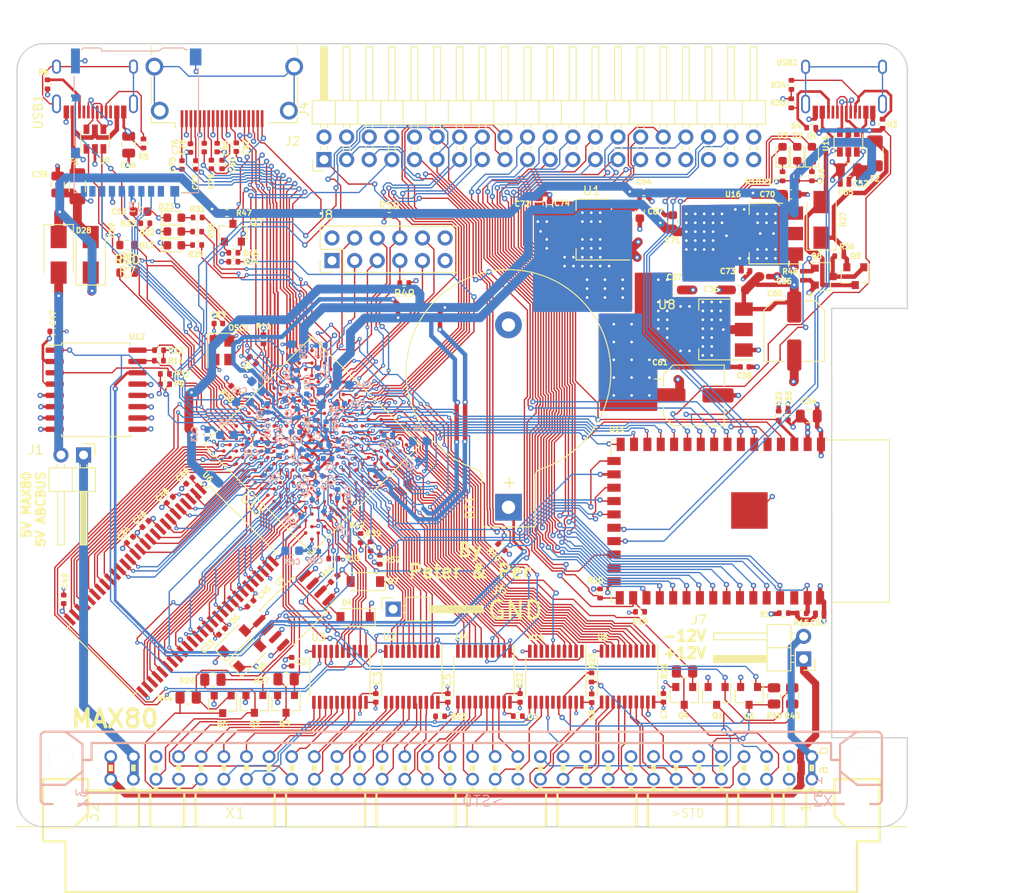
<source format=kicad_pcb>
(kicad_pcb (version 20171130) (host pcbnew 5.99.0+really5.1.10+dfsg1-1)

  (general
    (thickness 1.6)
    (drawings 19)
    (tracks 5429)
    (zones 0)
    (modules 183)
    (nets 301)
  )

  (page A4)
  (title_block
    (title MAX80)
    (date 2021-11-07)
    (rev 0.02)
    (company "No name")
  )

  (layers
    (0 F.Cu signal)
    (1 In1.Cu power)
    (2 In2.Cu signal)
    (31 B.Cu signal)
    (32 B.Adhes user)
    (33 F.Adhes user)
    (34 B.Paste user)
    (35 F.Paste user)
    (36 B.SilkS user)
    (37 F.SilkS user)
    (38 B.Mask user)
    (39 F.Mask user)
    (40 Dwgs.User user)
    (41 Cmts.User user)
    (42 Eco1.User user)
    (43 Eco2.User user)
    (44 Edge.Cuts user)
    (45 Margin user)
    (46 B.CrtYd user)
    (47 F.CrtYd user)
    (48 B.Fab user hide)
    (49 F.Fab user hide)
  )

  (setup
    (last_trace_width 0.15)
    (user_trace_width 0.15)
    (user_trace_width 0.3)
    (user_trace_width 0.5)
    (trace_clearance 0.15)
    (zone_clearance 0.15)
    (zone_45_only no)
    (trace_min 0.15)
    (via_size 0.6)
    (via_drill 0.3)
    (via_min_size 0.45)
    (via_min_drill 0.2)
    (user_via 0.45 0.2)
    (uvia_size 0.3)
    (uvia_drill 0.1)
    (uvias_allowed yes)
    (uvia_min_size 0.2)
    (uvia_min_drill 0.1)
    (edge_width 0.15)
    (segment_width 0.3)
    (pcb_text_width 0.3)
    (pcb_text_size 1.5 1.5)
    (mod_edge_width 0.15)
    (mod_text_size 1 1)
    (mod_text_width 0.15)
    (pad_size 3.5 1.6)
    (pad_drill 0)
    (pad_to_mask_clearance 0)
    (aux_axis_origin 0 0)
    (grid_origin 132.45 85.75)
    (visible_elements FFFFFF7F)
    (pcbplotparams
      (layerselection 0x010fc_ffffffff)
      (usegerberextensions false)
      (usegerberattributes true)
      (usegerberadvancedattributes true)
      (creategerberjobfile true)
      (excludeedgelayer true)
      (linewidth 0.100000)
      (plotframeref false)
      (viasonmask false)
      (mode 1)
      (useauxorigin false)
      (hpglpennumber 1)
      (hpglpenspeed 20)
      (hpglpendiameter 15.000000)
      (psnegative false)
      (psa4output false)
      (plotreference true)
      (plotvalue true)
      (plotinvisibletext false)
      (padsonsilk false)
      (subtractmaskfromsilk false)
      (outputformat 1)
      (mirror false)
      (drillshape 0)
      (scaleselection 1)
      (outputdirectory "max80_gerber002"))
  )

  (net 0 "")
  (net 1 GND)
  (net 2 +5V)
  (net 3 "Net-(R5-Pad2)")
  (net 4 "Net-(R6-Pad2)")
  (net 5 "Net-(U9-Pad4)")
  (net 6 "Net-(U9-Pad6)")
  (net 7 "Net-(USB1-Pad13)")
  (net 8 "Net-(BT1-Pad1)")
  (net 9 /A4)
  (net 10 /A3)
  (net 11 /A2)
  (net 12 /A1)
  (net 13 /A0)
  (net 14 /IO0)
  (net 15 /IO3)
  (net 16 /IO4)
  (net 17 /IO5)
  (net 18 /IO6)
  (net 19 /IO7)
  (net 20 /A11)
  (net 21 /IO9)
  (net 22 /A8)
  (net 23 /A7)
  (net 24 /A6)
  (net 25 /A5)
  (net 26 /A9)
  (net 27 /A10)
  (net 28 /A12)
  (net 29 /IO8)
  (net 30 /IO10)
  (net 31 /IO11)
  (net 32 /IO12)
  (net 33 /IO13)
  (net 34 /IO14)
  (net 35 /IO15)
  (net 36 /abc80bus/D7)
  (net 37 /abc80bus/D6)
  (net 38 /abc80bus/D5)
  (net 39 /abc80bus/D4)
  (net 40 /abc80bus/D3)
  (net 41 /abc80bus/D2)
  (net 42 /abc80bus/D1)
  (net 43 /abc80bus/D0)
  (net 44 /abc80bus/A8)
  (net 45 /abc80bus/A9)
  (net 46 /abc80bus/A10)
  (net 47 /abc80bus/A11)
  (net 48 /abc80bus/A12)
  (net 49 /abc80bus/A13)
  (net 50 /abc80bus/A14)
  (net 51 /abc80bus/A15)
  (net 52 /abc80bus/A7)
  (net 53 /abc80bus/A6)
  (net 54 /abc80bus/A5)
  (net 55 /abc80bus/A4)
  (net 56 /abc80bus/A3)
  (net 57 /abc80bus/A2)
  (net 58 /abc80bus/A1)
  (net 59 /abc80bus/A0)
  (net 60 /IO1)
  (net 61 /IO2)
  (net 62 /32KHZ)
  (net 63 /RTC_INT)
  (net 64 /abc80bus/ABC5V)
  (net 65 /SD_DAT3)
  (net 66 /SD_CMD)
  (net 67 /SD_CLK)
  (net 68 /SD_DAT0)
  (net 69 FPGA_TDI)
  (net 70 FPGA_TMS)
  (net 71 FPGA_TDO)
  (net 72 FPGA_TCK)
  (net 73 ABC_CLK_5)
  (net 74 /FPGA_SCL)
  (net 75 /FPGA_SDA)
  (net 76 FPGA_SPI_CLK)
  (net 77 FGPA_SPI_CS_ESP32)
  (net 78 INT_ESP32)
  (net 79 "Net-(C53-Pad1)")
  (net 80 ESP32_TDO)
  (net 81 ESP32_TCK)
  (net 82 ESP32_TMS)
  (net 83 ESP32_IO0)
  (net 84 ESP32_RXD)
  (net 85 ESP32_TXD)
  (net 86 ESP32_EN)
  (net 87 "Net-(R3-Pad2)")
  (net 88 /ESP32/USB_D-)
  (net 89 /ESP32/USB_D+)
  (net 90 ESP32_TDI)
  (net 91 "Net-(U15-Pad6)")
  (net 92 "Net-(U15-Pad4)")
  (net 93 "Net-(USB2-Pad13)")
  (net 94 "Net-(D1-Pad2)")
  (net 95 "Net-(D1-Pad1)")
  (net 96 "Net-(D2-Pad2)")
  (net 97 "Net-(D2-Pad1)")
  (net 98 "Net-(D3-Pad2)")
  (net 99 "Net-(D3-Pad1)")
  (net 100 ESP32_SCL)
  (net 101 ESP32_SDA)
  (net 102 ESP32_CS2)
  (net 103 ESP32_CS0)
  (net 104 ESP32_MISO)
  (net 105 ESP32_SCK)
  (net 106 ESP32_MOSI)
  (net 107 ESP32_CS1)
  (net 108 /abc80bus/~CS)
  (net 109 /abc80bus/~C4)
  (net 110 /abc80bus/~C3)
  (net 111 /abc80bus/~C2)
  (net 112 /abc80bus/~C1)
  (net 113 /abc80bus/~OUT)
  (net 114 /abc80bus/~RST)
  (net 115 /abc80bus/~XMEMFL)
  (net 116 /abc80bus/~INP)
  (net 117 /abc80bus/~STATUS)
  (net 118 /abc80bus/~XINPSTB)
  (net 119 /abc80bus/~XOUTSTB)
  (net 120 AD0)
  (net 121 AD1)
  (net 122 AD2)
  (net 123 AD3)
  (net 124 AD4)
  (net 125 AD5)
  (net 126 AD6)
  (net 127 AD7)
  (net 128 /abc80bus/~RESIN)
  (net 129 /FPGA_LED1)
  (net 130 /FPGA_LED2)
  (net 131 /FPGA_LED3)
  (net 132 "Net-(D17-Pad2)")
  (net 133 "Net-(D22-Pad2)")
  (net 134 "Net-(D23-Pad2)")
  (net 135 FPGA_GPIO3)
  (net 136 FPGA_GPIO2)
  (net 137 FPGA_GPIO1)
  (net 138 FPGA_GPIO0)
  (net 139 FPGA_GPIO5)
  (net 140 FPGA_GPIO4)
  (net 141 /abc80bus/READY)
  (net 142 /abc80bus/~NMI)
  (net 143 ~FPGA_READY)
  (net 144 FPGA_NMI)
  (net 145 FPGA_RESIN)
  (net 146 /DQMH)
  (net 147 /CLK)
  (net 148 /BA1)
  (net 149 /BA0)
  (net 150 /DQML)
  (net 151 "Net-(D28-Pad2)")
  (net 152 "Net-(F1-Pad2)")
  (net 153 /WE#)
  (net 154 /CAS#)
  (net 155 /RAS#)
  (net 156 /CS#)
  (net 157 +3V3)
  (net 158 +2V5)
  (net 159 +1V2)
  (net 160 "Net-(R13-Pad1)")
  (net 161 "Net-(R37-Pad2)")
  (net 162 "Net-(R38-Pad2)")
  (net 163 "Net-(R41-Pad2)")
  (net 164 DATA0)
  (net 165 ~CS_ABC_3V3)
  (net 166 ~OUT_ABC_3V3)
  (net 167 AD8)
  (net 168 ~C1_ABC_3V3)
  (net 169 AD9)
  (net 170 ~C2_ABC_3V3)
  (net 171 AD10)
  (net 172 ~C3_ABC_3V3)
  (net 173 ~C4_ABC_3V3)
  (net 174 AD11)
  (net 175 AD12)
  (net 176 AD13)
  (net 177 AD14)
  (net 178 AD15)
  (net 179 DLCK)
  (net 180 ASD0)
  (net 181 nCE0)
  (net 182 ~INP_ABC_3V3)
  (net 183 ~STATUS_ABC_3V3)
  (net 184 DD0)
  (net 185 DD1)
  (net 186 DD2)
  (net 187 DD3)
  (net 188 DD4)
  (net 189 DD5)
  (net 190 DD6)
  (net 191 DD7)
  (net 192 DD8)
  (net 193 ~XOUTSTB_ABC_3V3)
  (net 194 ~RST_ABC_3V3)
  (net 195 ~XMEMFL_ABC_3V3)
  (net 196 ~XINPSTB_ABC_3V3)
  (net 197 ABC_CLK_3V3)
  (net 198 FPGA_SPI_MOSI)
  (net 199 FPGA_SPI_MISO)
  (net 200 CLK0n)
  (net 201 HDMI_CK-)
  (net 202 HDMI_D0+)
  (net 203 HDMI_D1-)
  (net 204 HDMI_D2+)
  (net 205 HDMI_CK+)
  (net 206 HDMI_D0-)
  (net 207 HDMI_D1+)
  (net 208 HDMI_D2-)
  (net 209 HDMI_SDA)
  (net 210 HDMI_HPD)
  (net 211 HDMI_SCL)
  (net 212 FPGA_JTAGEN)
  (net 213 FLASH_CS#)
  (net 214 /abc80bus/~INT)
  (net 215 /abc80bus/~XMEMW800)
  (net 216 /abc80bus/~XMEMW80)
  (net 217 INT_ABC_3V3)
  (net 218 INT800_ABC_3V3)
  (net 219 ~XMEMW80_ABC_3V3)
  (net 220 ~XMEMW800_ABC_3V3)
  (net 221 /abc80bus/~XM)
  (net 222 XM_ABC_3V3)
  (net 223 "Net-(R25-Pad2)")
  (net 224 AD16)
  (net 225 /abc80bus/ABC_-12V)
  (net 226 /abc80bus/ABC_12V)
  (net 227 "Net-(C75-Pad1)")
  (net 228 "Net-(C76-Pad1)")
  (net 229 "Net-(C77-Pad1)")
  (net 230 "Net-(C78-Pad1)")
  (net 231 "Net-(C79-Pad1)")
  (net 232 "Net-(C80-Pad1)")
  (net 233 "Net-(C81-Pad1)")
  (net 234 "Net-(C82-Pad1)")
  (net 235 EXT_HG)
  (net 236 EXT_HB)
  (net 237 EXT_HE)
  (net 238 EXT_HC)
  (net 239 EXT_HA)
  (net 240 EXT_HF)
  (net 241 EXT_HH)
  (net 242 EXT_HD)
  (net 243 "Net-(J4-Pad40)")
  (net 244 "Net-(J4-Pad8)")
  (net 245 "Net-(J4-Pad6)")
  (net 246 "Net-(U6-Pad40)")
  (net 247 "Net-(U11-Pad25)")
  (net 248 "Net-(U11-Pad40)")
  (net 249 "Net-(U13-PadK12)")
  (net 250 "Net-(U13-PadL11)")
  (net 251 "Net-(U13-PadP15)")
  (net 252 "Net-(U13-PadJ14)")
  (net 253 "Net-(U13-PadL14)")
  (net 254 "Net-(U13-PadN14)")
  (net 255 "Net-(U13-PadK10)")
  (net 256 "Net-(U13-PadK9)")
  (net 257 "Net-(U13-PadL9)")
  (net 258 "Net-(U13-PadJ13)")
  (net 259 "Net-(U13-PadJ12)")
  (net 260 "Net-(U13-PadP11)")
  (net 261 "Net-(U13-PadL6)")
  (net 262 "Net-(U13-PadK6)")
  (net 263 "Net-(U13-PadC3)")
  (net 264 "Net-(U14-Pad15)")
  (net 265 "Net-(U14-Pad5)")
  (net 266 "Net-(USB1-Pad3)")
  (net 267 "Net-(USB1-Pad9)")
  (net 268 "Net-(USB2-Pad3)")
  (net 269 "Net-(USB2-Pad9)")
  (net 270 "Net-(X1-PadB30)")
  (net 271 "Net-(X1-PadB12)")
  (net 272 "Net-(X1-PadB11)")
  (net 273 "Net-(X1-PadB10)")
  (net 274 "Net-(X1-PadB9)")
  (net 275 "Net-(X1-PadB8)")
  (net 276 "Net-(X1-PadB7)")
  (net 277 "Net-(X1-PadB6)")
  (net 278 "Net-(X1-PadA29)")
  (net 279 "Net-(X1-PadA25)")
  (net 280 "Net-(X1-PadA14)")
  (net 281 "Net-(J2-PadSH)")
  (net 282 "Net-(J2-Pad19)")
  (net 283 "Net-(J2-Pad14)")
  (net 284 "Net-(J2-Pad13)")
  (net 285 /~SD_DETECT)
  (net 286 "Net-(J3-Pad1)")
  (net 287 "Net-(J3-Pad8)")
  (net 288 "Net-(U13-PadF13)")
  (net 289 "Net-(R7-Pad2)")
  (net 290 /FPGA_USB_DS_DP)
  (net 291 "Net-(R8-Pad2)")
  (net 292 /FPGA_USB_DS_DN)
  (net 293 /FPGA_USB_PU)
  (net 294 "Net-(D27-Pad2)")
  (net 295 "Net-(D27-Pad1)")
  (net 296 "Net-(Q8-Pad3)")
  (net 297 USB_PWR_EN)
  (net 298 ~USB_PWR_SINK)
  (net 299 "Net-(R35-Pad2)")
  (net 300 "Net-(C39-Pad1)")

  (net_class Default "This is the default net class."
    (clearance 0.15)
    (trace_width 0.15)
    (via_dia 0.6)
    (via_drill 0.3)
    (uvia_dia 0.3)
    (uvia_drill 0.1)
    (add_net +1V2)
    (add_net +2V5)
    (add_net +3V3)
    (add_net +5V)
    (add_net /32KHZ)
    (add_net /A0)
    (add_net /A1)
    (add_net /A10)
    (add_net /A11)
    (add_net /A12)
    (add_net /A2)
    (add_net /A3)
    (add_net /A4)
    (add_net /A5)
    (add_net /A6)
    (add_net /A7)
    (add_net /A8)
    (add_net /A9)
    (add_net /BA0)
    (add_net /BA1)
    (add_net /CAS#)
    (add_net /CLK)
    (add_net /CS#)
    (add_net /DQMH)
    (add_net /DQML)
    (add_net /ESP32/USB_D+)
    (add_net /ESP32/USB_D-)
    (add_net /FPGA_LED1)
    (add_net /FPGA_LED2)
    (add_net /FPGA_LED3)
    (add_net /FPGA_SCL)
    (add_net /FPGA_SDA)
    (add_net /FPGA_USB_DS_DN)
    (add_net /FPGA_USB_DS_DP)
    (add_net /FPGA_USB_PU)
    (add_net /IO0)
    (add_net /IO1)
    (add_net /IO10)
    (add_net /IO11)
    (add_net /IO12)
    (add_net /IO13)
    (add_net /IO14)
    (add_net /IO15)
    (add_net /IO2)
    (add_net /IO3)
    (add_net /IO4)
    (add_net /IO5)
    (add_net /IO6)
    (add_net /IO7)
    (add_net /IO8)
    (add_net /IO9)
    (add_net /RAS#)
    (add_net /RTC_INT)
    (add_net /SD_CLK)
    (add_net /SD_CMD)
    (add_net /SD_DAT0)
    (add_net /SD_DAT3)
    (add_net /WE#)
    (add_net /abc80bus/A0)
    (add_net /abc80bus/A1)
    (add_net /abc80bus/A10)
    (add_net /abc80bus/A11)
    (add_net /abc80bus/A12)
    (add_net /abc80bus/A13)
    (add_net /abc80bus/A14)
    (add_net /abc80bus/A15)
    (add_net /abc80bus/A2)
    (add_net /abc80bus/A3)
    (add_net /abc80bus/A4)
    (add_net /abc80bus/A5)
    (add_net /abc80bus/A6)
    (add_net /abc80bus/A7)
    (add_net /abc80bus/A8)
    (add_net /abc80bus/A9)
    (add_net /abc80bus/ABC5V)
    (add_net /abc80bus/ABC_-12V)
    (add_net /abc80bus/ABC_12V)
    (add_net /abc80bus/D0)
    (add_net /abc80bus/D1)
    (add_net /abc80bus/D2)
    (add_net /abc80bus/D3)
    (add_net /abc80bus/D4)
    (add_net /abc80bus/D5)
    (add_net /abc80bus/D6)
    (add_net /abc80bus/D7)
    (add_net /abc80bus/READY)
    (add_net /abc80bus/~C1)
    (add_net /abc80bus/~C2)
    (add_net /abc80bus/~C3)
    (add_net /abc80bus/~C4)
    (add_net /abc80bus/~CS)
    (add_net /abc80bus/~INP)
    (add_net /abc80bus/~INT)
    (add_net /abc80bus/~NMI)
    (add_net /abc80bus/~OUT)
    (add_net /abc80bus/~RESIN)
    (add_net /abc80bus/~RST)
    (add_net /abc80bus/~STATUS)
    (add_net /abc80bus/~XINPSTB)
    (add_net /abc80bus/~XM)
    (add_net /abc80bus/~XMEMFL)
    (add_net /abc80bus/~XMEMW80)
    (add_net /abc80bus/~XMEMW800)
    (add_net /abc80bus/~XOUTSTB)
    (add_net /~SD_DETECT)
    (add_net ABC_CLK_3V3)
    (add_net ABC_CLK_5)
    (add_net AD0)
    (add_net AD1)
    (add_net AD10)
    (add_net AD11)
    (add_net AD12)
    (add_net AD13)
    (add_net AD14)
    (add_net AD15)
    (add_net AD16)
    (add_net AD2)
    (add_net AD3)
    (add_net AD4)
    (add_net AD5)
    (add_net AD6)
    (add_net AD7)
    (add_net AD8)
    (add_net AD9)
    (add_net ASD0)
    (add_net CLK0n)
    (add_net DATA0)
    (add_net DD0)
    (add_net DD1)
    (add_net DD2)
    (add_net DD3)
    (add_net DD4)
    (add_net DD5)
    (add_net DD6)
    (add_net DD7)
    (add_net DD8)
    (add_net DLCK)
    (add_net ESP32_CS0)
    (add_net ESP32_CS1)
    (add_net ESP32_CS2)
    (add_net ESP32_EN)
    (add_net ESP32_IO0)
    (add_net ESP32_MISO)
    (add_net ESP32_MOSI)
    (add_net ESP32_RXD)
    (add_net ESP32_SCK)
    (add_net ESP32_SCL)
    (add_net ESP32_SDA)
    (add_net ESP32_TCK)
    (add_net ESP32_TDI)
    (add_net ESP32_TDO)
    (add_net ESP32_TMS)
    (add_net ESP32_TXD)
    (add_net EXT_HA)
    (add_net EXT_HB)
    (add_net EXT_HC)
    (add_net EXT_HD)
    (add_net EXT_HE)
    (add_net EXT_HF)
    (add_net EXT_HG)
    (add_net EXT_HH)
    (add_net FGPA_SPI_CS_ESP32)
    (add_net FLASH_CS#)
    (add_net FPGA_GPIO0)
    (add_net FPGA_GPIO1)
    (add_net FPGA_GPIO2)
    (add_net FPGA_GPIO3)
    (add_net FPGA_GPIO4)
    (add_net FPGA_GPIO5)
    (add_net FPGA_JTAGEN)
    (add_net FPGA_NMI)
    (add_net FPGA_RESIN)
    (add_net FPGA_SPI_CLK)
    (add_net FPGA_SPI_MISO)
    (add_net FPGA_SPI_MOSI)
    (add_net FPGA_TCK)
    (add_net FPGA_TDI)
    (add_net FPGA_TDO)
    (add_net FPGA_TMS)
    (add_net GND)
    (add_net HDMI_CK+)
    (add_net HDMI_CK-)
    (add_net HDMI_D0+)
    (add_net HDMI_D0-)
    (add_net HDMI_D1+)
    (add_net HDMI_D1-)
    (add_net HDMI_D2+)
    (add_net HDMI_D2-)
    (add_net HDMI_HPD)
    (add_net HDMI_SCL)
    (add_net HDMI_SDA)
    (add_net INT800_ABC_3V3)
    (add_net INT_ABC_3V3)
    (add_net INT_ESP32)
    (add_net "Net-(BT1-Pad1)")
    (add_net "Net-(C39-Pad1)")
    (add_net "Net-(C53-Pad1)")
    (add_net "Net-(C75-Pad1)")
    (add_net "Net-(C76-Pad1)")
    (add_net "Net-(C77-Pad1)")
    (add_net "Net-(C78-Pad1)")
    (add_net "Net-(C79-Pad1)")
    (add_net "Net-(C80-Pad1)")
    (add_net "Net-(C81-Pad1)")
    (add_net "Net-(C82-Pad1)")
    (add_net "Net-(D1-Pad1)")
    (add_net "Net-(D1-Pad2)")
    (add_net "Net-(D17-Pad2)")
    (add_net "Net-(D2-Pad1)")
    (add_net "Net-(D2-Pad2)")
    (add_net "Net-(D22-Pad2)")
    (add_net "Net-(D23-Pad2)")
    (add_net "Net-(D27-Pad1)")
    (add_net "Net-(D27-Pad2)")
    (add_net "Net-(D28-Pad2)")
    (add_net "Net-(D3-Pad1)")
    (add_net "Net-(D3-Pad2)")
    (add_net "Net-(F1-Pad2)")
    (add_net "Net-(J2-Pad13)")
    (add_net "Net-(J2-Pad14)")
    (add_net "Net-(J2-Pad19)")
    (add_net "Net-(J2-PadSH)")
    (add_net "Net-(J3-Pad1)")
    (add_net "Net-(J3-Pad8)")
    (add_net "Net-(J4-Pad40)")
    (add_net "Net-(J4-Pad6)")
    (add_net "Net-(J4-Pad8)")
    (add_net "Net-(Q8-Pad3)")
    (add_net "Net-(R13-Pad1)")
    (add_net "Net-(R25-Pad2)")
    (add_net "Net-(R3-Pad2)")
    (add_net "Net-(R35-Pad2)")
    (add_net "Net-(R37-Pad2)")
    (add_net "Net-(R38-Pad2)")
    (add_net "Net-(R41-Pad2)")
    (add_net "Net-(R5-Pad2)")
    (add_net "Net-(R6-Pad2)")
    (add_net "Net-(R7-Pad2)")
    (add_net "Net-(R8-Pad2)")
    (add_net "Net-(U11-Pad25)")
    (add_net "Net-(U11-Pad40)")
    (add_net "Net-(U13-PadC3)")
    (add_net "Net-(U13-PadF13)")
    (add_net "Net-(U13-PadJ12)")
    (add_net "Net-(U13-PadJ13)")
    (add_net "Net-(U13-PadJ14)")
    (add_net "Net-(U13-PadK10)")
    (add_net "Net-(U13-PadK12)")
    (add_net "Net-(U13-PadK6)")
    (add_net "Net-(U13-PadK9)")
    (add_net "Net-(U13-PadL11)")
    (add_net "Net-(U13-PadL14)")
    (add_net "Net-(U13-PadL6)")
    (add_net "Net-(U13-PadL9)")
    (add_net "Net-(U13-PadN14)")
    (add_net "Net-(U13-PadP11)")
    (add_net "Net-(U13-PadP15)")
    (add_net "Net-(U14-Pad15)")
    (add_net "Net-(U14-Pad5)")
    (add_net "Net-(U15-Pad4)")
    (add_net "Net-(U15-Pad6)")
    (add_net "Net-(U6-Pad40)")
    (add_net "Net-(U9-Pad4)")
    (add_net "Net-(U9-Pad6)")
    (add_net "Net-(USB1-Pad13)")
    (add_net "Net-(USB1-Pad3)")
    (add_net "Net-(USB1-Pad9)")
    (add_net "Net-(USB2-Pad13)")
    (add_net "Net-(USB2-Pad3)")
    (add_net "Net-(USB2-Pad9)")
    (add_net "Net-(X1-PadA14)")
    (add_net "Net-(X1-PadA25)")
    (add_net "Net-(X1-PadA29)")
    (add_net "Net-(X1-PadB10)")
    (add_net "Net-(X1-PadB11)")
    (add_net "Net-(X1-PadB12)")
    (add_net "Net-(X1-PadB30)")
    (add_net "Net-(X1-PadB6)")
    (add_net "Net-(X1-PadB7)")
    (add_net "Net-(X1-PadB8)")
    (add_net "Net-(X1-PadB9)")
    (add_net USB_PWR_EN)
    (add_net XM_ABC_3V3)
    (add_net nCE0)
    (add_net ~C1_ABC_3V3)
    (add_net ~C2_ABC_3V3)
    (add_net ~C3_ABC_3V3)
    (add_net ~C4_ABC_3V3)
    (add_net ~CS_ABC_3V3)
    (add_net ~FPGA_READY)
    (add_net ~INP_ABC_3V3)
    (add_net ~OUT_ABC_3V3)
    (add_net ~RST_ABC_3V3)
    (add_net ~STATUS_ABC_3V3)
    (add_net ~USB_PWR_SINK)
    (add_net ~XINPSTB_ABC_3V3)
    (add_net ~XMEMFL_ABC_3V3)
    (add_net ~XMEMW800_ABC_3V3)
    (add_net ~XMEMW80_ABC_3V3)
    (add_net ~XOUTSTB_ABC_3V3)
  )

  (module Resistor_SMD:R_0402_1005Metric (layer F.Cu) (tedit 5F68FEEE) (tstamp 619A430A)
    (at 193.225 66.55 90)
    (descr "Resistor SMD 0402 (1005 Metric), square (rectangular) end terminal, IPC_7351 nominal, (Body size source: IPC-SM-782 page 72, https://www.pcb-3d.com/wordpress/wp-content/uploads/ipc-sm-782a_amendment_1_and_2.pdf), generated with kicad-footprint-generator")
    (tags resistor)
    (path /602159BB/61AC14CB)
    (attr smd)
    (fp_text reference R48 (at 0.475 -1.425 180) (layer F.SilkS)
      (effects (font (size 0.6 0.6) (thickness 0.15)))
    )
    (fp_text value 36k (at 0 1.17 90) (layer F.Fab)
      (effects (font (size 1 1) (thickness 0.15)))
    )
    (fp_text user %R (at 0 0 90) (layer F.Fab)
      (effects (font (size 0.26 0.26) (thickness 0.04)))
    )
    (fp_line (start -0.525 0.27) (end -0.525 -0.27) (layer F.Fab) (width 0.1))
    (fp_line (start -0.525 -0.27) (end 0.525 -0.27) (layer F.Fab) (width 0.1))
    (fp_line (start 0.525 -0.27) (end 0.525 0.27) (layer F.Fab) (width 0.1))
    (fp_line (start 0.525 0.27) (end -0.525 0.27) (layer F.Fab) (width 0.1))
    (fp_line (start -0.153641 -0.38) (end 0.153641 -0.38) (layer F.SilkS) (width 0.12))
    (fp_line (start -0.153641 0.38) (end 0.153641 0.38) (layer F.SilkS) (width 0.12))
    (fp_line (start -0.93 0.47) (end -0.93 -0.47) (layer F.CrtYd) (width 0.05))
    (fp_line (start -0.93 -0.47) (end 0.93 -0.47) (layer F.CrtYd) (width 0.05))
    (fp_line (start 0.93 -0.47) (end 0.93 0.47) (layer F.CrtYd) (width 0.05))
    (fp_line (start 0.93 0.47) (end -0.93 0.47) (layer F.CrtYd) (width 0.05))
    (pad 2 smd roundrect (at 0.51 0 90) (size 0.54 0.64) (layers F.Cu F.Paste F.Mask) (roundrect_rratio 0.25)
      (net 297 USB_PWR_EN))
    (pad 1 smd roundrect (at -0.51 0 90) (size 0.54 0.64) (layers F.Cu F.Paste F.Mask) (roundrect_rratio 0.25)
      (net 1 GND))
    (model ${KISYS3DMOD}/Resistor_SMD.3dshapes/R_0402_1005Metric.wrl
      (at (xyz 0 0 0))
      (scale (xyz 1 1 1))
      (rotate (xyz 0 0 0))
    )
  )

  (module Resistor_SMD:R_0402_1005Metric (layer F.Cu) (tedit 5F68FEEE) (tstamp 619A4199)
    (at 197.325 64.35)
    (descr "Resistor SMD 0402 (1005 Metric), square (rectangular) end terminal, IPC_7351 nominal, (Body size source: IPC-SM-782 page 72, https://www.pcb-3d.com/wordpress/wp-content/uploads/ipc-sm-782a_amendment_1_and_2.pdf), generated with kicad-footprint-generator")
    (tags resistor)
    (path /602159BB/61A919F7)
    (attr smd)
    (fp_text reference R36 (at 0.875 -1.05) (layer F.SilkS)
      (effects (font (size 0.6 0.6) (thickness 0.15)))
    )
    (fp_text value 36k (at 0 1.17) (layer F.Fab)
      (effects (font (size 1 1) (thickness 0.15)))
    )
    (fp_text user %R (at 0 0) (layer F.Fab)
      (effects (font (size 0.26 0.26) (thickness 0.04)))
    )
    (fp_line (start -0.525 0.27) (end -0.525 -0.27) (layer F.Fab) (width 0.1))
    (fp_line (start -0.525 -0.27) (end 0.525 -0.27) (layer F.Fab) (width 0.1))
    (fp_line (start 0.525 -0.27) (end 0.525 0.27) (layer F.Fab) (width 0.1))
    (fp_line (start 0.525 0.27) (end -0.525 0.27) (layer F.Fab) (width 0.1))
    (fp_line (start -0.153641 -0.38) (end 0.153641 -0.38) (layer F.SilkS) (width 0.12))
    (fp_line (start -0.153641 0.38) (end 0.153641 0.38) (layer F.SilkS) (width 0.12))
    (fp_line (start -0.93 0.47) (end -0.93 -0.47) (layer F.CrtYd) (width 0.05))
    (fp_line (start -0.93 -0.47) (end 0.93 -0.47) (layer F.CrtYd) (width 0.05))
    (fp_line (start 0.93 -0.47) (end 0.93 0.47) (layer F.CrtYd) (width 0.05))
    (fp_line (start 0.93 0.47) (end -0.93 0.47) (layer F.CrtYd) (width 0.05))
    (pad 2 smd roundrect (at 0.51 0) (size 0.54 0.64) (layers F.Cu F.Paste F.Mask) (roundrect_rratio 0.25)
      (net 295 "Net-(D27-Pad1)"))
    (pad 1 smd roundrect (at -0.51 0) (size 0.54 0.64) (layers F.Cu F.Paste F.Mask) (roundrect_rratio 0.25)
      (net 296 "Net-(Q8-Pad3)"))
    (model ${KISYS3DMOD}/Resistor_SMD.3dshapes/R_0402_1005Metric.wrl
      (at (xyz 0 0 0))
      (scale (xyz 1 1 1))
      (rotate (xyz 0 0 0))
    )
  )

  (module Resistor_SMD:R_0402_1005Metric (layer F.Cu) (tedit 5F68FEEE) (tstamp 619A4188)
    (at 191.925 47.175 270)
    (descr "Resistor SMD 0402 (1005 Metric), square (rectangular) end terminal, IPC_7351 nominal, (Body size source: IPC-SM-782 page 72, https://www.pcb-3d.com/wordpress/wp-content/uploads/ipc-sm-782a_amendment_1_and_2.pdf), generated with kicad-footprint-generator")
    (tags resistor)
    (path /602159BB/619FB3AA)
    (attr smd)
    (fp_text reference R35 (at -0.05 1.475 180) (layer F.SilkS)
      (effects (font (size 0.6 0.6) (thickness 0.15)))
    )
    (fp_text value 36k (at 0 1.17 90) (layer F.Fab)
      (effects (font (size 1 1) (thickness 0.15)))
    )
    (fp_text user %R (at 0 0 90) (layer F.Fab)
      (effects (font (size 0.26 0.26) (thickness 0.04)))
    )
    (fp_line (start -0.525 0.27) (end -0.525 -0.27) (layer F.Fab) (width 0.1))
    (fp_line (start -0.525 -0.27) (end 0.525 -0.27) (layer F.Fab) (width 0.1))
    (fp_line (start 0.525 -0.27) (end 0.525 0.27) (layer F.Fab) (width 0.1))
    (fp_line (start 0.525 0.27) (end -0.525 0.27) (layer F.Fab) (width 0.1))
    (fp_line (start -0.153641 -0.38) (end 0.153641 -0.38) (layer F.SilkS) (width 0.12))
    (fp_line (start -0.153641 0.38) (end 0.153641 0.38) (layer F.SilkS) (width 0.12))
    (fp_line (start -0.93 0.47) (end -0.93 -0.47) (layer F.CrtYd) (width 0.05))
    (fp_line (start -0.93 -0.47) (end 0.93 -0.47) (layer F.CrtYd) (width 0.05))
    (fp_line (start 0.93 -0.47) (end 0.93 0.47) (layer F.CrtYd) (width 0.05))
    (fp_line (start 0.93 0.47) (end -0.93 0.47) (layer F.CrtYd) (width 0.05))
    (pad 2 smd roundrect (at 0.51 0 270) (size 0.54 0.64) (layers F.Cu F.Paste F.Mask) (roundrect_rratio 0.25)
      (net 299 "Net-(R35-Pad2)"))
    (pad 1 smd roundrect (at -0.51 0 270) (size 0.54 0.64) (layers F.Cu F.Paste F.Mask) (roundrect_rratio 0.25)
      (net 157 +3V3))
    (model ${KISYS3DMOD}/Resistor_SMD.3dshapes/R_0402_1005Metric.wrl
      (at (xyz 0 0 0))
      (scale (xyz 1 1 1))
      (rotate (xyz 0 0 0))
    )
  )

  (module Resistor_SMD:R_0402_1005Metric (layer F.Cu) (tedit 5F68FEEE) (tstamp 619A4177)
    (at 191.95 45.1 90)
    (descr "Resistor SMD 0402 (1005 Metric), square (rectangular) end terminal, IPC_7351 nominal, (Body size source: IPC-SM-782 page 72, https://www.pcb-3d.com/wordpress/wp-content/uploads/ipc-sm-782a_amendment_1_and_2.pdf), generated with kicad-footprint-generator")
    (tags resistor)
    (path /602159BB/619F265C)
    (attr smd)
    (fp_text reference R34 (at -0.025 -1.45 180) (layer F.SilkS)
      (effects (font (size 0.6 0.6) (thickness 0.15)))
    )
    (fp_text value 36k (at 0 1.17 90) (layer F.Fab)
      (effects (font (size 1 1) (thickness 0.15)))
    )
    (fp_text user %R (at 0 0 90) (layer F.Fab)
      (effects (font (size 0.26 0.26) (thickness 0.04)))
    )
    (fp_line (start -0.525 0.27) (end -0.525 -0.27) (layer F.Fab) (width 0.1))
    (fp_line (start -0.525 -0.27) (end 0.525 -0.27) (layer F.Fab) (width 0.1))
    (fp_line (start 0.525 -0.27) (end 0.525 0.27) (layer F.Fab) (width 0.1))
    (fp_line (start 0.525 0.27) (end -0.525 0.27) (layer F.Fab) (width 0.1))
    (fp_line (start -0.153641 -0.38) (end 0.153641 -0.38) (layer F.SilkS) (width 0.12))
    (fp_line (start -0.153641 0.38) (end 0.153641 0.38) (layer F.SilkS) (width 0.12))
    (fp_line (start -0.93 0.47) (end -0.93 -0.47) (layer F.CrtYd) (width 0.05))
    (fp_line (start -0.93 -0.47) (end 0.93 -0.47) (layer F.CrtYd) (width 0.05))
    (fp_line (start 0.93 -0.47) (end 0.93 0.47) (layer F.CrtYd) (width 0.05))
    (fp_line (start 0.93 0.47) (end -0.93 0.47) (layer F.CrtYd) (width 0.05))
    (pad 2 smd roundrect (at 0.51 0 90) (size 0.54 0.64) (layers F.Cu F.Paste F.Mask) (roundrect_rratio 0.25)
      (net 87 "Net-(R3-Pad2)"))
    (pad 1 smd roundrect (at -0.51 0 90) (size 0.54 0.64) (layers F.Cu F.Paste F.Mask) (roundrect_rratio 0.25)
      (net 157 +3V3))
    (model ${KISYS3DMOD}/Resistor_SMD.3dshapes/R_0402_1005Metric.wrl
      (at (xyz 0 0 0))
      (scale (xyz 1 1 1))
      (rotate (xyz 0 0 0))
    )
  )

  (module Package_TO_SOT_SMD:SOT-23 (layer F.Cu) (tedit 5A02FF57) (tstamp 619A3D46)
    (at 199.125 66.6 270)
    (descr "SOT-23, Standard")
    (tags SOT-23)
    (path /602159BB/61A79372)
    (attr smd)
    (fp_text reference Q9 (at -2.3 -0.05 180) (layer F.SilkS)
      (effects (font (size 0.6 0.6) (thickness 0.15)))
    )
    (fp_text value AO3401A (at 0 2.5 90) (layer F.Fab)
      (effects (font (size 1 1) (thickness 0.15)))
    )
    (fp_text user %R (at 0 0) (layer F.Fab)
      (effects (font (size 0.5 0.5) (thickness 0.075)))
    )
    (fp_line (start -0.7 -0.95) (end -0.7 1.5) (layer F.Fab) (width 0.1))
    (fp_line (start -0.15 -1.52) (end 0.7 -1.52) (layer F.Fab) (width 0.1))
    (fp_line (start -0.7 -0.95) (end -0.15 -1.52) (layer F.Fab) (width 0.1))
    (fp_line (start 0.7 -1.52) (end 0.7 1.52) (layer F.Fab) (width 0.1))
    (fp_line (start -0.7 1.52) (end 0.7 1.52) (layer F.Fab) (width 0.1))
    (fp_line (start 0.76 1.58) (end 0.76 0.65) (layer F.SilkS) (width 0.12))
    (fp_line (start 0.76 -1.58) (end 0.76 -0.65) (layer F.SilkS) (width 0.12))
    (fp_line (start -1.7 -1.75) (end 1.7 -1.75) (layer F.CrtYd) (width 0.05))
    (fp_line (start 1.7 -1.75) (end 1.7 1.75) (layer F.CrtYd) (width 0.05))
    (fp_line (start 1.7 1.75) (end -1.7 1.75) (layer F.CrtYd) (width 0.05))
    (fp_line (start -1.7 1.75) (end -1.7 -1.75) (layer F.CrtYd) (width 0.05))
    (fp_line (start 0.76 -1.58) (end -1.4 -1.58) (layer F.SilkS) (width 0.12))
    (fp_line (start 0.76 1.58) (end -0.7 1.58) (layer F.SilkS) (width 0.12))
    (pad 3 smd rect (at 1 0 270) (size 0.9 0.8) (layers F.Cu F.Paste F.Mask)
      (net 294 "Net-(D27-Pad2)"))
    (pad 2 smd rect (at -1 0.95 270) (size 0.9 0.8) (layers F.Cu F.Paste F.Mask)
      (net 295 "Net-(D27-Pad1)"))
    (pad 1 smd rect (at -1 -0.95 270) (size 0.9 0.8) (layers F.Cu F.Paste F.Mask)
      (net 296 "Net-(Q8-Pad3)"))
    (model ${KISYS3DMOD}/Package_TO_SOT_SMD.3dshapes/SOT-23.wrl
      (at (xyz 0 0 0))
      (scale (xyz 1 1 1))
      (rotate (xyz 0 0 0))
    )
  )

  (module Package_TO_SOT_SMD:SOT-23 (layer F.Cu) (tedit 5A02FF57) (tstamp 619A3D31)
    (at 195.575 66.65)
    (descr "SOT-23, Standard")
    (tags SOT-23)
    (path /602159BB/61A76D78)
    (attr smd)
    (fp_text reference Q8 (at -0.8 -2.3) (layer F.SilkS)
      (effects (font (size 0.6 0.6) (thickness 0.15)))
    )
    (fp_text value AO3400A (at 0 2.5) (layer F.Fab)
      (effects (font (size 1 1) (thickness 0.15)))
    )
    (fp_text user %R (at 0 0 90) (layer F.Fab)
      (effects (font (size 0.5 0.5) (thickness 0.075)))
    )
    (fp_line (start -0.7 -0.95) (end -0.7 1.5) (layer F.Fab) (width 0.1))
    (fp_line (start -0.15 -1.52) (end 0.7 -1.52) (layer F.Fab) (width 0.1))
    (fp_line (start -0.7 -0.95) (end -0.15 -1.52) (layer F.Fab) (width 0.1))
    (fp_line (start 0.7 -1.52) (end 0.7 1.52) (layer F.Fab) (width 0.1))
    (fp_line (start -0.7 1.52) (end 0.7 1.52) (layer F.Fab) (width 0.1))
    (fp_line (start 0.76 1.58) (end 0.76 0.65) (layer F.SilkS) (width 0.12))
    (fp_line (start 0.76 -1.58) (end 0.76 -0.65) (layer F.SilkS) (width 0.12))
    (fp_line (start -1.7 -1.75) (end 1.7 -1.75) (layer F.CrtYd) (width 0.05))
    (fp_line (start 1.7 -1.75) (end 1.7 1.75) (layer F.CrtYd) (width 0.05))
    (fp_line (start 1.7 1.75) (end -1.7 1.75) (layer F.CrtYd) (width 0.05))
    (fp_line (start -1.7 1.75) (end -1.7 -1.75) (layer F.CrtYd) (width 0.05))
    (fp_line (start 0.76 -1.58) (end -1.4 -1.58) (layer F.SilkS) (width 0.12))
    (fp_line (start 0.76 1.58) (end -0.7 1.58) (layer F.SilkS) (width 0.12))
    (pad 3 smd rect (at 1 0) (size 0.9 0.8) (layers F.Cu F.Paste F.Mask)
      (net 296 "Net-(Q8-Pad3)"))
    (pad 2 smd rect (at -1 0.95) (size 0.9 0.8) (layers F.Cu F.Paste F.Mask)
      (net 1 GND))
    (pad 1 smd rect (at -1 -0.95) (size 0.9 0.8) (layers F.Cu F.Paste F.Mask)
      (net 297 USB_PWR_EN))
    (model ${KISYS3DMOD}/Package_TO_SOT_SMD.3dshapes/SOT-23.wrl
      (at (xyz 0 0 0))
      (scale (xyz 1 1 1))
      (rotate (xyz 0 0 0))
    )
  )

  (module Package_BGA:BGA-256_17.0x17.0mm_Layout16x16_P1.0mm_Ball0.5mm_Pad0.4mm_NSMD (layer F.Cu) (tedit 5A058D74) (tstamp 619D06B0)
    (at 138.095 85.555 135)
    (descr "BGA-256, dimensions: https://www.xilinx.com/support/documentation/package_specs/ft256.pdf, design rules: https://www.xilinx.com/support/documentation/user_guides/ug1099-bga-device-design-rules.pdf")
    (tags BGA-256)
    (path /6055A8B6)
    (attr smd)
    (fp_text reference U13 (at 0 -9.6 135) (layer F.SilkS)
      (effects (font (size 1 1) (thickness 0.15)))
    )
    (fp_text value EP4CE15F17C8N (at 0 9.7 135) (layer F.Fab)
      (effects (font (size 1 1) (thickness 0.15)))
    )
    (fp_line (start -8.1 -8.8) (end -8.8 -8.8) (layer F.SilkS) (width 0.12))
    (fp_line (start -8.8 -8.8) (end -8.8 -8.1) (layer F.SilkS) (width 0.12))
    (fp_line (start 8.6 -8.6) (end -8.6 -8.6) (layer F.SilkS) (width 0.12))
    (fp_line (start -8.6 -8.6) (end -8.6 8.6) (layer F.SilkS) (width 0.12))
    (fp_line (start -8.6 8.6) (end 8.6 8.6) (layer F.SilkS) (width 0.12))
    (fp_line (start 8.6 8.6) (end 8.6 -8.6) (layer F.SilkS) (width 0.12))
    (fp_line (start -8.5 8.5) (end 8.5 8.5) (layer F.Fab) (width 0.1))
    (fp_line (start 8.5 8.5) (end 8.5 -8.5) (layer F.Fab) (width 0.1))
    (fp_line (start 8.5 -8.5) (end -8 -8.5) (layer F.Fab) (width 0.1))
    (fp_line (start -8 -8.5) (end -8.5 -8) (layer F.Fab) (width 0.1))
    (fp_line (start -8.5 -8) (end -8.5 8.5) (layer F.Fab) (width 0.1))
    (fp_line (start -9.5 -9.5) (end 9.5 -9.5) (layer F.CrtYd) (width 0.05))
    (fp_line (start -9.5 -9.5) (end -9.5 9.5) (layer F.CrtYd) (width 0.05))
    (fp_line (start 9.5 9.5) (end 9.5 -9.5) (layer F.CrtYd) (width 0.05))
    (fp_line (start 9.5 9.5) (end -9.5 9.5) (layer F.CrtYd) (width 0.05))
    (fp_text user %R (at 0 0 135) (layer F.Fab)
      (effects (font (size 1 1) (thickness 0.15)))
    )
    (pad H16 smd circle (at 7.5 -0.5 135) (size 0.4 0.4) (layers F.Cu F.Paste F.Mask)
      (net 1 GND))
    (pad J16 smd circle (at 7.5 0.5 135) (size 0.4 0.4) (layers F.Cu F.Paste F.Mask)
      (net 201 HDMI_CK-))
    (pad K16 smd circle (at 7.5 1.5 135) (size 0.4 0.4) (layers F.Cu F.Paste F.Mask)
      (net 206 HDMI_D0-))
    (pad L16 smd circle (at 7.5 2.5 135) (size 0.4 0.4) (layers F.Cu F.Paste F.Mask)
      (net 290 /FPGA_USB_DS_DP))
    (pad M16 smd circle (at 7.5 3.5 135) (size 0.4 0.4) (layers F.Cu F.Paste F.Mask)
      (net 1 GND))
    (pad N16 smd circle (at 7.5 4.5 135) (size 0.4 0.4) (layers F.Cu F.Paste F.Mask)
      (net 203 HDMI_D1-))
    (pad P16 smd circle (at 7.5 5.5 135) (size 0.4 0.4) (layers F.Cu F.Paste F.Mask)
      (net 208 HDMI_D2-))
    (pad R16 smd circle (at 7.5 6.5 135) (size 0.4 0.4) (layers F.Cu F.Paste F.Mask)
      (net 204 HDMI_D2+))
    (pad T16 smd circle (at 7.5 7.5 135) (size 0.4 0.4) (layers F.Cu F.Paste F.Mask)
      (net 157 +3V3))
    (pad N12 smd circle (at 3.5 4.5 135) (size 0.4 0.4) (layers F.Cu F.Paste F.Mask)
      (net 239 EXT_HA))
    (pad M12 smd circle (at 3.5 3.5 135) (size 0.4 0.4) (layers F.Cu F.Paste F.Mask)
      (net 1 GND))
    (pad L12 smd circle (at 3.5 2.5 135) (size 0.4 0.4) (layers F.Cu F.Paste F.Mask)
      (net 158 +2V5))
    (pad K12 smd circle (at 3.5 1.5 135) (size 0.4 0.4) (layers F.Cu F.Paste F.Mask)
      (net 249 "Net-(U13-PadK12)"))
    (pad K11 smd circle (at 2.5 1.5 135) (size 0.4 0.4) (layers F.Cu F.Paste F.Mask)
      (net 159 +1V2))
    (pad L11 smd circle (at 2.5 2.5 135) (size 0.4 0.4) (layers F.Cu F.Paste F.Mask)
      (net 250 "Net-(U13-PadL11)"))
    (pad M11 smd circle (at 2.5 3.5 135) (size 0.4 0.4) (layers F.Cu F.Paste F.Mask)
      (net 211 HDMI_SCL))
    (pad N11 smd circle (at 2.5 4.5 135) (size 0.4 0.4) (layers F.Cu F.Paste F.Mask)
      (net 235 EXT_HG))
    (pad T15 smd circle (at 6.5 7.5 135) (size 0.4 0.4) (layers F.Cu F.Paste F.Mask)
      (net 210 HDMI_HPD))
    (pad R15 smd circle (at 6.5 6.5 135) (size 0.4 0.4) (layers F.Cu F.Paste F.Mask)
      (net 1 GND))
    (pad P15 smd circle (at 6.5 5.5 135) (size 0.4 0.4) (layers F.Cu F.Paste F.Mask)
      (net 251 "Net-(U13-PadP15)"))
    (pad N15 smd circle (at 6.5 4.5 135) (size 0.4 0.4) (layers F.Cu F.Paste F.Mask)
      (net 207 HDMI_D1+))
    (pad M15 smd circle (at 6.5 3.5 135) (size 0.4 0.4) (layers F.Cu F.Paste F.Mask)
      (net 200 CLK0n))
    (pad L15 smd circle (at 6.5 2.5 135) (size 0.4 0.4) (layers F.Cu F.Paste F.Mask)
      (net 285 /~SD_DETECT))
    (pad K15 smd circle (at 6.5 1.5 135) (size 0.4 0.4) (layers F.Cu F.Paste F.Mask)
      (net 202 HDMI_D0+))
    (pad J15 smd circle (at 6.5 0.5 135) (size 0.4 0.4) (layers F.Cu F.Paste F.Mask)
      (net 205 HDMI_CK+))
    (pad H15 smd circle (at 6.5 -0.5 135) (size 0.4 0.4) (layers F.Cu F.Paste F.Mask)
      (net 1 GND))
    (pad H14 smd circle (at 5.5 -0.5 135) (size 0.4 0.4) (layers F.Cu F.Paste F.Mask)
      (net 162 "Net-(R38-Pad2)"))
    (pad J14 smd circle (at 5.5 0.5 135) (size 0.4 0.4) (layers F.Cu F.Paste F.Mask)
      (net 252 "Net-(U13-PadJ14)"))
    (pad K14 smd circle (at 5.5 1.5 135) (size 0.4 0.4) (layers F.Cu F.Paste F.Mask)
      (net 158 +2V5))
    (pad L14 smd circle (at 5.5 2.5 135) (size 0.4 0.4) (layers F.Cu F.Paste F.Mask)
      (net 253 "Net-(U13-PadL14)"))
    (pad M14 smd circle (at 5.5 3.5 135) (size 0.4 0.4) (layers F.Cu F.Paste F.Mask)
      (net 158 +2V5))
    (pad N14 smd circle (at 5.5 4.5 135) (size 0.4 0.4) (layers F.Cu F.Paste F.Mask)
      (net 254 "Net-(U13-PadN14)"))
    (pad P14 smd circle (at 5.5 5.5 135) (size 0.4 0.4) (layers F.Cu F.Paste F.Mask)
      (net 131 /FPGA_LED3))
    (pad R14 smd circle (at 5.5 6.5 135) (size 0.4 0.4) (layers F.Cu F.Paste F.Mask)
      (net 130 /FPGA_LED2))
    (pad T14 smd circle (at 5.5 7.5 135) (size 0.4 0.4) (layers F.Cu F.Paste F.Mask)
      (net 176 AD13))
    (pad N10 smd circle (at 1.5 4.5 135) (size 0.4 0.4) (layers F.Cu F.Paste F.Mask)
      (net 1 GND))
    (pad M10 smd circle (at 1.5 3.5 135) (size 0.4 0.4) (layers F.Cu F.Paste F.Mask)
      (net 126 AD6))
    (pad L10 smd circle (at 1.5 2.5 135) (size 0.4 0.4) (layers F.Cu F.Paste F.Mask)
      (net 193 ~XOUTSTB_ABC_3V3))
    (pad K10 smd circle (at 1.5 1.5 135) (size 0.4 0.4) (layers F.Cu F.Paste F.Mask)
      (net 255 "Net-(U13-PadK10)"))
    (pad K9 smd circle (at 0.5 1.5 135) (size 0.4 0.4) (layers F.Cu F.Paste F.Mask)
      (net 256 "Net-(U13-PadK9)"))
    (pad L9 smd circle (at 0.5 2.5 135) (size 0.4 0.4) (layers F.Cu F.Paste F.Mask)
      (net 257 "Net-(U13-PadL9)"))
    (pad M9 smd circle (at 0.5 3.5 135) (size 0.4 0.4) (layers F.Cu F.Paste F.Mask)
      (net 183 ~STATUS_ABC_3V3))
    (pad N9 smd circle (at 0.5 4.5 135) (size 0.4 0.4) (layers F.Cu F.Paste F.Mask)
      (net 236 EXT_HB))
    (pad T13 smd circle (at 4.5 7.5 135) (size 0.4 0.4) (layers F.Cu F.Paste F.Mask)
      (net 129 /FPGA_LED1))
    (pad R13 smd circle (at 4.5 6.5 135) (size 0.4 0.4) (layers F.Cu F.Paste F.Mask)
      (net 209 HDMI_SDA))
    (pad P13 smd circle (at 4.5 5.5 135) (size 0.4 0.4) (layers F.Cu F.Paste F.Mask)
      (net 157 +3V3))
    (pad N13 smd circle (at 4.5 4.5 135) (size 0.4 0.4) (layers F.Cu F.Paste F.Mask)
      (net 159 +1V2))
    (pad M13 smd circle (at 4.5 3.5 135) (size 0.4 0.4) (layers F.Cu F.Paste F.Mask)
      (net 1 GND))
    (pad L13 smd circle (at 4.5 2.5 135) (size 0.4 0.4) (layers F.Cu F.Paste F.Mask)
      (net 292 /FPGA_USB_DS_DN))
    (pad K13 smd circle (at 4.5 1.5 135) (size 0.4 0.4) (layers F.Cu F.Paste F.Mask)
      (net 1 GND))
    (pad J13 smd circle (at 4.5 0.5 135) (size 0.4 0.4) (layers F.Cu F.Paste F.Mask)
      (net 258 "Net-(U13-PadJ13)"))
    (pad H13 smd circle (at 4.5 -0.5 135) (size 0.4 0.4) (layers F.Cu F.Paste F.Mask)
      (net 1 GND))
    (pad J12 smd circle (at 3.5 0.5 135) (size 0.4 0.4) (layers F.Cu F.Paste F.Mask)
      (net 259 "Net-(U13-PadJ12)"))
    (pad J11 smd circle (at 2.5 0.5 135) (size 0.4 0.4) (layers F.Cu F.Paste F.Mask)
      (net 1 GND))
    (pad J10 smd circle (at 1.5 0.5 135) (size 0.4 0.4) (layers F.Cu F.Paste F.Mask)
      (net 1 GND))
    (pad H12 smd circle (at 3.5 -0.5 135) (size 0.4 0.4) (layers F.Cu F.Paste F.Mask)
      (net 157 +3V3))
    (pad H11 smd circle (at 2.5 -0.5 135) (size 0.4 0.4) (layers F.Cu F.Paste F.Mask)
      (net 159 +1V2))
    (pad H10 smd circle (at 1.5 -0.5 135) (size 0.4 0.4) (layers F.Cu F.Paste F.Mask)
      (net 1 GND))
    (pad H9 smd circle (at 0.5 -0.5 135) (size 0.4 0.4) (layers F.Cu F.Paste F.Mask)
      (net 1 GND))
    (pad T12 smd circle (at 3.5 7.5 135) (size 0.4 0.4) (layers F.Cu F.Paste F.Mask)
      (net 196 ~XINPSTB_ABC_3V3))
    (pad R12 smd circle (at 3.5 6.5 135) (size 0.4 0.4) (layers F.Cu F.Paste F.Mask)
      (net 237 EXT_HE))
    (pad G9 smd circle (at 0.5 -1.5 135) (size 0.4 0.4) (layers F.Cu F.Paste F.Mask)
      (net 159 +1V2))
    (pad G10 smd circle (at 1.5 -1.5 135) (size 0.4 0.4) (layers F.Cu F.Paste F.Mask)
      (net 159 +1V2))
    (pad G11 smd circle (at 2.5 -1.5 135) (size 0.4 0.4) (layers F.Cu F.Paste F.Mask)
      (net 74 /FPGA_SCL))
    (pad G12 smd circle (at 3.5 -1.5 135) (size 0.4 0.4) (layers F.Cu F.Paste F.Mask)
      (net 1 GND))
    (pad J9 smd circle (at 0.5 0.5 135) (size 0.4 0.4) (layers F.Cu F.Paste F.Mask)
      (net 1 GND))
    (pad F12 smd circle (at 3.5 -2.5 135) (size 0.4 0.4) (layers F.Cu F.Paste F.Mask)
      (net 158 +2V5))
    (pad F11 smd circle (at 2.5 -2.5 135) (size 0.4 0.4) (layers F.Cu F.Paste F.Mask)
      (net 159 +1V2))
    (pad F10 smd circle (at 1.5 -2.5 135) (size 0.4 0.4) (layers F.Cu F.Paste F.Mask)
      (net 1 GND))
    (pad F9 smd circle (at 0.5 -2.5 135) (size 0.4 0.4) (layers F.Cu F.Paste F.Mask)
      (net 153 /WE#))
    (pad P12 smd circle (at 3.5 5.5 135) (size 0.4 0.4) (layers F.Cu F.Paste F.Mask)
      (net 1 GND))
    (pad E12 smd circle (at 3.5 -3.5 135) (size 0.4 0.4) (layers F.Cu F.Paste F.Mask)
      (net 1 GND))
    (pad E11 smd circle (at 2.5 -3.5 135) (size 0.4 0.4) (layers F.Cu F.Paste F.Mask)
      (net 60 /IO1))
    (pad E10 smd circle (at 1.5 -3.5 135) (size 0.4 0.4) (layers F.Cu F.Paste F.Mask)
      (net 150 /DQML))
    (pad E9 smd circle (at 0.5 -3.5 135) (size 0.4 0.4) (layers F.Cu F.Paste F.Mask)
      (net 154 /CAS#))
    (pad N8 smd circle (at -0.5 4.5 135) (size 0.4 0.4) (layers F.Cu F.Paste F.Mask)
      (net 77 FGPA_SPI_CS_ESP32))
    (pad T11 smd circle (at 2.5 7.5 135) (size 0.4 0.4) (layers F.Cu F.Paste F.Mask)
      (net 240 EXT_HF))
    (pad T10 smd circle (at 1.5 7.5 135) (size 0.4 0.4) (layers F.Cu F.Paste F.Mask)
      (net 121 AD1))
    (pad T9 smd circle (at 0.5 7.5 135) (size 0.4 0.4) (layers F.Cu F.Paste F.Mask)
      (net 238 EXT_HC))
    (pad T8 smd circle (at -0.5 7.5 135) (size 0.4 0.4) (layers F.Cu F.Paste F.Mask)
      (net 1 GND))
    (pad T7 smd circle (at -1.5 7.5 135) (size 0.4 0.4) (layers F.Cu F.Paste F.Mask)
      (net 140 FPGA_GPIO4))
    (pad R11 smd circle (at 2.5 6.5 135) (size 0.4 0.4) (layers F.Cu F.Paste F.Mask)
      (net 242 EXT_HD))
    (pad R10 smd circle (at 1.5 6.5 135) (size 0.4 0.4) (layers F.Cu F.Paste F.Mask)
      (net 135 FPGA_GPIO3))
    (pad R9 smd circle (at 0.5 6.5 135) (size 0.4 0.4) (layers F.Cu F.Paste F.Mask)
      (net 157 +3V3))
    (pad R8 smd circle (at -0.5 6.5 135) (size 0.4 0.4) (layers F.Cu F.Paste F.Mask)
      (net 241 EXT_HH))
    (pad R7 smd circle (at -1.5 6.5 135) (size 0.4 0.4) (layers F.Cu F.Paste F.Mask)
      (net 139 FPGA_GPIO5))
    (pad P7 smd circle (at -1.5 5.5 135) (size 0.4 0.4) (layers F.Cu F.Paste F.Mask)
      (net 157 +3V3))
    (pad P8 smd circle (at -0.5 5.5 135) (size 0.4 0.4) (layers F.Cu F.Paste F.Mask)
      (net 78 INT_ESP32))
    (pad P9 smd circle (at 0.5 5.5 135) (size 0.4 0.4) (layers F.Cu F.Paste F.Mask)
      (net 137 FPGA_GPIO1))
    (pad P10 smd circle (at 1.5 5.5 135) (size 0.4 0.4) (layers F.Cu F.Paste F.Mask)
      (net 157 +3V3))
    (pad P11 smd circle (at 2.5 5.5 135) (size 0.4 0.4) (layers F.Cu F.Paste F.Mask)
      (net 260 "Net-(U13-PadP11)"))
    (pad N7 smd circle (at -1.5 4.5 135) (size 0.4 0.4) (layers F.Cu F.Paste F.Mask)
      (net 1 GND))
    (pad N6 smd circle (at -2.5 4.5 135) (size 0.4 0.4) (layers F.Cu F.Paste F.Mask)
      (net 213 FLASH_CS#))
    (pad N5 smd circle (at -3.5 4.5 135) (size 0.4 0.4) (layers F.Cu F.Paste F.Mask)
      (net 186 DD2))
    (pad M8 smd circle (at -0.5 3.5 135) (size 0.4 0.4) (layers F.Cu F.Paste F.Mask)
      (net 198 FPGA_SPI_MOSI))
    (pad T6 smd circle (at -2.5 7.5 135) (size 0.4 0.4) (layers F.Cu F.Paste F.Mask)
      (net 136 FPGA_GPIO2))
    (pad T5 smd circle (at -3.5 7.5 135) (size 0.4 0.4) (layers F.Cu F.Paste F.Mask)
      (net 197 ABC_CLK_3V3))
    (pad R6 smd circle (at -2.5 6.5 135) (size 0.4 0.4) (layers F.Cu F.Paste F.Mask)
      (net 145 FPGA_RESIN))
    (pad R5 smd circle (at -3.5 6.5 135) (size 0.4 0.4) (layers F.Cu F.Paste F.Mask)
      (net 192 DD8))
    (pad P6 smd circle (at -2.5 5.5 135) (size 0.4 0.4) (layers F.Cu F.Paste F.Mask)
      (net 76 FPGA_SPI_CLK))
    (pad P5 smd circle (at -3.5 5.5 135) (size 0.4 0.4) (layers F.Cu F.Paste F.Mask)
      (net 1 GND))
    (pad M7 smd circle (at -1.5 3.5 135) (size 0.4 0.4) (layers F.Cu F.Paste F.Mask)
      (net 199 FPGA_SPI_MISO))
    (pad M6 smd circle (at -2.5 3.5 135) (size 0.4 0.4) (layers F.Cu F.Paste F.Mask)
      (net 185 DD1))
    (pad M5 smd circle (at -3.5 3.5 135) (size 0.4 0.4) (layers F.Cu F.Paste F.Mask)
      (net 1 GND))
    (pad L8 smd circle (at -0.5 2.5 135) (size 0.4 0.4) (layers F.Cu F.Paste F.Mask)
      (net 83 ESP32_IO0))
    (pad L7 smd circle (at -1.5 2.5 135) (size 0.4 0.4) (layers F.Cu F.Paste F.Mask)
      (net 138 FPGA_GPIO0))
    (pad L6 smd circle (at -2.5 2.5 135) (size 0.4 0.4) (layers F.Cu F.Paste F.Mask)
      (net 261 "Net-(U13-PadL6)"))
    (pad L5 smd circle (at -3.5 2.5 135) (size 0.4 0.4) (layers F.Cu F.Paste F.Mask)
      (net 158 +2V5))
    (pad K8 smd circle (at -0.5 1.5 135) (size 0.4 0.4) (layers F.Cu F.Paste F.Mask)
      (net 1 GND))
    (pad K7 smd circle (at -1.5 1.5 135) (size 0.4 0.4) (layers F.Cu F.Paste F.Mask)
      (net 159 +1V2))
    (pad K6 smd circle (at -2.5 1.5 135) (size 0.4 0.4) (layers F.Cu F.Paste F.Mask)
      (net 262 "Net-(U13-PadK6)"))
    (pad K5 smd circle (at -3.5 1.5 135) (size 0.4 0.4) (layers F.Cu F.Paste F.Mask)
      (net 170 ~C2_ABC_3V3))
    (pad J8 smd circle (at -0.5 0.5 135) (size 0.4 0.4) (layers F.Cu F.Paste F.Mask)
      (net 1 GND))
    (pad J7 smd circle (at -1.5 0.5 135) (size 0.4 0.4) (layers F.Cu F.Paste F.Mask)
      (net 1 GND))
    (pad J6 smd circle (at -2.5 0.5 135) (size 0.4 0.4) (layers F.Cu F.Paste F.Mask)
      (net 159 +1V2))
    (pad J5 smd circle (at -3.5 0.5 135) (size 0.4 0.4) (layers F.Cu F.Paste F.Mask)
      (net 70 FPGA_TMS))
    (pad H8 smd circle (at -0.5 -0.5 135) (size 0.4 0.4) (layers F.Cu F.Paste F.Mask)
      (net 1 GND))
    (pad H7 smd circle (at -1.5 -0.5 135) (size 0.4 0.4) (layers F.Cu F.Paste F.Mask)
      (net 1 GND))
    (pad H6 smd circle (at -2.5 -0.5 135) (size 0.4 0.4) (layers F.Cu F.Paste F.Mask)
      (net 159 +1V2))
    (pad H5 smd circle (at -3.5 -0.5 135) (size 0.4 0.4) (layers F.Cu F.Paste F.Mask)
      (net 161 "Net-(R37-Pad2)"))
    (pad G8 smd circle (at -0.5 -1.5 135) (size 0.4 0.4) (layers F.Cu F.Paste F.Mask)
      (net 159 +1V2))
    (pad G7 smd circle (at -1.5 -1.5 135) (size 0.4 0.4) (layers F.Cu F.Paste F.Mask)
      (net 159 +1V2))
    (pad G6 smd circle (at -2.5 -1.5 135) (size 0.4 0.4) (layers F.Cu F.Paste F.Mask)
      (net 159 +1V2))
    (pad G5 smd circle (at -3.5 -1.5 135) (size 0.4 0.4) (layers F.Cu F.Paste F.Mask)
      (net 124 AD4))
    (pad F8 smd circle (at -0.5 -2.5 135) (size 0.4 0.4) (layers F.Cu F.Paste F.Mask)
      (net 120 AD0))
    (pad F7 smd circle (at -1.5 -2.5 135) (size 0.4 0.4) (layers F.Cu F.Paste F.Mask)
      (net 159 +1V2))
    (pad F6 smd circle (at -2.5 -2.5 135) (size 0.4 0.4) (layers F.Cu F.Paste F.Mask)
      (net 1 GND))
    (pad F5 smd circle (at -3.5 -2.5 135) (size 0.4 0.4) (layers F.Cu F.Paste F.Mask)
      (net 158 +2V5))
    (pad E5 smd circle (at -3.5 -3.5 135) (size 0.4 0.4) (layers F.Cu F.Paste F.Mask)
      (net 1 GND))
    (pad E6 smd circle (at -2.5 -3.5 135) (size 0.4 0.4) (layers F.Cu F.Paste F.Mask)
      (net 32 /IO12))
    (pad E7 smd circle (at -1.5 -3.5 135) (size 0.4 0.4) (layers F.Cu F.Paste F.Mask)
      (net 21 /IO9))
    (pad E8 smd circle (at -0.5 -3.5 135) (size 0.4 0.4) (layers F.Cu F.Paste F.Mask)
      (net 24 /A6))
    (pad T4 smd circle (at -4.5 7.5 135) (size 0.4 0.4) (layers F.Cu F.Paste F.Mask)
      (net 191 DD7))
    (pad T3 smd circle (at -5.5 7.5 135) (size 0.4 0.4) (layers F.Cu F.Paste F.Mask)
      (net 189 DD5))
    (pad T2 smd circle (at -6.5 7.5 135) (size 0.4 0.4) (layers F.Cu F.Paste F.Mask)
      (net 187 DD3))
    (pad T1 smd circle (at -7.5 7.5 135) (size 0.4 0.4) (layers F.Cu F.Paste F.Mask)
      (net 157 +3V3))
    (pad R1 smd circle (at -7.5 6.5 135) (size 0.4 0.4) (layers F.Cu F.Paste F.Mask)
      (net 219 ~XMEMW80_ABC_3V3))
    (pad P1 smd circle (at -7.5 5.5 135) (size 0.4 0.4) (layers F.Cu F.Paste F.Mask)
      (net 220 ~XMEMW800_ABC_3V3))
    (pad N1 smd circle (at -7.5 4.5 135) (size 0.4 0.4) (layers F.Cu F.Paste F.Mask)
      (net 178 AD15))
    (pad R2 smd circle (at -6.5 6.5 135) (size 0.4 0.4) (layers F.Cu F.Paste F.Mask)
      (net 1 GND))
    (pad P2 smd circle (at -6.5 5.5 135) (size 0.4 0.4) (layers F.Cu F.Paste F.Mask)
      (net 194 ~RST_ABC_3V3))
    (pad N2 smd circle (at -6.5 4.5 135) (size 0.4 0.4) (layers F.Cu F.Paste F.Mask)
      (net 177 AD14))
    (pad N3 smd circle (at -5.5 4.5 135) (size 0.4 0.4) (layers F.Cu F.Paste F.Mask)
      (net 195 ~XMEMFL_ABC_3V3))
    (pad P3 smd circle (at -5.5 5.5 135) (size 0.4 0.4) (layers F.Cu F.Paste F.Mask)
      (net 184 DD0))
    (pad R3 smd circle (at -5.5 6.5 135) (size 0.4 0.4) (layers F.Cu F.Paste F.Mask)
      (net 188 DD4))
    (pad R4 smd circle (at -4.5 6.5 135) (size 0.4 0.4) (layers F.Cu F.Paste F.Mask)
      (net 190 DD6))
    (pad P4 smd circle (at -4.5 5.5 135) (size 0.4 0.4) (layers F.Cu F.Paste F.Mask)
      (net 157 +3V3))
    (pad N4 smd circle (at -4.5 4.5 135) (size 0.4 0.4) (layers F.Cu F.Paste F.Mask)
      (net 159 +1V2))
    (pad M4 smd circle (at -4.5 3.5 135) (size 0.4 0.4) (layers F.Cu F.Paste F.Mask)
      (net 1 GND))
    (pad M3 smd circle (at -5.5 3.5 135) (size 0.4 0.4) (layers F.Cu F.Paste F.Mask)
      (net 157 +3V3))
    (pad M2 smd circle (at -6.5 3.5 135) (size 0.4 0.4) (layers F.Cu F.Paste F.Mask)
      (net 1 GND))
    (pad M1 smd circle (at -7.5 3.5 135) (size 0.4 0.4) (layers F.Cu F.Paste F.Mask)
      (net 1 GND))
    (pad L1 smd circle (at -7.5 2.5 135) (size 0.4 0.4) (layers F.Cu F.Paste F.Mask)
      (net 175 AD12))
    (pad L2 smd circle (at -6.5 2.5 135) (size 0.4 0.4) (layers F.Cu F.Paste F.Mask)
      (net 182 ~INP_ABC_3V3))
    (pad L3 smd circle (at -5.5 2.5 135) (size 0.4 0.4) (layers F.Cu F.Paste F.Mask)
      (net 172 ~C3_ABC_3V3))
    (pad L4 smd circle (at -4.5 2.5 135) (size 0.4 0.4) (layers F.Cu F.Paste F.Mask)
      (net 171 AD10))
    (pad K4 smd circle (at -4.5 1.5 135) (size 0.4 0.4) (layers F.Cu F.Paste F.Mask)
      (net 1 GND))
    (pad K3 smd circle (at -5.5 1.5 135) (size 0.4 0.4) (layers F.Cu F.Paste F.Mask)
      (net 157 +3V3))
    (pad K2 smd circle (at -6.5 1.5 135) (size 0.4 0.4) (layers F.Cu F.Paste F.Mask)
      (net 173 ~C4_ABC_3V3))
    (pad K1 smd circle (at -7.5 1.5 135) (size 0.4 0.4) (layers F.Cu F.Paste F.Mask)
      (net 174 AD11))
    (pad J2 smd circle (at -6.5 0.5 135) (size 0.4 0.4) (layers F.Cu F.Paste F.Mask)
      (net 168 ~C1_ABC_3V3))
    (pad J3 smd circle (at -5.5 0.5 135) (size 0.4 0.4) (layers F.Cu F.Paste F.Mask)
      (net 212 FPGA_JTAGEN))
    (pad J4 smd circle (at -4.5 0.5 135) (size 0.4 0.4) (layers F.Cu F.Paste F.Mask)
      (net 71 FPGA_TDO))
    (pad H4 smd circle (at -4.5 -0.5 135) (size 0.4 0.4) (layers F.Cu F.Paste F.Mask)
      (net 69 FPGA_TDI))
    (pad H3 smd circle (at -5.5 -0.5 135) (size 0.4 0.4) (layers F.Cu F.Paste F.Mask)
      (net 72 FPGA_TCK))
    (pad H2 smd circle (at -6.5 -0.5 135) (size 0.4 0.4) (layers F.Cu F.Paste F.Mask)
      (net 164 DATA0))
    (pad G2 smd circle (at -6.5 -1.5 135) (size 0.4 0.4) (layers F.Cu F.Paste F.Mask)
      (net 166 ~OUT_ABC_3V3))
    (pad G3 smd circle (at -5.5 -1.5 135) (size 0.4 0.4) (layers F.Cu F.Paste F.Mask)
      (net 157 +3V3))
    (pad G4 smd circle (at -4.5 -1.5 135) (size 0.4 0.4) (layers F.Cu F.Paste F.Mask)
      (net 1 GND))
    (pad F4 smd circle (at -4.5 -2.5 135) (size 0.4 0.4) (layers F.Cu F.Paste F.Mask)
      (net 160 "Net-(R13-Pad1)"))
    (pad F3 smd circle (at -5.5 -2.5 135) (size 0.4 0.4) (layers F.Cu F.Paste F.Mask)
      (net 125 AD5))
    (pad F2 smd circle (at -6.5 -2.5 135) (size 0.4 0.4) (layers F.Cu F.Paste F.Mask)
      (net 165 ~CS_ABC_3V3))
    (pad E16 smd circle (at 7.5 -3.5 135) (size 0.4 0.4) (layers F.Cu F.Paste F.Mask)
      (net 1 GND))
    (pad F16 smd circle (at 7.5 -2.5 135) (size 0.4 0.4) (layers F.Cu F.Paste F.Mask)
      (net 65 /SD_DAT3))
    (pad G16 smd circle (at 7.5 -1.5 135) (size 0.4 0.4) (layers F.Cu F.Paste F.Mask)
      (net 66 /SD_CMD))
    (pad G15 smd circle (at 6.5 -1.5 135) (size 0.4 0.4) (layers F.Cu F.Paste F.Mask)
      (net 67 /SD_CLK))
    (pad F15 smd circle (at 6.5 -2.5 135) (size 0.4 0.4) (layers F.Cu F.Paste F.Mask)
      (net 68 /SD_DAT0))
    (pad E15 smd circle (at 6.5 -3.5 135) (size 0.4 0.4) (layers F.Cu F.Paste F.Mask)
      (net 62 /32KHZ))
    (pad E14 smd circle (at 5.5 -3.5 135) (size 0.4 0.4) (layers F.Cu F.Paste F.Mask)
      (net 157 +3V3))
    (pad F14 smd circle (at 5.5 -2.5 135) (size 0.4 0.4) (layers F.Cu F.Paste F.Mask)
      (net 122 AD2))
    (pad G14 smd circle (at 5.5 -1.5 135) (size 0.4 0.4) (layers F.Cu F.Paste F.Mask)
      (net 157 +3V3))
    (pad G13 smd circle (at 4.5 -1.5 135) (size 0.4 0.4) (layers F.Cu F.Paste F.Mask)
      (net 1 GND))
    (pad F13 smd circle (at 4.5 -2.5 135) (size 0.4 0.4) (layers F.Cu F.Paste F.Mask)
      (net 288 "Net-(U13-PadF13)"))
    (pad E13 smd circle (at 4.5 -3.5 135) (size 0.4 0.4) (layers F.Cu F.Paste F.Mask)
      (net 1 GND))
    (pad C16 smd circle (at 7.5 -5.5 135) (size 0.4 0.4) (layers F.Cu F.Paste F.Mask)
      (net 293 /FPGA_USB_PU))
    (pad D16 smd circle (at 7.5 -4.5 135) (size 0.4 0.4) (layers F.Cu F.Paste F.Mask)
      (net 292 /FPGA_USB_DS_DN))
    (pad D15 smd circle (at 6.5 -4.5 135) (size 0.4 0.4) (layers F.Cu F.Paste F.Mask)
      (net 290 /FPGA_USB_DS_DP))
    (pad C15 smd circle (at 6.5 -5.5 135) (size 0.4 0.4) (layers F.Cu F.Paste F.Mask)
      (net 75 /FPGA_SDA))
    (pad D13 smd circle (at 4.5 -4.5 135) (size 0.4 0.4) (layers F.Cu F.Paste F.Mask)
      (net 159 +1V2))
    (pad D14 smd circle (at 5.5 -4.5 135) (size 0.4 0.4) (layers F.Cu F.Paste F.Mask)
      (net 11 /A2))
    (pad C14 smd circle (at 5.5 -5.5 135) (size 0.4 0.4) (layers F.Cu F.Paste F.Mask)
      (net 27 /A10))
    (pad C13 smd circle (at 4.5 -5.5 135) (size 0.4 0.4) (layers F.Cu F.Paste F.Mask)
      (net 157 +3V3))
    (pad C12 smd circle (at 3.5 -5.5 135) (size 0.4 0.4) (layers F.Cu F.Paste F.Mask)
      (net 1 GND))
    (pad D12 smd circle (at 3.5 -4.5 135) (size 0.4 0.4) (layers F.Cu F.Paste F.Mask)
      (net 156 /CS#))
    (pad D11 smd circle (at 2.5 -4.5 135) (size 0.4 0.4) (layers F.Cu F.Paste F.Mask)
      (net 61 /IO2))
    (pad C11 smd circle (at 2.5 -5.5 135) (size 0.4 0.4) (layers F.Cu F.Paste F.Mask)
      (net 15 /IO3))
    (pad D10 smd circle (at 1.5 -4.5 135) (size 0.4 0.4) (layers F.Cu F.Paste F.Mask)
      (net 1 GND))
    (pad C10 smd circle (at 1.5 -5.5 135) (size 0.4 0.4) (layers F.Cu F.Paste F.Mask)
      (net 157 +3V3))
    (pad E4 smd circle (at -4.5 -3.5 135) (size 0.4 0.4) (layers F.Cu F.Paste F.Mask)
      (net 1 GND))
    (pad E3 smd circle (at -5.5 -3.5 135) (size 0.4 0.4) (layers F.Cu F.Paste F.Mask)
      (net 157 +3V3))
    (pad E2 smd circle (at -6.5 -3.5 135) (size 0.4 0.4) (layers F.Cu F.Paste F.Mask)
      (net 1 GND))
    (pad D9 smd circle (at 0.5 -4.5 135) (size 0.4 0.4) (layers F.Cu F.Paste F.Mask)
      (net 25 /A5))
    (pad D8 smd circle (at -0.5 -4.5 135) (size 0.4 0.4) (layers F.Cu F.Paste F.Mask)
      (net 146 /DQMH))
    (pad D7 smd circle (at -1.5 -4.5 135) (size 0.4 0.4) (layers F.Cu F.Paste F.Mask)
      (net 1 GND))
    (pad D6 smd circle (at -2.5 -4.5 135) (size 0.4 0.4) (layers F.Cu F.Paste F.Mask)
      (net 33 /IO13))
    (pad D5 smd circle (at -3.5 -4.5 135) (size 0.4 0.4) (layers F.Cu F.Paste F.Mask)
      (net 35 /IO15))
    (pad D4 smd circle (at -4.5 -4.5 135) (size 0.4 0.4) (layers F.Cu F.Paste F.Mask)
      (net 159 +1V2))
    (pad D3 smd circle (at -5.5 -4.5 135) (size 0.4 0.4) (layers F.Cu F.Paste F.Mask)
      (net 147 /CLK))
    (pad D2 smd circle (at -6.5 -4.5 135) (size 0.4 0.4) (layers F.Cu F.Paste F.Mask)
      (net 181 nCE0))
    (pad C9 smd circle (at 0.5 -5.5 135) (size 0.4 0.4) (layers F.Cu F.Paste F.Mask)
      (net 9 /A4))
    (pad C8 smd circle (at -0.5 -5.5 135) (size 0.4 0.4) (layers F.Cu F.Paste F.Mask)
      (net 20 /A11))
    (pad C7 smd circle (at -1.5 -5.5 135) (size 0.4 0.4) (layers F.Cu F.Paste F.Mask)
      (net 157 +3V3))
    (pad C6 smd circle (at -2.5 -5.5 135) (size 0.4 0.4) (layers F.Cu F.Paste F.Mask)
      (net 34 /IO14))
    (pad C5 smd circle (at -3.5 -5.5 135) (size 0.4 0.4) (layers F.Cu F.Paste F.Mask)
      (net 1 GND))
    (pad C4 smd circle (at -4.5 -5.5 135) (size 0.4 0.4) (layers F.Cu F.Paste F.Mask)
      (net 157 +3V3))
    (pad C3 smd circle (at -5.5 -5.5 135) (size 0.4 0.4) (layers F.Cu F.Paste F.Mask)
      (net 263 "Net-(U13-PadC3)"))
    (pad C2 smd circle (at -6.5 -5.5 135) (size 0.4 0.4) (layers F.Cu F.Paste F.Mask)
      (net 224 AD16))
    (pad B4 smd circle (at -4.5 -6.5 135) (size 0.4 0.4) (layers F.Cu F.Paste F.Mask)
      (net 143 ~FPGA_READY))
    (pad B3 smd circle (at -5.5 -6.5 135) (size 0.4 0.4) (layers F.Cu F.Paste F.Mask)
      (net 217 INT_ABC_3V3))
    (pad B2 smd circle (at -6.5 -6.5 135) (size 0.4 0.4) (layers F.Cu F.Paste F.Mask)
      (net 1 GND))
    (pad B5 smd circle (at -3.5 -6.5 135) (size 0.4 0.4) (layers F.Cu F.Paste F.Mask)
      (net 30 /IO10))
    (pad B6 smd circle (at -2.5 -6.5 135) (size 0.4 0.4) (layers F.Cu F.Paste F.Mask)
      (net 28 /A12))
    (pad B7 smd circle (at -1.5 -6.5 135) (size 0.4 0.4) (layers F.Cu F.Paste F.Mask)
      (net 22 /A8))
    (pad B8 smd circle (at -0.5 -6.5 135) (size 0.4 0.4) (layers F.Cu F.Paste F.Mask)
      (net 1 GND))
    (pad B9 smd circle (at 0.5 -6.5 135) (size 0.4 0.4) (layers F.Cu F.Paste F.Mask)
      (net 1 GND))
    (pad B10 smd circle (at 1.5 -6.5 135) (size 0.4 0.4) (layers F.Cu F.Paste F.Mask)
      (net 18 /IO6))
    (pad B11 smd circle (at 2.5 -6.5 135) (size 0.4 0.4) (layers F.Cu F.Paste F.Mask)
      (net 16 /IO4))
    (pad B12 smd circle (at 3.5 -6.5 135) (size 0.4 0.4) (layers F.Cu F.Paste F.Mask)
      (net 155 /RAS#))
    (pad B13 smd circle (at 4.5 -6.5 135) (size 0.4 0.4) (layers F.Cu F.Paste F.Mask)
      (net 148 /BA1))
    (pad B14 smd circle (at 5.5 -6.5 135) (size 0.4 0.4) (layers F.Cu F.Paste F.Mask)
      (net 12 /A1))
    (pad B15 smd circle (at 6.5 -6.5 135) (size 0.4 0.4) (layers F.Cu F.Paste F.Mask)
      (net 1 GND))
    (pad B16 smd circle (at 7.5 -6.5 135) (size 0.4 0.4) (layers F.Cu F.Paste F.Mask)
      (net 63 /RTC_INT))
    (pad J1 smd circle (at -7.5 0.5 135) (size 0.4 0.4) (layers F.Cu F.Paste F.Mask)
      (net 169 AD9))
    (pad H1 smd circle (at -7.5 -0.5 135) (size 0.4 0.4) (layers F.Cu F.Paste F.Mask)
      (net 179 DLCK))
    (pad G1 smd circle (at -7.5 -1.5 135) (size 0.4 0.4) (layers F.Cu F.Paste F.Mask)
      (net 167 AD8))
    (pad F1 smd circle (at -7.5 -2.5 135) (size 0.4 0.4) (layers F.Cu F.Paste F.Mask)
      (net 127 AD7))
    (pad E1 smd circle (at -7.5 -3.5 135) (size 0.4 0.4) (layers F.Cu F.Paste F.Mask)
      (net 1 GND))
    (pad D1 smd circle (at -7.5 -4.5 135) (size 0.4 0.4) (layers F.Cu F.Paste F.Mask)
      (net 123 AD3))
    (pad C1 smd circle (at -7.5 -5.5 135) (size 0.4 0.4) (layers F.Cu F.Paste F.Mask)
      (net 180 ASD0))
    (pad B1 smd circle (at -7.5 -6.5 135) (size 0.4 0.4) (layers F.Cu F.Paste F.Mask)
      (net 222 XM_ABC_3V3))
    (pad A16 smd circle (at 7.5 -7.5 135) (size 0.4 0.4) (layers F.Cu F.Paste F.Mask)
      (net 157 +3V3))
    (pad A15 smd circle (at 6.5 -7.5 135) (size 0.4 0.4) (layers F.Cu F.Paste F.Mask)
      (net 10 /A3))
    (pad A14 smd circle (at 5.5 -7.5 135) (size 0.4 0.4) (layers F.Cu F.Paste F.Mask)
      (net 13 /A0))
    (pad A13 smd circle (at 4.5 -7.5 135) (size 0.4 0.4) (layers F.Cu F.Paste F.Mask)
      (net 149 /BA0))
    (pad A12 smd circle (at 3.5 -7.5 135) (size 0.4 0.4) (layers F.Cu F.Paste F.Mask)
      (net 14 /IO0))
    (pad A11 smd circle (at 2.5 -7.5 135) (size 0.4 0.4) (layers F.Cu F.Paste F.Mask)
      (net 17 /IO5))
    (pad A10 smd circle (at 1.5 -7.5 135) (size 0.4 0.4) (layers F.Cu F.Paste F.Mask)
      (net 19 /IO7))
    (pad A9 smd circle (at 0.5 -7.5 135) (size 0.4 0.4) (layers F.Cu F.Paste F.Mask)
      (net 1 GND))
    (pad A8 smd circle (at -0.5 -7.5 135) (size 0.4 0.4) (layers F.Cu F.Paste F.Mask)
      (net 1 GND))
    (pad A7 smd circle (at -1.5 -7.5 135) (size 0.4 0.4) (layers F.Cu F.Paste F.Mask)
      (net 23 /A7))
    (pad A6 smd circle (at -2.5 -7.5 135) (size 0.4 0.4) (layers F.Cu F.Paste F.Mask)
      (net 26 /A9))
    (pad A5 smd circle (at -3.5 -7.5 135) (size 0.4 0.4) (layers F.Cu F.Paste F.Mask)
      (net 29 /IO8))
    (pad A4 smd circle (at -4.5 -7.5 135) (size 0.4 0.4) (layers F.Cu F.Paste F.Mask)
      (net 31 /IO11))
    (pad A3 smd circle (at -5.5 -7.5 135) (size 0.4 0.4) (layers F.Cu F.Paste F.Mask)
      (net 144 FPGA_NMI))
    (pad A2 smd circle (at -6.5 -7.5 135) (size 0.4 0.4) (layers F.Cu F.Paste F.Mask)
      (net 218 INT800_ABC_3V3))
    (pad A1 smd circle (at -7.5 -7.5 135) (size 0.4 0.4) (layers F.Cu F.Paste F.Mask)
      (net 157 +3V3))
    (model ${KISYS3DMOD}/Package_BGA.3dshapes/BGA-256_17.0x17.0mm_Layout16x16_P1.0mm_Ball0.5mm_Pad0.4mm_NSMD.wrl
      (at (xyz 0 0 0))
      (scale (xyz 1 1 1))
      (rotate (xyz 0 0 0))
    )
  )

  (module Resistor_SMD:R_0402_1005Metric (layer F.Cu) (tedit 5F68FEEE) (tstamp 619D98CB)
    (at 119.375 60.65 180)
    (descr "Resistor SMD 0402 (1005 Metric), square (rectangular) end terminal, IPC_7351 nominal, (Body size source: IPC-SM-782 page 72, https://www.pcb-3d.com/wordpress/wp-content/uploads/ipc-sm-782a_amendment_1_and_2.pdf), generated with kicad-footprint-generator")
    (tags resistor)
    (path /61F81F63)
    (attr smd)
    (fp_text reference R33 (at 1.9 -0.025) (layer F.SilkS)
      (effects (font (size 0.6 0.6) (thickness 0.15)))
    )
    (fp_text value DNP (at 0 1.17) (layer F.Fab)
      (effects (font (size 1 1) (thickness 0.15)))
    )
    (fp_line (start -0.525 0.27) (end -0.525 -0.27) (layer F.Fab) (width 0.1))
    (fp_line (start -0.525 -0.27) (end 0.525 -0.27) (layer F.Fab) (width 0.1))
    (fp_line (start 0.525 -0.27) (end 0.525 0.27) (layer F.Fab) (width 0.1))
    (fp_line (start 0.525 0.27) (end -0.525 0.27) (layer F.Fab) (width 0.1))
    (fp_line (start -0.153641 -0.38) (end 0.153641 -0.38) (layer F.SilkS) (width 0.12))
    (fp_line (start -0.153641 0.38) (end 0.153641 0.38) (layer F.SilkS) (width 0.12))
    (fp_line (start -0.93 0.47) (end -0.93 -0.47) (layer F.CrtYd) (width 0.05))
    (fp_line (start -0.93 -0.47) (end 0.93 -0.47) (layer F.CrtYd) (width 0.05))
    (fp_line (start 0.93 -0.47) (end 0.93 0.47) (layer F.CrtYd) (width 0.05))
    (fp_line (start 0.93 0.47) (end -0.93 0.47) (layer F.CrtYd) (width 0.05))
    (fp_text user %R (at 0 0) (layer F.Fab)
      (effects (font (size 0.26 0.26) (thickness 0.04)))
    )
    (pad 2 smd roundrect (at 0.51 0 180) (size 0.54 0.64) (layers F.Cu F.Paste F.Mask) (roundrect_rratio 0.25)
      (net 157 +3V3))
    (pad 1 smd roundrect (at -0.51 0 180) (size 0.54 0.64) (layers F.Cu F.Paste F.Mask) (roundrect_rratio 0.25)
      (net 285 /~SD_DETECT))
    (model ${KISYS3DMOD}/Resistor_SMD.3dshapes/R_0402_1005Metric.wrl
      (at (xyz 0 0 0))
      (scale (xyz 1 1 1))
      (rotate (xyz 0 0 0))
    )
  )

  (module Resistor_SMD:R_0603_1608Metric (layer F.Cu) (tedit 5F68FEEE) (tstamp 61998D27)
    (at 117.35 66.2)
    (descr "Resistor SMD 0603 (1608 Metric), square (rectangular) end terminal, IPC_7351 nominal, (Body size source: IPC-SM-782 page 72, https://www.pcb-3d.com/wordpress/wp-content/uploads/ipc-sm-782a_amendment_1_and_2.pdf), generated with kicad-footprint-generator")
    (tags resistor)
    (path /601569F0/61BA625A)
    (attr smd)
    (fp_text reference R10 (at 0 -1.43) (layer F.SilkS)
      (effects (font (size 1 1) (thickness 0.15)))
    )
    (fp_text value 1.5k (at 0 1.43) (layer F.Fab)
      (effects (font (size 1 1) (thickness 0.15)))
    )
    (fp_line (start -0.8 0.4125) (end -0.8 -0.4125) (layer F.Fab) (width 0.1))
    (fp_line (start -0.8 -0.4125) (end 0.8 -0.4125) (layer F.Fab) (width 0.1))
    (fp_line (start 0.8 -0.4125) (end 0.8 0.4125) (layer F.Fab) (width 0.1))
    (fp_line (start 0.8 0.4125) (end -0.8 0.4125) (layer F.Fab) (width 0.1))
    (fp_line (start -0.237258 -0.5225) (end 0.237258 -0.5225) (layer F.SilkS) (width 0.12))
    (fp_line (start -0.237258 0.5225) (end 0.237258 0.5225) (layer F.SilkS) (width 0.12))
    (fp_line (start -1.48 0.73) (end -1.48 -0.73) (layer F.CrtYd) (width 0.05))
    (fp_line (start -1.48 -0.73) (end 1.48 -0.73) (layer F.CrtYd) (width 0.05))
    (fp_line (start 1.48 -0.73) (end 1.48 0.73) (layer F.CrtYd) (width 0.05))
    (fp_line (start 1.48 0.73) (end -1.48 0.73) (layer F.CrtYd) (width 0.05))
    (fp_text user %R (at 0 0) (layer F.Fab)
      (effects (font (size 0.4 0.4) (thickness 0.06)))
    )
    (pad 2 smd roundrect (at 0.825 0) (size 0.8 0.95) (layers F.Cu F.Paste F.Mask) (roundrect_rratio 0.25)
      (net 290 /FPGA_USB_DS_DP))
    (pad 1 smd roundrect (at -0.825 0) (size 0.8 0.95) (layers F.Cu F.Paste F.Mask) (roundrect_rratio 0.25)
      (net 293 /FPGA_USB_PU))
    (model ${KISYS3DMOD}/Resistor_SMD.3dshapes/R_0603_1608Metric.wrl
      (at (xyz 0 0 0))
      (scale (xyz 1 1 1))
      (rotate (xyz 0 0 0))
    )
  )

  (module Resistor_SMD:R_0603_1608Metric (layer F.Cu) (tedit 5F68FEEE) (tstamp 61957892)
    (at 117.35 63.1 180)
    (descr "Resistor SMD 0603 (1608 Metric), square (rectangular) end terminal, IPC_7351 nominal, (Body size source: IPC-SM-782 page 72, https://www.pcb-3d.com/wordpress/wp-content/uploads/ipc-sm-782a_amendment_1_and_2.pdf), generated with kicad-footprint-generator")
    (tags resistor)
    (path /601569F0/62589F2A)
    (attr smd)
    (fp_text reference R8 (at 0 -1.43) (layer F.SilkS)
      (effects (font (size 1 1) (thickness 0.15)))
    )
    (fp_text value 27 (at 0 1.43) (layer F.Fab)
      (effects (font (size 1 1) (thickness 0.15)))
    )
    (fp_line (start -0.8 0.4125) (end -0.8 -0.4125) (layer F.Fab) (width 0.1))
    (fp_line (start -0.8 -0.4125) (end 0.8 -0.4125) (layer F.Fab) (width 0.1))
    (fp_line (start 0.8 -0.4125) (end 0.8 0.4125) (layer F.Fab) (width 0.1))
    (fp_line (start 0.8 0.4125) (end -0.8 0.4125) (layer F.Fab) (width 0.1))
    (fp_line (start -0.237258 -0.5225) (end 0.237258 -0.5225) (layer F.SilkS) (width 0.12))
    (fp_line (start -0.237258 0.5225) (end 0.237258 0.5225) (layer F.SilkS) (width 0.12))
    (fp_line (start -1.48 0.73) (end -1.48 -0.73) (layer F.CrtYd) (width 0.05))
    (fp_line (start -1.48 -0.73) (end 1.48 -0.73) (layer F.CrtYd) (width 0.05))
    (fp_line (start 1.48 -0.73) (end 1.48 0.73) (layer F.CrtYd) (width 0.05))
    (fp_line (start 1.48 0.73) (end -1.48 0.73) (layer F.CrtYd) (width 0.05))
    (fp_text user %R (at 0 0) (layer F.Fab)
      (effects (font (size 0.4 0.4) (thickness 0.06)))
    )
    (pad 2 smd roundrect (at 0.825 0 180) (size 0.8 0.95) (layers F.Cu F.Paste F.Mask) (roundrect_rratio 0.25)
      (net 291 "Net-(R8-Pad2)"))
    (pad 1 smd roundrect (at -0.825 0 180) (size 0.8 0.95) (layers F.Cu F.Paste F.Mask) (roundrect_rratio 0.25)
      (net 292 /FPGA_USB_DS_DN))
    (model ${KISYS3DMOD}/Resistor_SMD.3dshapes/R_0603_1608Metric.wrl
      (at (xyz 0 0 0))
      (scale (xyz 1 1 1))
      (rotate (xyz 0 0 0))
    )
  )

  (module Resistor_SMD:R_0603_1608Metric (layer F.Cu) (tedit 5F68FEEE) (tstamp 61957881)
    (at 117.35 64.65 180)
    (descr "Resistor SMD 0603 (1608 Metric), square (rectangular) end terminal, IPC_7351 nominal, (Body size source: IPC-SM-782 page 72, https://www.pcb-3d.com/wordpress/wp-content/uploads/ipc-sm-782a_amendment_1_and_2.pdf), generated with kicad-footprint-generator")
    (tags resistor)
    (path /601569F0/6258957D)
    (attr smd)
    (fp_text reference R7 (at 0 -1.43) (layer F.SilkS)
      (effects (font (size 1 1) (thickness 0.15)))
    )
    (fp_text value 27 (at 0 1.43) (layer F.Fab)
      (effects (font (size 1 1) (thickness 0.15)))
    )
    (fp_line (start -0.8 0.4125) (end -0.8 -0.4125) (layer F.Fab) (width 0.1))
    (fp_line (start -0.8 -0.4125) (end 0.8 -0.4125) (layer F.Fab) (width 0.1))
    (fp_line (start 0.8 -0.4125) (end 0.8 0.4125) (layer F.Fab) (width 0.1))
    (fp_line (start 0.8 0.4125) (end -0.8 0.4125) (layer F.Fab) (width 0.1))
    (fp_line (start -0.237258 -0.5225) (end 0.237258 -0.5225) (layer F.SilkS) (width 0.12))
    (fp_line (start -0.237258 0.5225) (end 0.237258 0.5225) (layer F.SilkS) (width 0.12))
    (fp_line (start -1.48 0.73) (end -1.48 -0.73) (layer F.CrtYd) (width 0.05))
    (fp_line (start -1.48 -0.73) (end 1.48 -0.73) (layer F.CrtYd) (width 0.05))
    (fp_line (start 1.48 -0.73) (end 1.48 0.73) (layer F.CrtYd) (width 0.05))
    (fp_line (start 1.48 0.73) (end -1.48 0.73) (layer F.CrtYd) (width 0.05))
    (fp_text user %R (at 0 0) (layer F.Fab)
      (effects (font (size 0.4 0.4) (thickness 0.06)))
    )
    (pad 2 smd roundrect (at 0.825 0 180) (size 0.8 0.95) (layers F.Cu F.Paste F.Mask) (roundrect_rratio 0.25)
      (net 289 "Net-(R7-Pad2)"))
    (pad 1 smd roundrect (at -0.825 0 180) (size 0.8 0.95) (layers F.Cu F.Paste F.Mask) (roundrect_rratio 0.25)
      (net 290 /FPGA_USB_DS_DP))
    (model ${KISYS3DMOD}/Resistor_SMD.3dshapes/R_0603_1608Metric.wrl
      (at (xyz 0 0 0))
      (scale (xyz 1 1 1))
      (rotate (xyz 0 0 0))
    )
  )

  (module max80:FAB64B (layer B.Cu) (tedit 0) (tstamp 61976193)
    (at 154.87 121.86 90)
    (descr "<b>DIN 41612 CONNECTOR</b>\n<p>\nFemale, 64 pins, type B, rows AB, grid 2.54 mm.<br />\nB mates with Q, but pin numbers reversed.\n</p>")
    (path /6013B380/61C9828F)
    (fp_text reference X2 (at -4.445 39.37 180) (layer B.SilkS)
      (effects (font (size 1.2065 1.2065) (thickness 0.12065)) (justify right bottom mirror))
    )
    (fp_text value ABC-Bus (at -4.445 -34.29 180) (layer B.Fab)
      (effects (font (size 1.2065 1.2065) (thickness 0.12065)) (justify right bottom mirror))
    )
    (fp_poly (pts (xy 0.889 38.735) (xy 1.651 38.735) (xy 1.651 40.005) (xy 0.889 40.005)) (layer B.Fab) (width 0))
    (fp_poly (pts (xy 0.889 36.195) (xy 1.651 36.195) (xy 1.651 37.465) (xy 0.889 37.465)) (layer B.Fab) (width 0))
    (fp_poly (pts (xy 0.889 33.655) (xy 1.651 33.655) (xy 1.651 34.925) (xy 0.889 34.925)) (layer B.Fab) (width 0))
    (fp_poly (pts (xy 0.889 31.115) (xy 1.651 31.115) (xy 1.651 32.385) (xy 0.889 32.385)) (layer B.Fab) (width 0))
    (fp_poly (pts (xy 0.889 28.575) (xy 1.651 28.575) (xy 1.651 29.845) (xy 0.889 29.845)) (layer B.Fab) (width 0))
    (fp_poly (pts (xy 0.889 26.035) (xy 1.651 26.035) (xy 1.651 27.305) (xy 0.889 27.305)) (layer B.Fab) (width 0))
    (fp_poly (pts (xy -1.651 38.735) (xy -0.889 38.735) (xy -0.889 40.005) (xy -1.651 40.005)) (layer B.Fab) (width 0))
    (fp_poly (pts (xy -1.651 36.195) (xy -0.889 36.195) (xy -0.889 37.465) (xy -1.651 37.465)) (layer B.Fab) (width 0))
    (fp_poly (pts (xy -1.651 33.655) (xy -0.889 33.655) (xy -0.889 34.925) (xy -1.651 34.925)) (layer B.Fab) (width 0))
    (fp_poly (pts (xy -1.651 31.115) (xy -0.889 31.115) (xy -0.889 32.385) (xy -1.651 32.385)) (layer B.Fab) (width 0))
    (fp_poly (pts (xy -1.651 28.575) (xy -0.889 28.575) (xy -0.889 29.845) (xy -1.651 29.845)) (layer B.Fab) (width 0))
    (fp_poly (pts (xy -1.651 26.035) (xy -0.889 26.035) (xy -0.889 27.305) (xy -1.651 27.305)) (layer B.Fab) (width 0))
    (fp_poly (pts (xy -1.651 23.495) (xy -0.889 23.495) (xy -0.889 24.765) (xy -1.651 24.765)) (layer B.Fab) (width 0))
    (fp_poly (pts (xy -1.651 20.955) (xy -0.889 20.955) (xy -0.889 22.225) (xy -1.651 22.225)) (layer B.Fab) (width 0))
    (fp_poly (pts (xy -1.651 18.415) (xy -0.889 18.415) (xy -0.889 19.685) (xy -1.651 19.685)) (layer B.Fab) (width 0))
    (fp_poly (pts (xy -1.651 15.875) (xy -0.889 15.875) (xy -0.889 17.145) (xy -1.651 17.145)) (layer B.Fab) (width 0))
    (fp_poly (pts (xy -1.651 13.335) (xy -0.889 13.335) (xy -0.889 14.605) (xy -1.651 14.605)) (layer B.Fab) (width 0))
    (fp_poly (pts (xy -1.651 10.795) (xy -0.889 10.795) (xy -0.889 12.065) (xy -1.651 12.065)) (layer B.Fab) (width 0))
    (fp_poly (pts (xy -1.651 8.255) (xy -0.889 8.255) (xy -0.889 9.525) (xy -1.651 9.525)) (layer B.Fab) (width 0))
    (fp_poly (pts (xy -1.651 5.715) (xy -0.889 5.715) (xy -0.889 6.985) (xy -1.651 6.985)) (layer B.Fab) (width 0))
    (fp_poly (pts (xy -1.651 3.175) (xy -0.889 3.175) (xy -0.889 4.445) (xy -1.651 4.445)) (layer B.Fab) (width 0))
    (fp_poly (pts (xy -1.651 0.635) (xy -0.889 0.635) (xy -0.889 1.905) (xy -1.651 1.905)) (layer B.Fab) (width 0))
    (fp_poly (pts (xy -1.651 -1.905) (xy -0.889 -1.905) (xy -0.889 -0.635) (xy -1.651 -0.635)) (layer B.Fab) (width 0))
    (fp_poly (pts (xy -1.651 -4.445) (xy -0.889 -4.445) (xy -0.889 -3.175) (xy -1.651 -3.175)) (layer B.Fab) (width 0))
    (fp_poly (pts (xy -1.651 -6.985) (xy -0.889 -6.985) (xy -0.889 -5.715) (xy -1.651 -5.715)) (layer B.Fab) (width 0))
    (fp_poly (pts (xy -1.651 -9.525) (xy -0.889 -9.525) (xy -0.889 -8.255) (xy -1.651 -8.255)) (layer B.Fab) (width 0))
    (fp_poly (pts (xy -1.651 -12.065) (xy -0.889 -12.065) (xy -0.889 -10.795) (xy -1.651 -10.795)) (layer B.Fab) (width 0))
    (fp_poly (pts (xy -1.651 -14.605) (xy -0.889 -14.605) (xy -0.889 -13.335) (xy -1.651 -13.335)) (layer B.Fab) (width 0))
    (fp_poly (pts (xy 0.889 23.495) (xy 1.651 23.495) (xy 1.651 24.765) (xy 0.889 24.765)) (layer B.Fab) (width 0))
    (fp_poly (pts (xy 0.889 20.955) (xy 1.651 20.955) (xy 1.651 22.225) (xy 0.889 22.225)) (layer B.Fab) (width 0))
    (fp_poly (pts (xy 0.889 18.415) (xy 1.651 18.415) (xy 1.651 19.685) (xy 0.889 19.685)) (layer B.Fab) (width 0))
    (fp_poly (pts (xy 0.889 15.875) (xy 1.651 15.875) (xy 1.651 17.145) (xy 0.889 17.145)) (layer B.Fab) (width 0))
    (fp_poly (pts (xy 0.889 13.335) (xy 1.651 13.335) (xy 1.651 14.605) (xy 0.889 14.605)) (layer B.Fab) (width 0))
    (fp_poly (pts (xy 0.889 10.795) (xy 1.651 10.795) (xy 1.651 12.065) (xy 0.889 12.065)) (layer B.Fab) (width 0))
    (fp_poly (pts (xy 0.889 8.255) (xy 1.651 8.255) (xy 1.651 9.525) (xy 0.889 9.525)) (layer B.Fab) (width 0))
    (fp_poly (pts (xy 0.889 5.715) (xy 1.651 5.715) (xy 1.651 6.985) (xy 0.889 6.985)) (layer B.Fab) (width 0))
    (fp_poly (pts (xy 0.889 3.175) (xy 1.651 3.175) (xy 1.651 4.445) (xy 0.889 4.445)) (layer B.Fab) (width 0))
    (fp_poly (pts (xy 0.889 0.635) (xy 1.651 0.635) (xy 1.651 1.905) (xy 0.889 1.905)) (layer B.Fab) (width 0))
    (fp_poly (pts (xy 0.889 -1.905) (xy 1.651 -1.905) (xy 1.651 -0.635) (xy 0.889 -0.635)) (layer B.Fab) (width 0))
    (fp_poly (pts (xy 0.889 -4.445) (xy 1.651 -4.445) (xy 1.651 -3.175) (xy 0.889 -3.175)) (layer B.Fab) (width 0))
    (fp_poly (pts (xy 0.889 -6.985) (xy 1.651 -6.985) (xy 1.651 -5.715) (xy 0.889 -5.715)) (layer B.Fab) (width 0))
    (fp_poly (pts (xy 0.889 -9.525) (xy 1.651 -9.525) (xy 1.651 -8.255) (xy 0.889 -8.255)) (layer B.Fab) (width 0))
    (fp_poly (pts (xy 0.889 -12.065) (xy 1.651 -12.065) (xy 1.651 -10.795) (xy 0.889 -10.795)) (layer B.Fab) (width 0))
    (fp_poly (pts (xy 0.889 -14.605) (xy 1.651 -14.605) (xy 1.651 -13.335) (xy 0.889 -13.335)) (layer B.Fab) (width 0))
    (fp_poly (pts (xy -1.651 -17.145) (xy -0.889 -17.145) (xy -0.889 -15.875) (xy -1.651 -15.875)) (layer B.Fab) (width 0))
    (fp_poly (pts (xy 0.889 -17.145) (xy 1.651 -17.145) (xy 1.651 -15.875) (xy 0.889 -15.875)) (layer B.Fab) (width 0))
    (fp_poly (pts (xy 0.889 -19.685) (xy 1.651 -19.685) (xy 1.651 -18.415) (xy 0.889 -18.415)) (layer B.Fab) (width 0))
    (fp_poly (pts (xy 0.889 -22.225) (xy 1.651 -22.225) (xy 1.651 -20.955) (xy 0.889 -20.955)) (layer B.Fab) (width 0))
    (fp_poly (pts (xy -1.651 -19.685) (xy -0.889 -19.685) (xy -0.889 -18.415) (xy -1.651 -18.415)) (layer B.Fab) (width 0))
    (fp_poly (pts (xy -1.651 -22.225) (xy -0.889 -22.225) (xy -0.889 -20.955) (xy -1.651 -20.955)) (layer B.Fab) (width 0))
    (fp_poly (pts (xy -1.651 -24.765) (xy -0.889 -24.765) (xy -0.889 -23.495) (xy -1.651 -23.495)) (layer B.Fab) (width 0))
    (fp_poly (pts (xy 0.889 -24.765) (xy 1.651 -24.765) (xy 1.651 -23.495) (xy 0.889 -23.495)) (layer B.Fab) (width 0))
    (fp_poly (pts (xy 0.889 -27.305) (xy 1.651 -27.305) (xy 1.651 -26.035) (xy 0.889 -26.035)) (layer B.Fab) (width 0))
    (fp_poly (pts (xy 0.889 -29.845) (xy 1.651 -29.845) (xy 1.651 -28.575) (xy 0.889 -28.575)) (layer B.Fab) (width 0))
    (fp_poly (pts (xy -1.651 -27.305) (xy -0.889 -27.305) (xy -0.889 -26.035) (xy -1.651 -26.035)) (layer B.Fab) (width 0))
    (fp_poly (pts (xy -1.651 -29.845) (xy -0.889 -29.845) (xy -0.889 -28.575) (xy -1.651 -28.575)) (layer B.Fab) (width 0))
    (fp_poly (pts (xy 0.889 -32.385) (xy 1.651 -32.385) (xy 1.651 -31.115) (xy 0.889 -31.115)) (layer B.Fab) (width 0))
    (fp_poly (pts (xy 0.889 -34.925) (xy 1.651 -34.925) (xy 1.651 -33.655) (xy 0.889 -33.655)) (layer B.Fab) (width 0))
    (fp_poly (pts (xy -1.651 -32.385) (xy -0.889 -32.385) (xy -0.889 -31.115) (xy -1.651 -31.115)) (layer B.Fab) (width 0))
    (fp_poly (pts (xy -1.651 -34.925) (xy -0.889 -34.925) (xy -0.889 -33.655) (xy -1.651 -33.655)) (layer B.Fab) (width 0))
    (fp_poly (pts (xy -1.651 -37.465) (xy -0.889 -37.465) (xy -0.889 -36.195) (xy -1.651 -36.195)) (layer B.Fab) (width 0))
    (fp_poly (pts (xy 0.889 -37.465) (xy 1.651 -37.465) (xy 1.651 -36.195) (xy 0.889 -36.195)) (layer B.Fab) (width 0))
    (fp_poly (pts (xy -1.651 -40.005) (xy -0.889 -40.005) (xy -0.889 -38.735) (xy -1.651 -38.735)) (layer B.Fab) (width 0))
    (fp_poly (pts (xy 0.889 -40.005) (xy 1.651 -40.005) (xy 1.651 -38.735) (xy 0.889 -38.735)) (layer B.Fab) (width 0))
    (fp_circle (center 0.9652 45.0088) (end 2.2352 45.0088) (layer B.SilkS) (width 0.254))
    (fp_circle (center 0.9652 45.0088) (end 3.2512 45.0088) (layer Dwgs.User) (width 1.778))
    (fp_circle (center 0.9652 45.0088) (end 3.2512 45.0088) (layer Dwgs.User) (width 1.778))
    (fp_circle (center 0.9652 -45.0088) (end 2.2352 -45.0088) (layer B.SilkS) (width 0.254))
    (fp_circle (center 0.9652 -45.0088) (end 3.2512 -45.0088) (layer Dwgs.User) (width 1.778))
    (fp_circle (center 0.9652 -45.0088) (end 3.2512 -45.0088) (layer Dwgs.User) (width 1.778))
    (fp_line (start 4.064 -46.736) (end 4.064 -44.45) (layer B.SilkS) (width 0.254))
    (fp_line (start -4.064 -46.736) (end -4.064 46.736) (layer B.SilkS) (width 0.254))
    (fp_line (start -3.556 -47.244) (end -1.905 -47.244) (layer B.SilkS) (width 0.254))
    (fp_line (start 3.556 47.244) (end -1.905 47.244) (layer B.SilkS) (width 0.254))
    (fp_line (start -0.381 42.545) (end -2.794 42.545) (layer B.SilkS) (width 0.254))
    (fp_line (start 0.635 42.291) (end -2.54 42.291) (layer B.Fab) (width 0.254))
    (fp_line (start -0.381 42.545) (end 0.889 42.545) (layer B.SilkS) (width 0.254))
    (fp_line (start 0.635 41.275) (end 0.635 42.291) (layer B.Fab) (width 0.254))
    (fp_line (start 0.889 42.545) (end 2.667 42.545) (layer B.SilkS) (width 0.254))
    (fp_line (start 0.889 41.529) (end 0.889 42.545) (layer B.SilkS) (width 0.254))
    (fp_line (start 2.794 41.529) (end 0.889 41.529) (layer B.SilkS) (width 0.254))
    (fp_line (start -2.794 -42.545) (end -2.794 42.545) (layer B.SilkS) (width 0.254))
    (fp_line (start 2.794 -41.529) (end 2.794 41.529) (layer B.SilkS) (width 0.254))
    (fp_line (start 0.889 -41.529) (end 2.794 -41.529) (layer B.SilkS) (width 0.254))
    (fp_line (start 0.889 -42.545) (end 2.667 -42.545) (layer B.SilkS) (width 0.254))
    (fp_line (start 0.889 -42.545) (end 0.889 -41.529) (layer B.SilkS) (width 0.254))
    (fp_line (start -0.381 -42.545) (end -2.794 -42.545) (layer B.SilkS) (width 0.254))
    (fp_line (start 0.635 -42.291) (end -2.54 -42.291) (layer B.Fab) (width 0.254))
    (fp_line (start 0.889 -42.545) (end -0.381 -42.545) (layer B.SilkS) (width 0.254))
    (fp_line (start 0.635 -41.275) (end 0.635 -42.291) (layer B.Fab) (width 0.254))
    (fp_line (start 2.667 -42.545) (end 4.064 -44.45) (layer B.SilkS) (width 0.254))
    (fp_line (start 4.064 44.45) (end 4.064 -44.45) (layer B.SilkS) (width 0.254))
    (fp_line (start 2.667 42.545) (end 4.064 44.45) (layer B.SilkS) (width 0.254))
    (fp_line (start 4.064 44.45) (end 4.064 46.736) (layer B.SilkS) (width 0.254))
    (fp_line (start -0.381 -42.545) (end -1.905 -44.45) (layer B.SilkS) (width 0.254))
    (fp_line (start -1.905 -47.244) (end 3.556 -47.244) (layer B.SilkS) (width 0.254))
    (fp_line (start -1.905 -47.244) (end -1.905 -44.45) (layer B.SilkS) (width 0.254))
    (fp_line (start -0.381 42.545) (end -1.905 44.45) (layer B.SilkS) (width 0.254))
    (fp_line (start -1.905 47.244) (end -3.556 47.244) (layer B.SilkS) (width 0.254))
    (fp_line (start -1.905 47.244) (end -1.905 44.45) (layer B.SilkS) (width 0.254))
    (fp_line (start 2.54 41.275) (end 0.635 41.275) (layer B.Fab) (width 0.254))
    (fp_line (start 2.54 -41.275) (end 2.54 41.275) (layer B.Fab) (width 0.254))
    (fp_line (start 0.635 -41.275) (end 2.54 -41.275) (layer B.Fab) (width 0.254))
    (fp_line (start -2.54 42.291) (end -2.54 -42.291) (layer B.Fab) (width 0.254))
    (fp_text user >STD (at -4.445 0) (layer B.SilkS)
      (effects (font (size 1.2065 1.2065) (thickness 0.127)) (justify right bottom mirror))
    )
    (fp_text user 1 (at -0.762 40.64 270) (layer B.SilkS)
      (effects (font (size 1.2065 1.2065) (thickness 0.127)) (justify left bottom mirror))
    )
    (fp_text user a (at -2.286 40.64 270) (layer B.SilkS)
      (effects (font (size 1.2065 1.2065) (thickness 0.127)) (justify left bottom mirror))
    )
    (fp_text user 32 (at -2.159 -41.91 270) (layer B.SilkS)
      (effects (font (size 1.2065 1.2065) (thickness 0.127)) (justify left bottom mirror))
    )
    (fp_arc (start -3.556 -46.736) (end -4.064 -46.736) (angle 90) (layer B.SilkS) (width 0.254))
    (fp_arc (start 3.556 -46.736) (end 3.556 -47.244) (angle 90) (layer B.SilkS) (width 0.254))
    (fp_arc (start 3.504755 46.659599) (end 3.556 47.244) (angle -77.21006) (layer B.SilkS) (width 0.254))
    (fp_arc (start -3.556 46.736) (end -4.064 46.736) (angle -90) (layer B.SilkS) (width 0.254))
    (pad "" np_thru_hole circle (at 0.9652 45.0088 90) (size 2.794 2.794) (drill 2.794) (layers *.Cu *.Mask))
    (pad "" np_thru_hole circle (at 0.9652 -45.0088 90) (size 2.794 2.794) (drill 2.794) (layers *.Cu *.Mask))
    (pad B32 thru_hole circle (at 1.27 -39.37 90) (size 1.4224 1.4224) (drill 0.9144) (layers *.Cu *.Mask)
      (net 226 /abc80bus/ABC_12V) (solder_mask_margin 0.1016))
    (pad B31 thru_hole circle (at 1.27 -36.83 90) (size 1.4224 1.4224) (drill 0.9144) (layers *.Cu *.Mask)
      (net 64 /abc80bus/ABC5V) (solder_mask_margin 0.1016))
    (pad B30 thru_hole circle (at 1.27 -34.29 90) (size 1.4224 1.4224) (drill 0.9144) (layers *.Cu *.Mask)
      (net 270 "Net-(X1-PadB30)") (solder_mask_margin 0.1016))
    (pad B29 thru_hole circle (at 1.27 -31.75 90) (size 1.4224 1.4224) (drill 0.9144) (layers *.Cu *.Mask)
      (net 59 /abc80bus/A0) (solder_mask_margin 0.1016))
    (pad B28 thru_hole circle (at 1.27 -29.21 90) (size 1.4224 1.4224) (drill 0.9144) (layers *.Cu *.Mask)
      (net 58 /abc80bus/A1) (solder_mask_margin 0.1016))
    (pad B27 thru_hole circle (at 1.27 -26.67 90) (size 1.4224 1.4224) (drill 0.9144) (layers *.Cu *.Mask)
      (net 57 /abc80bus/A2) (solder_mask_margin 0.1016))
    (pad B26 thru_hole circle (at 1.27 -24.13 90) (size 1.4224 1.4224) (drill 0.9144) (layers *.Cu *.Mask)
      (net 56 /abc80bus/A3) (solder_mask_margin 0.1016))
    (pad B25 thru_hole circle (at 1.27 -21.59 90) (size 1.4224 1.4224) (drill 0.9144) (layers *.Cu *.Mask)
      (net 55 /abc80bus/A4) (solder_mask_margin 0.1016))
    (pad B24 thru_hole circle (at 1.27 -19.05 90) (size 1.4224 1.4224) (drill 0.9144) (layers *.Cu *.Mask)
      (net 54 /abc80bus/A5) (solder_mask_margin 0.1016))
    (pad B23 thru_hole circle (at 1.27 -16.51 90) (size 1.4224 1.4224) (drill 0.9144) (layers *.Cu *.Mask)
      (net 53 /abc80bus/A6) (solder_mask_margin 0.1016))
    (pad B22 thru_hole circle (at 1.27 -13.97 90) (size 1.4224 1.4224) (drill 0.9144) (layers *.Cu *.Mask)
      (net 52 /abc80bus/A7) (solder_mask_margin 0.1016))
    (pad B21 thru_hole circle (at 1.27 -11.43 90) (size 1.4224 1.4224) (drill 0.9144) (layers *.Cu *.Mask)
      (net 44 /abc80bus/A8) (solder_mask_margin 0.1016))
    (pad B20 thru_hole circle (at 1.27 -8.89 90) (size 1.4224 1.4224) (drill 0.9144) (layers *.Cu *.Mask)
      (net 45 /abc80bus/A9) (solder_mask_margin 0.1016))
    (pad B19 thru_hole circle (at 1.27 -6.35 90) (size 1.4224 1.4224) (drill 0.9144) (layers *.Cu *.Mask)
      (net 46 /abc80bus/A10) (solder_mask_margin 0.1016))
    (pad B18 thru_hole circle (at 1.27 -3.81 90) (size 1.4224 1.4224) (drill 0.9144) (layers *.Cu *.Mask)
      (net 47 /abc80bus/A11) (solder_mask_margin 0.1016))
    (pad B17 thru_hole circle (at 1.27 -1.27 90) (size 1.4224 1.4224) (drill 0.9144) (layers *.Cu *.Mask)
      (net 48 /abc80bus/A12) (solder_mask_margin 0.1016))
    (pad B16 thru_hole circle (at 1.27 1.27 90) (size 1.4224 1.4224) (drill 0.9144) (layers *.Cu *.Mask)
      (net 49 /abc80bus/A13) (solder_mask_margin 0.1016))
    (pad B15 thru_hole circle (at 1.27 3.81 90) (size 1.4224 1.4224) (drill 0.9144) (layers *.Cu *.Mask)
      (net 50 /abc80bus/A14) (solder_mask_margin 0.1016))
    (pad B14 thru_hole circle (at 1.27 6.35 90) (size 1.4224 1.4224) (drill 0.9144) (layers *.Cu *.Mask)
      (net 51 /abc80bus/A15) (solder_mask_margin 0.1016))
    (pad B13 thru_hole circle (at 1.27 8.89 90) (size 1.4224 1.4224) (drill 0.9144) (layers *.Cu *.Mask)
      (net 214 /abc80bus/~INT) (solder_mask_margin 0.1016))
    (pad B12 thru_hole circle (at 1.27 11.43 90) (size 1.4224 1.4224) (drill 0.9144) (layers *.Cu *.Mask)
      (net 271 "Net-(X1-PadB12)") (solder_mask_margin 0.1016))
    (pad B11 thru_hole circle (at 1.27 13.97 90) (size 1.4224 1.4224) (drill 0.9144) (layers *.Cu *.Mask)
      (net 272 "Net-(X1-PadB11)") (solder_mask_margin 0.1016))
    (pad B10 thru_hole circle (at 1.27 16.51 90) (size 1.4224 1.4224) (drill 0.9144) (layers *.Cu *.Mask)
      (net 273 "Net-(X1-PadB10)") (solder_mask_margin 0.1016))
    (pad B9 thru_hole circle (at 1.27 19.05 90) (size 1.4224 1.4224) (drill 0.9144) (layers *.Cu *.Mask)
      (net 274 "Net-(X1-PadB9)") (solder_mask_margin 0.1016))
    (pad B8 thru_hole circle (at 1.27 21.59 90) (size 1.4224 1.4224) (drill 0.9144) (layers *.Cu *.Mask)
      (net 275 "Net-(X1-PadB8)") (solder_mask_margin 0.1016))
    (pad B7 thru_hole circle (at 1.27 24.13 90) (size 1.4224 1.4224) (drill 0.9144) (layers *.Cu *.Mask)
      (net 276 "Net-(X1-PadB7)") (solder_mask_margin 0.1016))
    (pad B6 thru_hole circle (at 1.27 26.67 90) (size 1.4224 1.4224) (drill 0.9144) (layers *.Cu *.Mask)
      (net 277 "Net-(X1-PadB6)") (solder_mask_margin 0.1016))
    (pad B5 thru_hole circle (at 1.27 29.21 90) (size 1.4224 1.4224) (drill 0.9144) (layers *.Cu *.Mask)
      (net 73 ABC_CLK_5) (solder_mask_margin 0.1016))
    (pad B4 thru_hole circle (at 1.27 31.75 90) (size 1.4224 1.4224) (drill 0.9144) (layers *.Cu *.Mask)
      (net 115 /abc80bus/~XMEMFL) (solder_mask_margin 0.1016))
    (pad B3 thru_hole circle (at 1.27 34.29 90) (size 1.4224 1.4224) (drill 0.9144) (layers *.Cu *.Mask)
      (net 215 /abc80bus/~XMEMW800) (solder_mask_margin 0.1016))
    (pad B2 thru_hole circle (at 1.27 36.83 90) (size 1.4224 1.4224) (drill 0.9144) (layers *.Cu *.Mask)
      (net 1 GND) (solder_mask_margin 0.1016))
    (pad B1 thru_hole circle (at 1.27 39.37 90) (size 1.4224 1.4224) (drill 0.9144) (layers *.Cu *.Mask)
      (net 225 /abc80bus/ABC_-12V) (solder_mask_margin 0.1016))
    (pad A32 thru_hole circle (at -1.27 -39.37 90) (size 1.4224 1.4224) (drill 0.9144) (layers *.Cu *.Mask)
      (net 226 /abc80bus/ABC_12V) (solder_mask_margin 0.1016))
    (pad A31 thru_hole circle (at -1.27 -36.83 90) (size 1.4224 1.4224) (drill 0.9144) (layers *.Cu *.Mask)
      (net 64 /abc80bus/ABC5V) (solder_mask_margin 0.1016))
    (pad A30 thru_hole circle (at -1.27 -34.29 90) (size 1.4224 1.4224) (drill 0.9144) (layers *.Cu *.Mask)
      (net 141 /abc80bus/READY) (solder_mask_margin 0.1016))
    (pad A29 thru_hole circle (at -1.27 -31.75 90) (size 1.4224 1.4224) (drill 0.9144) (layers *.Cu *.Mask)
      (net 278 "Net-(X1-PadA29)") (solder_mask_margin 0.1016))
    (pad A28 thru_hole circle (at -1.27 -29.21 90) (size 1.4224 1.4224) (drill 0.9144) (layers *.Cu *.Mask)
      (net 221 /abc80bus/~XM) (solder_mask_margin 0.1016))
    (pad A27 thru_hole circle (at -1.27 -26.67 90) (size 1.4224 1.4224) (drill 0.9144) (layers *.Cu *.Mask)
      (net 119 /abc80bus/~XOUTSTB) (solder_mask_margin 0.1016))
    (pad A26 thru_hole circle (at -1.27 -24.13 90) (size 1.4224 1.4224) (drill 0.9144) (layers *.Cu *.Mask)
      (net 118 /abc80bus/~XINPSTB) (solder_mask_margin 0.1016))
    (pad A25 thru_hole circle (at -1.27 -21.59 90) (size 1.4224 1.4224) (drill 0.9144) (layers *.Cu *.Mask)
      (net 279 "Net-(X1-PadA25)") (solder_mask_margin 0.1016))
    (pad A24 thru_hole circle (at -1.27 -19.05 90) (size 1.4224 1.4224) (drill 0.9144) (layers *.Cu *.Mask)
      (net 142 /abc80bus/~NMI) (solder_mask_margin 0.1016))
    (pad A23 thru_hole circle (at -1.27 -16.51 90) (size 1.4224 1.4224) (drill 0.9144) (layers *.Cu *.Mask)
      (net 108 /abc80bus/~CS) (solder_mask_margin 0.1016))
    (pad A22 thru_hole circle (at -1.27 -13.97 90) (size 1.4224 1.4224) (drill 0.9144) (layers *.Cu *.Mask)
      (net 113 /abc80bus/~OUT) (solder_mask_margin 0.1016))
    (pad A21 thru_hole circle (at -1.27 -11.43 90) (size 1.4224 1.4224) (drill 0.9144) (layers *.Cu *.Mask)
      (net 112 /abc80bus/~C1) (solder_mask_margin 0.1016))
    (pad A20 thru_hole circle (at -1.27 -8.89 90) (size 1.4224 1.4224) (drill 0.9144) (layers *.Cu *.Mask)
      (net 111 /abc80bus/~C2) (solder_mask_margin 0.1016))
    (pad A19 thru_hole circle (at -1.27 -6.35 90) (size 1.4224 1.4224) (drill 0.9144) (layers *.Cu *.Mask)
      (net 110 /abc80bus/~C3) (solder_mask_margin 0.1016))
    (pad A18 thru_hole circle (at -1.27 -3.81 90) (size 1.4224 1.4224) (drill 0.9144) (layers *.Cu *.Mask)
      (net 109 /abc80bus/~C4) (solder_mask_margin 0.1016))
    (pad A17 thru_hole circle (at -1.27 -1.27 90) (size 1.4224 1.4224) (drill 0.9144) (layers *.Cu *.Mask)
      (net 116 /abc80bus/~INP) (solder_mask_margin 0.1016))
    (pad A16 thru_hole circle (at -1.27 1.27 90) (size 1.4224 1.4224) (drill 0.9144) (layers *.Cu *.Mask)
      (net 117 /abc80bus/~STATUS) (solder_mask_margin 0.1016))
    (pad A15 thru_hole circle (at -1.27 3.81 90) (size 1.4224 1.4224) (drill 0.9144) (layers *.Cu *.Mask)
      (net 114 /abc80bus/~RST) (solder_mask_margin 0.1016))
    (pad A14 thru_hole circle (at -1.27 6.35 90) (size 1.4224 1.4224) (drill 0.9144) (layers *.Cu *.Mask)
      (net 280 "Net-(X1-PadA14)") (solder_mask_margin 0.1016))
    (pad A13 thru_hole circle (at -1.27 8.89 90) (size 1.4224 1.4224) (drill 0.9144) (layers *.Cu *.Mask)
      (net 43 /abc80bus/D0) (solder_mask_margin 0.1016))
    (pad A12 thru_hole circle (at -1.27 11.43 90) (size 1.4224 1.4224) (drill 0.9144) (layers *.Cu *.Mask)
      (net 42 /abc80bus/D1) (solder_mask_margin 0.1016))
    (pad A11 thru_hole circle (at -1.27 13.97 90) (size 1.4224 1.4224) (drill 0.9144) (layers *.Cu *.Mask)
      (net 41 /abc80bus/D2) (solder_mask_margin 0.1016))
    (pad A10 thru_hole circle (at -1.27 16.51 90) (size 1.4224 1.4224) (drill 0.9144) (layers *.Cu *.Mask)
      (net 40 /abc80bus/D3) (solder_mask_margin 0.1016))
    (pad A9 thru_hole circle (at -1.27 19.05 90) (size 1.4224 1.4224) (drill 0.9144) (layers *.Cu *.Mask)
      (net 39 /abc80bus/D4) (solder_mask_margin 0.1016))
    (pad A8 thru_hole circle (at -1.27 21.59 90) (size 1.4224 1.4224) (drill 0.9144) (layers *.Cu *.Mask)
      (net 38 /abc80bus/D5) (solder_mask_margin 0.1016))
    (pad A7 thru_hole circle (at -1.27 24.13 90) (size 1.4224 1.4224) (drill 0.9144) (layers *.Cu *.Mask)
      (net 37 /abc80bus/D6) (solder_mask_margin 0.1016))
    (pad A6 thru_hole circle (at -1.27 26.67 90) (size 1.4224 1.4224) (drill 0.9144) (layers *.Cu *.Mask)
      (net 36 /abc80bus/D7) (solder_mask_margin 0.1016))
    (pad A5 thru_hole circle (at -1.27 29.21 90) (size 1.4224 1.4224) (drill 0.9144) (layers *.Cu *.Mask)
      (net 216 /abc80bus/~XMEMW80) (solder_mask_margin 0.1016))
    (pad A4 thru_hole circle (at -1.27 31.75 90) (size 1.4224 1.4224) (drill 0.9144) (layers *.Cu *.Mask)
      (net 1 GND) (solder_mask_margin 0.1016))
    (pad A3 thru_hole circle (at -1.27 34.29 90) (size 1.4224 1.4224) (drill 0.9144) (layers *.Cu *.Mask)
      (net 128 /abc80bus/~RESIN) (solder_mask_margin 0.1016))
    (pad A2 thru_hole circle (at -1.27 36.83 90) (size 1.4224 1.4224) (drill 0.9144) (layers *.Cu *.Mask)
      (net 1 GND) (solder_mask_margin 0.1016))
    (pad A1 thru_hole circle (at -1.27 39.37 90) (size 1.4224 1.4224) (drill 0.9144) (layers *.Cu *.Mask)
      (net 225 /abc80bus/ABC_-12V) (solder_mask_margin 0.1016))
  )

  (module Connector_PinHeader_2.54mm:PinHeader_2x20_P2.54mm_Horizontal (layer F.Cu) (tedit 59FED5CB) (tstamp 6194C2E8)
    (at 139.45 53.5 90)
    (descr "Through hole angled pin header, 2x20, 2.54mm pitch, 6mm pin length, double rows")
    (tags "Through hole angled pin header THT 2x20 2.54mm double row")
    (path /60B94961/60B95FED)
    (fp_text reference J4 (at 5.655 -2.27 90) (layer F.SilkS)
      (effects (font (size 1 1) (thickness 0.15)))
    )
    (fp_text value Conn_02x20_Odd_Even (at 5.655 50.53 90) (layer F.Fab)
      (effects (font (size 1 1) (thickness 0.15)))
    )
    (fp_line (start 13.1 -1.8) (end -1.8 -1.8) (layer F.CrtYd) (width 0.05))
    (fp_line (start 13.1 50.05) (end 13.1 -1.8) (layer F.CrtYd) (width 0.05))
    (fp_line (start -1.8 50.05) (end 13.1 50.05) (layer F.CrtYd) (width 0.05))
    (fp_line (start -1.8 -1.8) (end -1.8 50.05) (layer F.CrtYd) (width 0.05))
    (fp_line (start -1.27 -1.27) (end 0 -1.27) (layer F.SilkS) (width 0.12))
    (fp_line (start -1.27 0) (end -1.27 -1.27) (layer F.SilkS) (width 0.12))
    (fp_line (start 1.042929 48.64) (end 1.497071 48.64) (layer F.SilkS) (width 0.12))
    (fp_line (start 1.042929 47.88) (end 1.497071 47.88) (layer F.SilkS) (width 0.12))
    (fp_line (start 3.582929 48.64) (end 3.98 48.64) (layer F.SilkS) (width 0.12))
    (fp_line (start 3.582929 47.88) (end 3.98 47.88) (layer F.SilkS) (width 0.12))
    (fp_line (start 12.64 48.64) (end 6.64 48.64) (layer F.SilkS) (width 0.12))
    (fp_line (start 12.64 47.88) (end 12.64 48.64) (layer F.SilkS) (width 0.12))
    (fp_line (start 6.64 47.88) (end 12.64 47.88) (layer F.SilkS) (width 0.12))
    (fp_line (start 3.98 46.99) (end 6.64 46.99) (layer F.SilkS) (width 0.12))
    (fp_line (start 1.042929 46.1) (end 1.497071 46.1) (layer F.SilkS) (width 0.12))
    (fp_line (start 1.042929 45.34) (end 1.497071 45.34) (layer F.SilkS) (width 0.12))
    (fp_line (start 3.582929 46.1) (end 3.98 46.1) (layer F.SilkS) (width 0.12))
    (fp_line (start 3.582929 45.34) (end 3.98 45.34) (layer F.SilkS) (width 0.12))
    (fp_line (start 12.64 46.1) (end 6.64 46.1) (layer F.SilkS) (width 0.12))
    (fp_line (start 12.64 45.34) (end 12.64 46.1) (layer F.SilkS) (width 0.12))
    (fp_line (start 6.64 45.34) (end 12.64 45.34) (layer F.SilkS) (width 0.12))
    (fp_line (start 3.98 44.45) (end 6.64 44.45) (layer F.SilkS) (width 0.12))
    (fp_line (start 1.042929 43.56) (end 1.497071 43.56) (layer F.SilkS) (width 0.12))
    (fp_line (start 1.042929 42.8) (end 1.497071 42.8) (layer F.SilkS) (width 0.12))
    (fp_line (start 3.582929 43.56) (end 3.98 43.56) (layer F.SilkS) (width 0.12))
    (fp_line (start 3.582929 42.8) (end 3.98 42.8) (layer F.SilkS) (width 0.12))
    (fp_line (start 12.64 43.56) (end 6.64 43.56) (layer F.SilkS) (width 0.12))
    (fp_line (start 12.64 42.8) (end 12.64 43.56) (layer F.SilkS) (width 0.12))
    (fp_line (start 6.64 42.8) (end 12.64 42.8) (layer F.SilkS) (width 0.12))
    (fp_line (start 3.98 41.91) (end 6.64 41.91) (layer F.SilkS) (width 0.12))
    (fp_line (start 1.042929 41.02) (end 1.497071 41.02) (layer F.SilkS) (width 0.12))
    (fp_line (start 1.042929 40.26) (end 1.497071 40.26) (layer F.SilkS) (width 0.12))
    (fp_line (start 3.582929 41.02) (end 3.98 41.02) (layer F.SilkS) (width 0.12))
    (fp_line (start 3.582929 40.26) (end 3.98 40.26) (layer F.SilkS) (width 0.12))
    (fp_line (start 12.64 41.02) (end 6.64 41.02) (layer F.SilkS) (width 0.12))
    (fp_line (start 12.64 40.26) (end 12.64 41.02) (layer F.SilkS) (width 0.12))
    (fp_line (start 6.64 40.26) (end 12.64 40.26) (layer F.SilkS) (width 0.12))
    (fp_line (start 3.98 39.37) (end 6.64 39.37) (layer F.SilkS) (width 0.12))
    (fp_line (start 1.042929 38.48) (end 1.497071 38.48) (layer F.SilkS) (width 0.12))
    (fp_line (start 1.042929 37.72) (end 1.497071 37.72) (layer F.SilkS) (width 0.12))
    (fp_line (start 3.582929 38.48) (end 3.98 38.48) (layer F.SilkS) (width 0.12))
    (fp_line (start 3.582929 37.72) (end 3.98 37.72) (layer F.SilkS) (width 0.12))
    (fp_line (start 12.64 38.48) (end 6.64 38.48) (layer F.SilkS) (width 0.12))
    (fp_line (start 12.64 37.72) (end 12.64 38.48) (layer F.SilkS) (width 0.12))
    (fp_line (start 6.64 37.72) (end 12.64 37.72) (layer F.SilkS) (width 0.12))
    (fp_line (start 3.98 36.83) (end 6.64 36.83) (layer F.SilkS) (width 0.12))
    (fp_line (start 1.042929 35.94) (end 1.497071 35.94) (layer F.SilkS) (width 0.12))
    (fp_line (start 1.042929 35.18) (end 1.497071 35.18) (layer F.SilkS) (width 0.12))
    (fp_line (start 3.582929 35.94) (end 3.98 35.94) (layer F.SilkS) (width 0.12))
    (fp_line (start 3.582929 35.18) (end 3.98 35.18) (layer F.SilkS) (width 0.12))
    (fp_line (start 12.64 35.94) (end 6.64 35.94) (layer F.SilkS) (width 0.12))
    (fp_line (start 12.64 35.18) (end 12.64 35.94) (layer F.SilkS) (width 0.12))
    (fp_line (start 6.64 35.18) (end 12.64 35.18) (layer F.SilkS) (width 0.12))
    (fp_line (start 3.98 34.29) (end 6.64 34.29) (layer F.SilkS) (width 0.12))
    (fp_line (start 1.042929 33.4) (end 1.497071 33.4) (layer F.SilkS) (width 0.12))
    (fp_line (start 1.042929 32.64) (end 1.497071 32.64) (layer F.SilkS) (width 0.12))
    (fp_line (start 3.582929 33.4) (end 3.98 33.4) (layer F.SilkS) (width 0.12))
    (fp_line (start 3.582929 32.64) (end 3.98 32.64) (layer F.SilkS) (width 0.12))
    (fp_line (start 12.64 33.4) (end 6.64 33.4) (layer F.SilkS) (width 0.12))
    (fp_line (start 12.64 32.64) (end 12.64 33.4) (layer F.SilkS) (width 0.12))
    (fp_line (start 6.64 32.64) (end 12.64 32.64) (layer F.SilkS) (width 0.12))
    (fp_line (start 3.98 31.75) (end 6.64 31.75) (layer F.SilkS) (width 0.12))
    (fp_line (start 1.042929 30.86) (end 1.497071 30.86) (layer F.SilkS) (width 0.12))
    (fp_line (start 1.042929 30.1) (end 1.497071 30.1) (layer F.SilkS) (width 0.12))
    (fp_line (start 3.582929 30.86) (end 3.98 30.86) (layer F.SilkS) (width 0.12))
    (fp_line (start 3.582929 30.1) (end 3.98 30.1) (layer F.SilkS) (width 0.12))
    (fp_line (start 12.64 30.86) (end 6.64 30.86) (layer F.SilkS) (width 0.12))
    (fp_line (start 12.64 30.1) (end 12.64 30.86) (layer F.SilkS) (width 0.12))
    (fp_line (start 6.64 30.1) (end 12.64 30.1) (layer F.SilkS) (width 0.12))
    (fp_line (start 3.98 29.21) (end 6.64 29.21) (layer F.SilkS) (width 0.12))
    (fp_line (start 1.042929 28.32) (end 1.497071 28.32) (layer F.SilkS) (width 0.12))
    (fp_line (start 1.042929 27.56) (end 1.497071 27.56) (layer F.SilkS) (width 0.12))
    (fp_line (start 3.582929 28.32) (end 3.98 28.32) (layer F.SilkS) (width 0.12))
    (fp_line (start 3.582929 27.56) (end 3.98 27.56) (layer F.SilkS) (width 0.12))
    (fp_line (start 12.64 28.32) (end 6.64 28.32) (layer F.SilkS) (width 0.12))
    (fp_line (start 12.64 27.56) (end 12.64 28.32) (layer F.SilkS) (width 0.12))
    (fp_line (start 6.64 27.56) (end 12.64 27.56) (layer F.SilkS) (width 0.12))
    (fp_line (start 3.98 26.67) (end 6.64 26.67) (layer F.SilkS) (width 0.12))
    (fp_line (start 1.042929 25.78) (end 1.497071 25.78) (layer F.SilkS) (width 0.12))
    (fp_line (start 1.042929 25.02) (end 1.497071 25.02) (layer F.SilkS) (width 0.12))
    (fp_line (start 3.582929 25.78) (end 3.98 25.78) (layer F.SilkS) (width 0.12))
    (fp_line (start 3.582929 25.02) (end 3.98 25.02) (layer F.SilkS) (width 0.12))
    (fp_line (start 12.64 25.78) (end 6.64 25.78) (layer F.SilkS) (width 0.12))
    (fp_line (start 12.64 25.02) (end 12.64 25.78) (layer F.SilkS) (width 0.12))
    (fp_line (start 6.64 25.02) (end 12.64 25.02) (layer F.SilkS) (width 0.12))
    (fp_line (start 3.98 24.13) (end 6.64 24.13) (layer F.SilkS) (width 0.12))
    (fp_line (start 1.042929 23.24) (end 1.497071 23.24) (layer F.SilkS) (width 0.12))
    (fp_line (start 1.042929 22.48) (end 1.497071 22.48) (layer F.SilkS) (width 0.12))
    (fp_line (start 3.582929 23.24) (end 3.98 23.24) (layer F.SilkS) (width 0.12))
    (fp_line (start 3.582929 22.48) (end 3.98 22.48) (layer F.SilkS) (width 0.12))
    (fp_line (start 12.64 23.24) (end 6.64 23.24) (layer F.SilkS) (width 0.12))
    (fp_line (start 12.64 22.48) (end 12.64 23.24) (layer F.SilkS) (width 0.12))
    (fp_line (start 6.64 22.48) (end 12.64 22.48) (layer F.SilkS) (width 0.12))
    (fp_line (start 3.98 21.59) (end 6.64 21.59) (layer F.SilkS) (width 0.12))
    (fp_line (start 1.042929 20.7) (end 1.497071 20.7) (layer F.SilkS) (width 0.12))
    (fp_line (start 1.042929 19.94) (end 1.497071 19.94) (layer F.SilkS) (width 0.12))
    (fp_line (start 3.582929 20.7) (end 3.98 20.7) (layer F.SilkS) (width 0.12))
    (fp_line (start 3.582929 19.94) (end 3.98 19.94) (layer F.SilkS) (width 0.12))
    (fp_line (start 12.64 20.7) (end 6.64 20.7) (layer F.SilkS) (width 0.12))
    (fp_line (start 12.64 19.94) (end 12.64 20.7) (layer F.SilkS) (width 0.12))
    (fp_line (start 6.64 19.94) (end 12.64 19.94) (layer F.SilkS) (width 0.12))
    (fp_line (start 3.98 19.05) (end 6.64 19.05) (layer F.SilkS) (width 0.12))
    (fp_line (start 1.042929 18.16) (end 1.497071 18.16) (layer F.SilkS) (width 0.12))
    (fp_line (start 1.042929 17.4) (end 1.497071 17.4) (layer F.SilkS) (width 0.12))
    (fp_line (start 3.582929 18.16) (end 3.98 18.16) (layer F.SilkS) (width 0.12))
    (fp_line (start 3.582929 17.4) (end 3.98 17.4) (layer F.SilkS) (width 0.12))
    (fp_line (start 12.64 18.16) (end 6.64 18.16) (layer F.SilkS) (width 0.12))
    (fp_line (start 12.64 17.4) (end 12.64 18.16) (layer F.SilkS) (width 0.12))
    (fp_line (start 6.64 17.4) (end 12.64 17.4) (layer F.SilkS) (width 0.12))
    (fp_line (start 3.98 16.51) (end 6.64 16.51) (layer F.SilkS) (width 0.12))
    (fp_line (start 1.042929 15.62) (end 1.497071 15.62) (layer F.SilkS) (width 0.12))
    (fp_line (start 1.042929 14.86) (end 1.497071 14.86) (layer F.SilkS) (width 0.12))
    (fp_line (start 3.582929 15.62) (end 3.98 15.62) (layer F.SilkS) (width 0.12))
    (fp_line (start 3.582929 14.86) (end 3.98 14.86) (layer F.SilkS) (width 0.12))
    (fp_line (start 12.64 15.62) (end 6.64 15.62) (layer F.SilkS) (width 0.12))
    (fp_line (start 12.64 14.86) (end 12.64 15.62) (layer F.SilkS) (width 0.12))
    (fp_line (start 6.64 14.86) (end 12.64 14.86) (layer F.SilkS) (width 0.12))
    (fp_line (start 3.98 13.97) (end 6.64 13.97) (layer F.SilkS) (width 0.12))
    (fp_line (start 1.042929 13.08) (end 1.497071 13.08) (layer F.SilkS) (width 0.12))
    (fp_line (start 1.042929 12.32) (end 1.497071 12.32) (layer F.SilkS) (width 0.12))
    (fp_line (start 3.582929 13.08) (end 3.98 13.08) (layer F.SilkS) (width 0.12))
    (fp_line (start 3.582929 12.32) (end 3.98 12.32) (layer F.SilkS) (width 0.12))
    (fp_line (start 12.64 13.08) (end 6.64 13.08) (layer F.SilkS) (width 0.12))
    (fp_line (start 12.64 12.32) (end 12.64 13.08) (layer F.SilkS) (width 0.12))
    (fp_line (start 6.64 12.32) (end 12.64 12.32) (layer F.SilkS) (width 0.12))
    (fp_line (start 3.98 11.43) (end 6.64 11.43) (layer F.SilkS) (width 0.12))
    (fp_line (start 1.042929 10.54) (end 1.497071 10.54) (layer F.SilkS) (width 0.12))
    (fp_line (start 1.042929 9.78) (end 1.497071 9.78) (layer F.SilkS) (width 0.12))
    (fp_line (start 3.582929 10.54) (end 3.98 10.54) (layer F.SilkS) (width 0.12))
    (fp_line (start 3.582929 9.78) (end 3.98 9.78) (layer F.SilkS) (width 0.12))
    (fp_line (start 12.64 10.54) (end 6.64 10.54) (layer F.SilkS) (width 0.12))
    (fp_line (start 12.64 9.78) (end 12.64 10.54) (layer F.SilkS) (width 0.12))
    (fp_line (start 6.64 9.78) (end 12.64 9.78) (layer F.SilkS) (width 0.12))
    (fp_line (start 3.98 8.89) (end 6.64 8.89) (layer F.SilkS) (width 0.12))
    (fp_line (start 1.042929 8) (end 1.497071 8) (layer F.SilkS) (width 0.12))
    (fp_line (start 1.042929 7.24) (end 1.497071 7.24) (layer F.SilkS) (width 0.12))
    (fp_line (start 3.582929 8) (end 3.98 8) (layer F.SilkS) (width 0.12))
    (fp_line (start 3.582929 7.24) (end 3.98 7.24) (layer F.SilkS) (width 0.12))
    (fp_line (start 12.64 8) (end 6.64 8) (layer F.SilkS) (width 0.12))
    (fp_line (start 12.64 7.24) (end 12.64 8) (layer F.SilkS) (width 0.12))
    (fp_line (start 6.64 7.24) (end 12.64 7.24) (layer F.SilkS) (width 0.12))
    (fp_line (start 3.98 6.35) (end 6.64 6.35) (layer F.SilkS) (width 0.12))
    (fp_line (start 1.042929 5.46) (end 1.497071 5.46) (layer F.SilkS) (width 0.12))
    (fp_line (start 1.042929 4.7) (end 1.497071 4.7) (layer F.SilkS) (width 0.12))
    (fp_line (start 3.582929 5.46) (end 3.98 5.46) (layer F.SilkS) (width 0.12))
    (fp_line (start 3.582929 4.7) (end 3.98 4.7) (layer F.SilkS) (width 0.12))
    (fp_line (start 12.64 5.46) (end 6.64 5.46) (layer F.SilkS) (width 0.12))
    (fp_line (start 12.64 4.7) (end 12.64 5.46) (layer F.SilkS) (width 0.12))
    (fp_line (start 6.64 4.7) (end 12.64 4.7) (layer F.SilkS) (width 0.12))
    (fp_line (start 3.98 3.81) (end 6.64 3.81) (layer F.SilkS) (width 0.12))
    (fp_line (start 1.042929 2.92) (end 1.497071 2.92) (layer F.SilkS) (width 0.12))
    (fp_line (start 1.042929 2.16) (end 1.497071 2.16) (layer F.SilkS) (width 0.12))
    (fp_line (start 3.582929 2.92) (end 3.98 2.92) (layer F.SilkS) (width 0.12))
    (fp_line (start 3.582929 2.16) (end 3.98 2.16) (layer F.SilkS) (width 0.12))
    (fp_line (start 12.64 2.92) (end 6.64 2.92) (layer F.SilkS) (width 0.12))
    (fp_line (start 12.64 2.16) (end 12.64 2.92) (layer F.SilkS) (width 0.12))
    (fp_line (start 6.64 2.16) (end 12.64 2.16) (layer F.SilkS) (width 0.12))
    (fp_line (start 3.98 1.27) (end 6.64 1.27) (layer F.SilkS) (width 0.12))
    (fp_line (start 1.11 0.38) (end 1.497071 0.38) (layer F.SilkS) (width 0.12))
    (fp_line (start 1.11 -0.38) (end 1.497071 -0.38) (layer F.SilkS) (width 0.12))
    (fp_line (start 3.582929 0.38) (end 3.98 0.38) (layer F.SilkS) (width 0.12))
    (fp_line (start 3.582929 -0.38) (end 3.98 -0.38) (layer F.SilkS) (width 0.12))
    (fp_line (start 6.64 0.28) (end 12.64 0.28) (layer F.SilkS) (width 0.12))
    (fp_line (start 6.64 0.16) (end 12.64 0.16) (layer F.SilkS) (width 0.12))
    (fp_line (start 6.64 0.04) (end 12.64 0.04) (layer F.SilkS) (width 0.12))
    (fp_line (start 6.64 -0.08) (end 12.64 -0.08) (layer F.SilkS) (width 0.12))
    (fp_line (start 6.64 -0.2) (end 12.64 -0.2) (layer F.SilkS) (width 0.12))
    (fp_line (start 6.64 -0.32) (end 12.64 -0.32) (layer F.SilkS) (width 0.12))
    (fp_line (start 12.64 0.38) (end 6.64 0.38) (layer F.SilkS) (width 0.12))
    (fp_line (start 12.64 -0.38) (end 12.64 0.38) (layer F.SilkS) (width 0.12))
    (fp_line (start 6.64 -0.38) (end 12.64 -0.38) (layer F.SilkS) (width 0.12))
    (fp_line (start 6.64 -1.33) (end 3.98 -1.33) (layer F.SilkS) (width 0.12))
    (fp_line (start 6.64 49.59) (end 6.64 -1.33) (layer F.SilkS) (width 0.12))
    (fp_line (start 3.98 49.59) (end 6.64 49.59) (layer F.SilkS) (width 0.12))
    (fp_line (start 3.98 -1.33) (end 3.98 49.59) (layer F.SilkS) (width 0.12))
    (fp_line (start 6.58 48.58) (end 12.58 48.58) (layer F.Fab) (width 0.1))
    (fp_line (start 12.58 47.94) (end 12.58 48.58) (layer F.Fab) (width 0.1))
    (fp_line (start 6.58 47.94) (end 12.58 47.94) (layer F.Fab) (width 0.1))
    (fp_line (start -0.32 48.58) (end 4.04 48.58) (layer F.Fab) (width 0.1))
    (fp_line (start -0.32 47.94) (end -0.32 48.58) (layer F.Fab) (width 0.1))
    (fp_line (start -0.32 47.94) (end 4.04 47.94) (layer F.Fab) (width 0.1))
    (fp_line (start 6.58 46.04) (end 12.58 46.04) (layer F.Fab) (width 0.1))
    (fp_line (start 12.58 45.4) (end 12.58 46.04) (layer F.Fab) (width 0.1))
    (fp_line (start 6.58 45.4) (end 12.58 45.4) (layer F.Fab) (width 0.1))
    (fp_line (start -0.32 46.04) (end 4.04 46.04) (layer F.Fab) (width 0.1))
    (fp_line (start -0.32 45.4) (end -0.32 46.04) (layer F.Fab) (width 0.1))
    (fp_line (start -0.32 45.4) (end 4.04 45.4) (layer F.Fab) (width 0.1))
    (fp_line (start 6.58 43.5) (end 12.58 43.5) (layer F.Fab) (width 0.1))
    (fp_line (start 12.58 42.86) (end 12.58 43.5) (layer F.Fab) (width 0.1))
    (fp_line (start 6.58 42.86) (end 12.58 42.86) (layer F.Fab) (width 0.1))
    (fp_line (start -0.32 43.5) (end 4.04 43.5) (layer F.Fab) (width 0.1))
    (fp_line (start -0.32 42.86) (end -0.32 43.5) (layer F.Fab) (width 0.1))
    (fp_line (start -0.32 42.86) (end 4.04 42.86) (layer F.Fab) (width 0.1))
    (fp_line (start 6.58 40.96) (end 12.58 40.96) (layer F.Fab) (width 0.1))
    (fp_line (start 12.58 40.32) (end 12.58 40.96) (layer F.Fab) (width 0.1))
    (fp_line (start 6.58 40.32) (end 12.58 40.32) (layer F.Fab) (width 0.1))
    (fp_line (start -0.32 40.96) (end 4.04 40.96) (layer F.Fab) (width 0.1))
    (fp_line (start -0.32 40.32) (end -0.32 40.96) (layer F.Fab) (width 0.1))
    (fp_line (start -0.32 40.32) (end 4.04 40.32) (layer F.Fab) (width 0.1))
    (fp_line (start 6.58 38.42) (end 12.58 38.42) (layer F.Fab) (width 0.1))
    (fp_line (start 12.58 37.78) (end 12.58 38.42) (layer F.Fab) (width 0.1))
    (fp_line (start 6.58 37.78) (end 12.58 37.78) (layer F.Fab) (width 0.1))
    (fp_line (start -0.32 38.42) (end 4.04 38.42) (layer F.Fab) (width 0.1))
    (fp_line (start -0.32 37.78) (end -0.32 38.42) (layer F.Fab) (width 0.1))
    (fp_line (start -0.32 37.78) (end 4.04 37.78) (layer F.Fab) (width 0.1))
    (fp_line (start 6.58 35.88) (end 12.58 35.88) (layer F.Fab) (width 0.1))
    (fp_line (start 12.58 35.24) (end 12.58 35.88) (layer F.Fab) (width 0.1))
    (fp_line (start 6.58 35.24) (end 12.58 35.24) (layer F.Fab) (width 0.1))
    (fp_line (start -0.32 35.88) (end 4.04 35.88) (layer F.Fab) (width 0.1))
    (fp_line (start -0.32 35.24) (end -0.32 35.88) (layer F.Fab) (width 0.1))
    (fp_line (start -0.32 35.24) (end 4.04 35.24) (layer F.Fab) (width 0.1))
    (fp_line (start 6.58 33.34) (end 12.58 33.34) (layer F.Fab) (width 0.1))
    (fp_line (start 12.58 32.7) (end 12.58 33.34) (layer F.Fab) (width 0.1))
    (fp_line (start 6.58 32.7) (end 12.58 32.7) (layer F.Fab) (width 0.1))
    (fp_line (start -0.32 33.34) (end 4.04 33.34) (layer F.Fab) (width 0.1))
    (fp_line (start -0.32 32.7) (end -0.32 33.34) (layer F.Fab) (width 0.1))
    (fp_line (start -0.32 32.7) (end 4.04 32.7) (layer F.Fab) (width 0.1))
    (fp_line (start 6.58 30.8) (end 12.58 30.8) (layer F.Fab) (width 0.1))
    (fp_line (start 12.58 30.16) (end 12.58 30.8) (layer F.Fab) (width 0.1))
    (fp_line (start 6.58 30.16) (end 12.58 30.16) (layer F.Fab) (width 0.1))
    (fp_line (start -0.32 30.8) (end 4.04 30.8) (layer F.Fab) (width 0.1))
    (fp_line (start -0.32 30.16) (end -0.32 30.8) (layer F.Fab) (width 0.1))
    (fp_line (start -0.32 30.16) (end 4.04 30.16) (layer F.Fab) (width 0.1))
    (fp_line (start 6.58 28.26) (end 12.58 28.26) (layer F.Fab) (width 0.1))
    (fp_line (start 12.58 27.62) (end 12.58 28.26) (layer F.Fab) (width 0.1))
    (fp_line (start 6.58 27.62) (end 12.58 27.62) (layer F.Fab) (width 0.1))
    (fp_line (start -0.32 28.26) (end 4.04 28.26) (layer F.Fab) (width 0.1))
    (fp_line (start -0.32 27.62) (end -0.32 28.26) (layer F.Fab) (width 0.1))
    (fp_line (start -0.32 27.62) (end 4.04 27.62) (layer F.Fab) (width 0.1))
    (fp_line (start 6.58 25.72) (end 12.58 25.72) (layer F.Fab) (width 0.1))
    (fp_line (start 12.58 25.08) (end 12.58 25.72) (layer F.Fab) (width 0.1))
    (fp_line (start 6.58 25.08) (end 12.58 25.08) (layer F.Fab) (width 0.1))
    (fp_line (start -0.32 25.72) (end 4.04 25.72) (layer F.Fab) (width 0.1))
    (fp_line (start -0.32 25.08) (end -0.32 25.72) (layer F.Fab) (width 0.1))
    (fp_line (start -0.32 25.08) (end 4.04 25.08) (layer F.Fab) (width 0.1))
    (fp_line (start 6.58 23.18) (end 12.58 23.18) (layer F.Fab) (width 0.1))
    (fp_line (start 12.58 22.54) (end 12.58 23.18) (layer F.Fab) (width 0.1))
    (fp_line (start 6.58 22.54) (end 12.58 22.54) (layer F.Fab) (width 0.1))
    (fp_line (start -0.32 23.18) (end 4.04 23.18) (layer F.Fab) (width 0.1))
    (fp_line (start -0.32 22.54) (end -0.32 23.18) (layer F.Fab) (width 0.1))
    (fp_line (start -0.32 22.54) (end 4.04 22.54) (layer F.Fab) (width 0.1))
    (fp_line (start 6.58 20.64) (end 12.58 20.64) (layer F.Fab) (width 0.1))
    (fp_line (start 12.58 20) (end 12.58 20.64) (layer F.Fab) (width 0.1))
    (fp_line (start 6.58 20) (end 12.58 20) (layer F.Fab) (width 0.1))
    (fp_line (start -0.32 20.64) (end 4.04 20.64) (layer F.Fab) (width 0.1))
    (fp_line (start -0.32 20) (end -0.32 20.64) (layer F.Fab) (width 0.1))
    (fp_line (start -0.32 20) (end 4.04 20) (layer F.Fab) (width 0.1))
    (fp_line (start 6.58 18.1) (end 12.58 18.1) (layer F.Fab) (width 0.1))
    (fp_line (start 12.58 17.46) (end 12.58 18.1) (layer F.Fab) (width 0.1))
    (fp_line (start 6.58 17.46) (end 12.58 17.46) (layer F.Fab) (width 0.1))
    (fp_line (start -0.32 18.1) (end 4.04 18.1) (layer F.Fab) (width 0.1))
    (fp_line (start -0.32 17.46) (end -0.32 18.1) (layer F.Fab) (width 0.1))
    (fp_line (start -0.32 17.46) (end 4.04 17.46) (layer F.Fab) (width 0.1))
    (fp_line (start 6.58 15.56) (end 12.58 15.56) (layer F.Fab) (width 0.1))
    (fp_line (start 12.58 14.92) (end 12.58 15.56) (layer F.Fab) (width 0.1))
    (fp_line (start 6.58 14.92) (end 12.58 14.92) (layer F.Fab) (width 0.1))
    (fp_line (start -0.32 15.56) (end 4.04 15.56) (layer F.Fab) (width 0.1))
    (fp_line (start -0.32 14.92) (end -0.32 15.56) (layer F.Fab) (width 0.1))
    (fp_line (start -0.32 14.92) (end 4.04 14.92) (layer F.Fab) (width 0.1))
    (fp_line (start 6.58 13.02) (end 12.58 13.02) (layer F.Fab) (width 0.1))
    (fp_line (start 12.58 12.38) (end 12.58 13.02) (layer F.Fab) (width 0.1))
    (fp_line (start 6.58 12.38) (end 12.58 12.38) (layer F.Fab) (width 0.1))
    (fp_line (start -0.32 13.02) (end 4.04 13.02) (layer F.Fab) (width 0.1))
    (fp_line (start -0.32 12.38) (end -0.32 13.02) (layer F.Fab) (width 0.1))
    (fp_line (start -0.32 12.38) (end 4.04 12.38) (layer F.Fab) (width 0.1))
    (fp_line (start 6.58 10.48) (end 12.58 10.48) (layer F.Fab) (width 0.1))
    (fp_line (start 12.58 9.84) (end 12.58 10.48) (layer F.Fab) (width 0.1))
    (fp_line (start 6.58 9.84) (end 12.58 9.84) (layer F.Fab) (width 0.1))
    (fp_line (start -0.32 10.48) (end 4.04 10.48) (layer F.Fab) (width 0.1))
    (fp_line (start -0.32 9.84) (end -0.32 10.48) (layer F.Fab) (width 0.1))
    (fp_line (start -0.32 9.84) (end 4.04 9.84) (layer F.Fab) (width 0.1))
    (fp_line (start 6.58 7.94) (end 12.58 7.94) (layer F.Fab) (width 0.1))
    (fp_line (start 12.58 7.3) (end 12.58 7.94) (layer F.Fab) (width 0.1))
    (fp_line (start 6.58 7.3) (end 12.58 7.3) (layer F.Fab) (width 0.1))
    (fp_line (start -0.32 7.94) (end 4.04 7.94) (layer F.Fab) (width 0.1))
    (fp_line (start -0.32 7.3) (end -0.32 7.94) (layer F.Fab) (width 0.1))
    (fp_line (start -0.32 7.3) (end 4.04 7.3) (layer F.Fab) (width 0.1))
    (fp_line (start 6.58 5.4) (end 12.58 5.4) (layer F.Fab) (width 0.1))
    (fp_line (start 12.58 4.76) (end 12.58 5.4) (layer F.Fab) (width 0.1))
    (fp_line (start 6.58 4.76) (end 12.58 4.76) (layer F.Fab) (width 0.1))
    (fp_line (start -0.32 5.4) (end 4.04 5.4) (layer F.Fab) (width 0.1))
    (fp_line (start -0.32 4.76) (end -0.32 5.4) (layer F.Fab) (width 0.1))
    (fp_line (start -0.32 4.76) (end 4.04 4.76) (layer F.Fab) (width 0.1))
    (fp_line (start 6.58 2.86) (end 12.58 2.86) (layer F.Fab) (width 0.1))
    (fp_line (start 12.58 2.22) (end 12.58 2.86) (layer F.Fab) (width 0.1))
    (fp_line (start 6.58 2.22) (end 12.58 2.22) (layer F.Fab) (width 0.1))
    (fp_line (start -0.32 2.86) (end 4.04 2.86) (layer F.Fab) (width 0.1))
    (fp_line (start -0.32 2.22) (end -0.32 2.86) (layer F.Fab) (width 0.1))
    (fp_line (start -0.32 2.22) (end 4.04 2.22) (layer F.Fab) (width 0.1))
    (fp_line (start 6.58 0.32) (end 12.58 0.32) (layer F.Fab) (width 0.1))
    (fp_line (start 12.58 -0.32) (end 12.58 0.32) (layer F.Fab) (width 0.1))
    (fp_line (start 6.58 -0.32) (end 12.58 -0.32) (layer F.Fab) (width 0.1))
    (fp_line (start -0.32 0.32) (end 4.04 0.32) (layer F.Fab) (width 0.1))
    (fp_line (start -0.32 -0.32) (end -0.32 0.32) (layer F.Fab) (width 0.1))
    (fp_line (start -0.32 -0.32) (end 4.04 -0.32) (layer F.Fab) (width 0.1))
    (fp_line (start 4.04 -0.635) (end 4.675 -1.27) (layer F.Fab) (width 0.1))
    (fp_line (start 4.04 49.53) (end 4.04 -0.635) (layer F.Fab) (width 0.1))
    (fp_line (start 6.58 49.53) (end 4.04 49.53) (layer F.Fab) (width 0.1))
    (fp_line (start 6.58 -1.27) (end 6.58 49.53) (layer F.Fab) (width 0.1))
    (fp_line (start 4.675 -1.27) (end 6.58 -1.27) (layer F.Fab) (width 0.1))
    (fp_text user %R (at 5.31 24.13) (layer F.Fab)
      (effects (font (size 1 1) (thickness 0.15)))
    )
    (pad 40 thru_hole oval (at 2.54 48.26 90) (size 1.7 1.7) (drill 1) (layers *.Cu *.Mask)
      (net 243 "Net-(J4-Pad40)"))
    (pad 39 thru_hole oval (at 0 48.26 90) (size 1.7 1.7) (drill 1) (layers *.Cu *.Mask)
      (net 1 GND))
    (pad 38 thru_hole oval (at 2.54 45.72 90) (size 1.7 1.7) (drill 1) (layers *.Cu *.Mask)
      (net 90 ESP32_TDI))
    (pad 37 thru_hole oval (at 0 45.72 90) (size 1.7 1.7) (drill 1) (layers *.Cu *.Mask)
      (net 1 GND))
    (pad 36 thru_hole oval (at 2.54 43.18 90) (size 1.7 1.7) (drill 1) (layers *.Cu *.Mask)
      (net 80 ESP32_TDO))
    (pad 35 thru_hole oval (at 0 43.18 90) (size 1.7 1.7) (drill 1) (layers *.Cu *.Mask)
      (net 1 GND))
    (pad 34 thru_hole oval (at 2.54 40.64 90) (size 1.7 1.7) (drill 1) (layers *.Cu *.Mask)
      (net 81 ESP32_TCK))
    (pad 33 thru_hole oval (at 0 40.64 90) (size 1.7 1.7) (drill 1) (layers *.Cu *.Mask)
      (net 1 GND))
    (pad 32 thru_hole oval (at 2.54 38.1 90) (size 1.7 1.7) (drill 1) (layers *.Cu *.Mask)
      (net 82 ESP32_TMS))
    (pad 31 thru_hole oval (at 0 38.1 90) (size 1.7 1.7) (drill 1) (layers *.Cu *.Mask)
      (net 157 +3V3))
    (pad 30 thru_hole oval (at 2.54 35.56 90) (size 1.7 1.7) (drill 1) (layers *.Cu *.Mask)
      (net 83 ESP32_IO0))
    (pad 29 thru_hole oval (at 0 35.56 90) (size 1.7 1.7) (drill 1) (layers *.Cu *.Mask)
      (net 84 ESP32_RXD))
    (pad 28 thru_hole oval (at 2.54 33.02 90) (size 1.7 1.7) (drill 1) (layers *.Cu *.Mask)
      (net 86 ESP32_EN))
    (pad 27 thru_hole oval (at 0 33.02 90) (size 1.7 1.7) (drill 1) (layers *.Cu *.Mask)
      (net 85 ESP32_TXD))
    (pad 26 thru_hole oval (at 2.54 30.48 90) (size 1.7 1.7) (drill 1) (layers *.Cu *.Mask)
      (net 104 ESP32_MISO))
    (pad 25 thru_hole oval (at 0 30.48 90) (size 1.7 1.7) (drill 1) (layers *.Cu *.Mask)
      (net 103 ESP32_CS0))
    (pad 24 thru_hole oval (at 2.54 27.94 90) (size 1.7 1.7) (drill 1) (layers *.Cu *.Mask)
      (net 105 ESP32_SCK))
    (pad 23 thru_hole oval (at 0 27.94 90) (size 1.7 1.7) (drill 1) (layers *.Cu *.Mask)
      (net 107 ESP32_CS1))
    (pad 22 thru_hole oval (at 2.54 25.4 90) (size 1.7 1.7) (drill 1) (layers *.Cu *.Mask)
      (net 106 ESP32_MOSI))
    (pad 21 thru_hole oval (at 0 25.4 90) (size 1.7 1.7) (drill 1) (layers *.Cu *.Mask)
      (net 100 ESP32_SCL))
    (pad 20 thru_hole oval (at 2.54 22.86 90) (size 1.7 1.7) (drill 1) (layers *.Cu *.Mask)
      (net 101 ESP32_SDA))
    (pad 19 thru_hole oval (at 0 22.86 90) (size 1.7 1.7) (drill 1) (layers *.Cu *.Mask)
      (net 102 ESP32_CS2))
    (pad 18 thru_hole oval (at 2.54 20.32 90) (size 1.7 1.7) (drill 1) (layers *.Cu *.Mask)
      (net 139 FPGA_GPIO5))
    (pad 17 thru_hole oval (at 0 20.32 90) (size 1.7 1.7) (drill 1) (layers *.Cu *.Mask)
      (net 140 FPGA_GPIO4))
    (pad 16 thru_hole oval (at 2.54 17.78 90) (size 1.7 1.7) (drill 1) (layers *.Cu *.Mask)
      (net 135 FPGA_GPIO3))
    (pad 15 thru_hole oval (at 0 17.78 90) (size 1.7 1.7) (drill 1) (layers *.Cu *.Mask)
      (net 136 FPGA_GPIO2))
    (pad 14 thru_hole oval (at 2.54 15.24 90) (size 1.7 1.7) (drill 1) (layers *.Cu *.Mask)
      (net 137 FPGA_GPIO1))
    (pad 13 thru_hole oval (at 0 15.24 90) (size 1.7 1.7) (drill 1) (layers *.Cu *.Mask)
      (net 138 FPGA_GPIO0))
    (pad 12 thru_hole oval (at 2.54 12.7 90) (size 1.7 1.7) (drill 1) (layers *.Cu *.Mask)
      (net 75 /FPGA_SDA))
    (pad 11 thru_hole oval (at 0 12.7 90) (size 1.7 1.7) (drill 1) (layers *.Cu *.Mask)
      (net 74 /FPGA_SCL))
    (pad 10 thru_hole oval (at 2.54 10.16 90) (size 1.7 1.7) (drill 1) (layers *.Cu *.Mask)
      (net 1 GND))
    (pad 9 thru_hole oval (at 0 10.16 90) (size 1.7 1.7) (drill 1) (layers *.Cu *.Mask)
      (net 69 FPGA_TDI))
    (pad 8 thru_hole oval (at 2.54 7.62 90) (size 1.7 1.7) (drill 1) (layers *.Cu *.Mask)
      (net 244 "Net-(J4-Pad8)"))
    (pad 7 thru_hole oval (at 0 7.62 90) (size 1.7 1.7) (drill 1) (layers *.Cu *.Mask)
      (net 212 FPGA_JTAGEN))
    (pad 6 thru_hole oval (at 2.54 5.08 90) (size 1.7 1.7) (drill 1) (layers *.Cu *.Mask)
      (net 245 "Net-(J4-Pad6)"))
    (pad 5 thru_hole oval (at 0 5.08 90) (size 1.7 1.7) (drill 1) (layers *.Cu *.Mask)
      (net 70 FPGA_TMS))
    (pad 4 thru_hole oval (at 2.54 2.54 90) (size 1.7 1.7) (drill 1) (layers *.Cu *.Mask)
      (net 157 +3V3))
    (pad 3 thru_hole oval (at 0 2.54 90) (size 1.7 1.7) (drill 1) (layers *.Cu *.Mask)
      (net 71 FPGA_TDO))
    (pad 2 thru_hole oval (at 2.54 0 90) (size 1.7 1.7) (drill 1) (layers *.Cu *.Mask)
      (net 1 GND))
    (pad 1 thru_hole rect (at 0 0 90) (size 1.7 1.7) (drill 1) (layers *.Cu *.Mask)
      (net 72 FPGA_TCK))
    (model ${KISYS3DMOD}/Connector_PinHeader_2.54mm.3dshapes/PinHeader_2x20_P2.54mm_Horizontal.wrl
      (at (xyz 0 0 0))
      (scale (xyz 1 1 1))
      (rotate (xyz 0 0 0))
    )
  )

  (module Capacitor_SMD:CP_Elec_6.3x7.7 (layer F.Cu) (tedit 5BCA39D0) (tstamp 601FE47A)
    (at 192.27 72.77 270)
    (descr "SMD capacitor, aluminum electrolytic, Nichicon, 6.3x7.7mm")
    (tags "capacitor electrolytic")
    (path /6013A59C/602A83A7)
    (attr smd)
    (fp_text reference C60 (at -4.22 2.17 180) (layer F.SilkS)
      (effects (font (size 0.6 0.6) (thickness 0.15)))
    )
    (fp_text value 220uF (at 0 4.35 90) (layer F.Fab)
      (effects (font (size 1 1) (thickness 0.15)))
    )
    (fp_line (start -4.7 1.05) (end -3.55 1.05) (layer F.CrtYd) (width 0.05))
    (fp_line (start -4.7 -1.05) (end -4.7 1.05) (layer F.CrtYd) (width 0.05))
    (fp_line (start -3.55 -1.05) (end -4.7 -1.05) (layer F.CrtYd) (width 0.05))
    (fp_line (start -3.55 1.05) (end -3.55 2.4) (layer F.CrtYd) (width 0.05))
    (fp_line (start -3.55 -2.4) (end -3.55 -1.05) (layer F.CrtYd) (width 0.05))
    (fp_line (start -3.55 -2.4) (end -2.4 -3.55) (layer F.CrtYd) (width 0.05))
    (fp_line (start -3.55 2.4) (end -2.4 3.55) (layer F.CrtYd) (width 0.05))
    (fp_line (start -2.4 -3.55) (end 3.55 -3.55) (layer F.CrtYd) (width 0.05))
    (fp_line (start -2.4 3.55) (end 3.55 3.55) (layer F.CrtYd) (width 0.05))
    (fp_line (start 3.55 1.05) (end 3.55 3.55) (layer F.CrtYd) (width 0.05))
    (fp_line (start 4.7 1.05) (end 3.55 1.05) (layer F.CrtYd) (width 0.05))
    (fp_line (start 4.7 -1.05) (end 4.7 1.05) (layer F.CrtYd) (width 0.05))
    (fp_line (start 3.55 -1.05) (end 4.7 -1.05) (layer F.CrtYd) (width 0.05))
    (fp_line (start 3.55 -3.55) (end 3.55 -1.05) (layer F.CrtYd) (width 0.05))
    (fp_line (start -4.04375 -2.24125) (end -4.04375 -1.45375) (layer F.SilkS) (width 0.12))
    (fp_line (start -4.4375 -1.8475) (end -3.65 -1.8475) (layer F.SilkS) (width 0.12))
    (fp_line (start -3.41 2.345563) (end -2.345563 3.41) (layer F.SilkS) (width 0.12))
    (fp_line (start -3.41 -2.345563) (end -2.345563 -3.41) (layer F.SilkS) (width 0.12))
    (fp_line (start -3.41 -2.345563) (end -3.41 -1.06) (layer F.SilkS) (width 0.12))
    (fp_line (start -3.41 2.345563) (end -3.41 1.06) (layer F.SilkS) (width 0.12))
    (fp_line (start -2.345563 3.41) (end 3.41 3.41) (layer F.SilkS) (width 0.12))
    (fp_line (start -2.345563 -3.41) (end 3.41 -3.41) (layer F.SilkS) (width 0.12))
    (fp_line (start 3.41 -3.41) (end 3.41 -1.06) (layer F.SilkS) (width 0.12))
    (fp_line (start 3.41 3.41) (end 3.41 1.06) (layer F.SilkS) (width 0.12))
    (fp_line (start -2.389838 -1.645) (end -2.389838 -1.015) (layer F.Fab) (width 0.1))
    (fp_line (start -2.704838 -1.33) (end -2.074838 -1.33) (layer F.Fab) (width 0.1))
    (fp_line (start -3.3 2.3) (end -2.3 3.3) (layer F.Fab) (width 0.1))
    (fp_line (start -3.3 -2.3) (end -2.3 -3.3) (layer F.Fab) (width 0.1))
    (fp_line (start -3.3 -2.3) (end -3.3 2.3) (layer F.Fab) (width 0.1))
    (fp_line (start -2.3 3.3) (end 3.3 3.3) (layer F.Fab) (width 0.1))
    (fp_line (start -2.3 -3.3) (end 3.3 -3.3) (layer F.Fab) (width 0.1))
    (fp_line (start 3.3 -3.3) (end 3.3 3.3) (layer F.Fab) (width 0.1))
    (fp_circle (center 0 0) (end 3.15 0) (layer F.Fab) (width 0.1))
    (fp_text user %R (at 0 0 90) (layer F.Fab)
      (effects (font (size 1 1) (thickness 0.15)))
    )
    (pad 2 smd roundrect (at 2.7 0 270) (size 3.5 1.6) (layers F.Cu F.Paste F.Mask) (roundrect_rratio 0.15625)
      (net 1 GND))
    (pad 1 smd roundrect (at -2.7 0 270) (size 3.5 1.6) (layers F.Cu F.Paste F.Mask) (roundrect_rratio 0.15625)
      (net 2 +5V))
    (model ${KISYS3DMOD}/Capacitor_SMD.3dshapes/CP_Elec_6.3x7.7.wrl
      (at (xyz 0 0 0))
      (scale (xyz 1 1 1))
      (rotate (xyz 0 0 0))
    )
  )

  (module sm6uax:HDMI_A_Amphenol_10029449-111 (layer F.Cu) (tedit 618B79FE) (tstamp 618BD092)
    (at 128.25 45.95 180)
    (descr "HDMI, Type A, 10029449-111RLF, https://www.amphenol-icc.com/hdmi-10029449111rlf.html")
    (tags "HDMI type a connector")
    (path /650A9AE9/61917A74)
    (attr smd)
    (fp_text reference J2 (at -7.675 -5.5) (layer F.SilkS)
      (effects (font (size 1 1) (thickness 0.15)))
    )
    (fp_text value HDMI_A (at 0 8.45) (layer F.Fab)
      (effects (font (size 1 1) (thickness 0.15)))
    )
    (fp_line (start -8.2 1.7) (end -8.2 -1.3) (layer F.SilkS) (width 0.12))
    (fp_line (start -8.2 -3.4) (end -5 -3.4) (layer F.SilkS) (width 0.12))
    (fp_line (start -8.2 4.2) (end -8.2 5.2) (layer F.SilkS) (width 0.12))
    (fp_line (start 8.2 5.2) (end 8.2 4.2) (layer F.SilkS) (width 0.12))
    (fp_line (start 8.2 -3.4) (end 8.2 -2.8) (layer F.SilkS) (width 0.12))
    (fp_line (start 8.2 -3.4) (end 5.5 -3.4) (layer F.SilkS) (width 0.12))
    (fp_line (start 5.5 -3.4) (end 5.5 -4.05) (layer F.SilkS) (width 0.12))
    (fp_line (start 8.1 -3.3) (end 8.1 6.42) (layer F.Fab) (width 0.1))
    (fp_line (start 8.1 6.42) (end -8.1 6.42) (layer F.Fab) (width 0.1))
    (fp_line (start -8.1 6.42) (end -8.1 -3.3) (layer F.Fab) (width 0.1))
    (fp_line (start -8.1 -3.3) (end 8.1 -3.3) (layer F.Fab) (width 0.1))
    (fp_line (start -9 -4.4) (end 9 -4.4) (layer F.CrtYd) (width 0.05))
    (fp_line (start 9 -4.4) (end 9 6.92) (layer F.CrtYd) (width 0.05))
    (fp_line (start 9 6.92) (end -9 6.92) (layer F.CrtYd) (width 0.05))
    (fp_line (start -9 6.92) (end -9 -4.4) (layer F.CrtYd) (width 0.05))
    (fp_line (start 4.75 -1.8) (end 4.5 -1.3) (layer F.Fab) (width 0.1))
    (fp_line (start 4.5 -1.3) (end 5 -1.3) (layer F.Fab) (width 0.1))
    (fp_line (start 5 -1.3) (end 4.75 -1.8) (layer F.Fab) (width 0.1))
    (fp_line (start -3 5.45) (end 3 5.45) (layer Dwgs.User) (width 0.1))
    (fp_line (start -8.2 -3.4) (end -8.2 -2.8) (layer F.SilkS) (width 0.12))
    (fp_line (start 8.2 1.7) (end 8.2 -1.3) (layer F.SilkS) (width 0.12))
    (fp_text user "PCB Edge" (at 0 4.7) (layer Dwgs.User)
      (effects (font (size 0.5 0.5) (thickness 0.1)))
    )
    (fp_text user %R (at 0 1.45) (layer F.Fab)
      (effects (font (size 1 1) (thickness 0.15)))
    )
    (pad SH thru_hole circle (at -7.85 2.9 180) (size 2 2) (drill 1.3) (layers *.Cu *.Mask)
      (net 281 "Net-(J2-PadSH)"))
    (pad SH thru_hole circle (at 7.85 2.9 180) (size 2 2) (drill 1.3) (layers *.Cu *.Mask)
      (net 281 "Net-(J2-PadSH)"))
    (pad SH thru_hole circle (at -7.25 -2.05 180) (size 2 2) (drill 1.3) (layers *.Cu *.Mask)
      (net 281 "Net-(J2-PadSH)"))
    (pad SH thru_hole circle (at 7.25 -2.05 180) (size 2 2) (drill 1.3) (layers *.Cu *.Mask)
      (net 281 "Net-(J2-PadSH)"))
    (pad 19 smd rect (at -4.25 -2.95 180) (size 0.3 1.9) (layers F.Cu F.Paste F.Mask)
      (net 282 "Net-(J2-Pad19)"))
    (pad 18 smd rect (at -3.75 -2.95 180) (size 0.3 1.9) (layers F.Cu F.Paste F.Mask)
      (net 2 +5V))
    (pad 17 smd rect (at -3.25 -2.95 180) (size 0.3 1.9) (layers F.Cu F.Paste F.Mask)
      (net 1 GND))
    (pad 16 smd rect (at -2.75 -2.95 180) (size 0.3 1.9) (layers F.Cu F.Paste F.Mask)
      (net 209 HDMI_SDA))
    (pad 15 smd rect (at -2.25 -2.95 180) (size 0.3 1.9) (layers F.Cu F.Paste F.Mask)
      (net 211 HDMI_SCL))
    (pad 14 smd rect (at -1.75 -2.95 180) (size 0.3 1.9) (layers F.Cu F.Paste F.Mask)
      (net 283 "Net-(J2-Pad14)"))
    (pad 13 smd rect (at -1.25 -2.95 180) (size 0.3 1.9) (layers F.Cu F.Paste F.Mask)
      (net 284 "Net-(J2-Pad13)"))
    (pad 12 smd rect (at -0.75 -2.95 180) (size 0.3 1.9) (layers F.Cu F.Paste F.Mask)
      (net 234 "Net-(C82-Pad1)"))
    (pad 11 smd rect (at -0.25 -2.95 180) (size 0.3 1.9) (layers F.Cu F.Paste F.Mask)
      (net 1 GND))
    (pad 10 smd rect (at 0.25 -2.95 180) (size 0.3 1.9) (layers F.Cu F.Paste F.Mask)
      (net 233 "Net-(C81-Pad1)"))
    (pad 9 smd rect (at 0.75 -2.95 180) (size 0.3 1.9) (layers F.Cu F.Paste F.Mask)
      (net 232 "Net-(C80-Pad1)"))
    (pad 8 smd rect (at 1.25 -2.95 180) (size 0.3 1.9) (layers F.Cu F.Paste F.Mask)
      (net 1 GND))
    (pad 7 smd rect (at 1.75 -2.95 180) (size 0.3 1.9) (layers F.Cu F.Paste F.Mask)
      (net 231 "Net-(C79-Pad1)"))
    (pad 6 smd rect (at 2.25 -2.95 180) (size 0.3 1.9) (layers F.Cu F.Paste F.Mask)
      (net 230 "Net-(C78-Pad1)"))
    (pad 5 smd rect (at 2.75 -2.95 180) (size 0.3 1.9) (layers F.Cu F.Paste F.Mask)
      (net 1 GND))
    (pad 4 smd rect (at 3.25 -2.95 180) (size 0.3 1.9) (layers F.Cu F.Paste F.Mask)
      (net 229 "Net-(C77-Pad1)"))
    (pad 3 smd rect (at 3.75 -2.95 180) (size 0.3 1.9) (layers F.Cu F.Paste F.Mask)
      (net 228 "Net-(C76-Pad1)"))
    (pad 2 smd rect (at 4.25 -2.95 180) (size 0.3 1.9) (layers F.Cu F.Paste F.Mask)
      (net 1 GND))
    (pad 1 smd rect (at 4.75 -2.95 180) (size 0.3 1.9) (layers F.Cu F.Paste F.Mask)
      (net 227 "Net-(C75-Pad1)"))
    (model 10029449-111RLF.stp
      (offset (xyz 0 0.3 3.5))
      (scale (xyz 1 1 1))
      (rotate (xyz 180 0 0))
    )
    (model /home/pm/local/dalsroit/kicad/3d/HDMI_10029449.stp
      (offset (xyz 0 0.4 3.5))
      (scale (xyz 1 1 1))
      (rotate (xyz 180 0 0))
    )
  )

  (module Resistor_SMD:R_0402_1005Metric (layer F.Cu) (tedit 5F68FEEE) (tstamp 615EBF47)
    (at 121.58 77.58)
    (descr "Resistor SMD 0402 (1005 Metric), square (rectangular) end terminal, IPC_7351 nominal, (Body size source: IPC-SM-782 page 72, https://www.pcb-3d.com/wordpress/wp-content/uploads/ipc-sm-782a_amendment_1_and_2.pdf), generated with kicad-footprint-generator")
    (tags resistor)
    (path /6023577B/61706B6D)
    (attr smd)
    (fp_text reference R32 (at 1.92 0.02) (layer F.SilkS)
      (effects (font (size 0.6 0.6) (thickness 0.15)))
    )
    (fp_text value 6.2k (at 0 1.17) (layer F.Fab)
      (effects (font (size 1 1) (thickness 0.15)))
    )
    (fp_line (start 0.93 0.47) (end -0.93 0.47) (layer F.CrtYd) (width 0.05))
    (fp_line (start 0.93 -0.47) (end 0.93 0.47) (layer F.CrtYd) (width 0.05))
    (fp_line (start -0.93 -0.47) (end 0.93 -0.47) (layer F.CrtYd) (width 0.05))
    (fp_line (start -0.93 0.47) (end -0.93 -0.47) (layer F.CrtYd) (width 0.05))
    (fp_line (start -0.153641 0.38) (end 0.153641 0.38) (layer F.SilkS) (width 0.12))
    (fp_line (start -0.153641 -0.38) (end 0.153641 -0.38) (layer F.SilkS) (width 0.12))
    (fp_line (start 0.525 0.27) (end -0.525 0.27) (layer F.Fab) (width 0.1))
    (fp_line (start 0.525 -0.27) (end 0.525 0.27) (layer F.Fab) (width 0.1))
    (fp_line (start -0.525 -0.27) (end 0.525 -0.27) (layer F.Fab) (width 0.1))
    (fp_line (start -0.525 0.27) (end -0.525 -0.27) (layer F.Fab) (width 0.1))
    (fp_text user %R (at 0 0) (layer F.Fab)
      (effects (font (size 0.26 0.26) (thickness 0.04)))
    )
    (pad 2 smd roundrect (at 0.51 0) (size 0.54 0.64) (layers F.Cu F.Paste F.Mask) (roundrect_rratio 0.25)
      (net 63 /RTC_INT))
    (pad 1 smd roundrect (at -0.51 0) (size 0.54 0.64) (layers F.Cu F.Paste F.Mask) (roundrect_rratio 0.25)
      (net 157 +3V3))
    (model ${KISYS3DMOD}/Resistor_SMD.3dshapes/R_0402_1005Metric.wrl
      (at (xyz 0 0 0))
      (scale (xyz 1 1 1))
      (rotate (xyz 0 0 0))
    )
  )

  (module Resistor_SMD:R_0402_1005Metric (layer F.Cu) (tedit 5F68FEEE) (tstamp 615EBC76)
    (at 121.6 78.74)
    (descr "Resistor SMD 0402 (1005 Metric), square (rectangular) end terminal, IPC_7351 nominal, (Body size source: IPC-SM-782 page 72, https://www.pcb-3d.com/wordpress/wp-content/uploads/ipc-sm-782a_amendment_1_and_2.pdf), generated with kicad-footprint-generator")
    (tags resistor)
    (path /6023577B/6170570B)
    (attr smd)
    (fp_text reference R9 (at 1.6 -0.04) (layer F.SilkS)
      (effects (font (size 0.6 0.6) (thickness 0.15)))
    )
    (fp_text value 6.2k (at 0 1.17) (layer F.Fab)
      (effects (font (size 1 1) (thickness 0.15)))
    )
    (fp_line (start 0.93 0.47) (end -0.93 0.47) (layer F.CrtYd) (width 0.05))
    (fp_line (start 0.93 -0.47) (end 0.93 0.47) (layer F.CrtYd) (width 0.05))
    (fp_line (start -0.93 -0.47) (end 0.93 -0.47) (layer F.CrtYd) (width 0.05))
    (fp_line (start -0.93 0.47) (end -0.93 -0.47) (layer F.CrtYd) (width 0.05))
    (fp_line (start -0.153641 0.38) (end 0.153641 0.38) (layer F.SilkS) (width 0.12))
    (fp_line (start -0.153641 -0.38) (end 0.153641 -0.38) (layer F.SilkS) (width 0.12))
    (fp_line (start 0.525 0.27) (end -0.525 0.27) (layer F.Fab) (width 0.1))
    (fp_line (start 0.525 -0.27) (end 0.525 0.27) (layer F.Fab) (width 0.1))
    (fp_line (start -0.525 -0.27) (end 0.525 -0.27) (layer F.Fab) (width 0.1))
    (fp_line (start -0.525 0.27) (end -0.525 -0.27) (layer F.Fab) (width 0.1))
    (fp_text user %R (at 0 0) (layer F.Fab)
      (effects (font (size 0.26 0.26) (thickness 0.04)))
    )
    (pad 2 smd roundrect (at 0.51 0) (size 0.54 0.64) (layers F.Cu F.Paste F.Mask) (roundrect_rratio 0.25)
      (net 62 /32KHZ))
    (pad 1 smd roundrect (at -0.51 0) (size 0.54 0.64) (layers F.Cu F.Paste F.Mask) (roundrect_rratio 0.25)
      (net 157 +3V3))
    (model ${KISYS3DMOD}/Resistor_SMD.3dshapes/R_0402_1005Metric.wrl
      (at (xyz 0 0 0))
      (scale (xyz 1 1 1))
      (rotate (xyz 0 0 0))
    )
  )

  (module Package_TO_SOT_SMD:SOT-223-3_TabPin2 (layer F.Cu) (tedit 615354DD) (tstamp 61540A9B)
    (at 183.45 72.6 180)
    (descr "module CMS SOT223 4 pins")
    (tags "CMS SOT")
    (path /604B2191/615F4429)
    (attr smd)
    (fp_text reference U8 (at 5.5 2.8) (layer F.SilkS)
      (effects (font (size 1 1) (thickness 0.15)))
    )
    (fp_text value AMS1117-3.3 (at 0 4.5) (layer F.Fab)
      (effects (font (size 1 1) (thickness 0.15)))
    )
    (fp_line (start 1.91 3.41) (end 1.91 2.15) (layer F.SilkS) (width 0.12))
    (fp_line (start 1.91 -3.41) (end 1.91 -2.15) (layer F.SilkS) (width 0.12))
    (fp_line (start 4.4 -3.6) (end -4.4 -3.6) (layer F.CrtYd) (width 0.05))
    (fp_line (start 4.4 3.6) (end 4.4 -3.6) (layer F.CrtYd) (width 0.05))
    (fp_line (start -4.4 3.6) (end 4.4 3.6) (layer F.CrtYd) (width 0.05))
    (fp_line (start -4.4 -3.6) (end -4.4 3.6) (layer F.CrtYd) (width 0.05))
    (fp_line (start -1.85 -2.35) (end -0.85 -3.35) (layer F.Fab) (width 0.1))
    (fp_line (start -1.85 -2.35) (end -1.85 3.35) (layer F.Fab) (width 0.1))
    (fp_line (start -1.85 3.41) (end 1.91 3.41) (layer F.SilkS) (width 0.12))
    (fp_line (start -0.85 -3.35) (end 1.85 -3.35) (layer F.Fab) (width 0.1))
    (fp_line (start -4.1 -3.41) (end 1.91 -3.41) (layer F.SilkS) (width 0.12))
    (fp_line (start -1.85 3.35) (end 1.85 3.35) (layer F.Fab) (width 0.1))
    (fp_line (start 1.85 -3.35) (end 1.85 3.35) (layer F.Fab) (width 0.1))
    (fp_text user %R (at 0 0 90) (layer F.Fab)
      (effects (font (size 0.8 0.8) (thickness 0.12)))
    )
    (pad 1 smd rect (at -3.15 -2.3 180) (size 2 1.5) (layers F.Cu F.Paste F.Mask)
      (net 1 GND))
    (pad 3 smd rect (at -3.15 2.3 180) (size 2 1.5) (layers F.Cu F.Paste F.Mask)
      (net 2 +5V))
    (pad 2 smd rect (at -3.15 0 180) (size 2 1.5) (layers F.Cu F.Paste F.Mask)
      (net 157 +3V3))
    (pad 2 smd rect (at 3.15 0 180) (size 2 3.8) (layers F.Cu F.Paste F.Mask)
      (net 157 +3V3) (zone_connect 2))
    (model ${KISYS3DMOD}/Package_TO_SOT_SMD.3dshapes/SOT-223.wrl
      (at (xyz 0 0 0))
      (scale (xyz 1 1 1))
      (rotate (xyz 0 0 0))
    )
  )

  (module Capacitor_SMD:C_0402_1005Metric (layer F.Cu) (tedit 5F68FEEE) (tstamp 6153F511)
    (at 186.7 76.8)
    (descr "Capacitor SMD 0402 (1005 Metric), square (rectangular) end terminal, IPC_7351 nominal, (Body size source: IPC-SM-782 page 76, https://www.pcb-3d.com/wordpress/wp-content/uploads/ipc-sm-782a_amendment_1_and_2.pdf), generated with kicad-footprint-generator")
    (tags capacitor)
    (path /604B2191/615F4931)
    (attr smd)
    (fp_text reference C38 (at -0.05 1) (layer F.SilkS)
      (effects (font (size 0.6 0.6) (thickness 0.15)))
    )
    (fp_text value 100nF (at 0 1.16) (layer F.Fab)
      (effects (font (size 1 1) (thickness 0.15)))
    )
    (fp_line (start -0.5 0.25) (end -0.5 -0.25) (layer F.Fab) (width 0.1))
    (fp_line (start -0.5 -0.25) (end 0.5 -0.25) (layer F.Fab) (width 0.1))
    (fp_line (start 0.5 -0.25) (end 0.5 0.25) (layer F.Fab) (width 0.1))
    (fp_line (start 0.5 0.25) (end -0.5 0.25) (layer F.Fab) (width 0.1))
    (fp_line (start -0.107836 -0.36) (end 0.107836 -0.36) (layer F.SilkS) (width 0.12))
    (fp_line (start -0.107836 0.36) (end 0.107836 0.36) (layer F.SilkS) (width 0.12))
    (fp_line (start -0.91 0.46) (end -0.91 -0.46) (layer F.CrtYd) (width 0.05))
    (fp_line (start -0.91 -0.46) (end 0.91 -0.46) (layer F.CrtYd) (width 0.05))
    (fp_line (start 0.91 -0.46) (end 0.91 0.46) (layer F.CrtYd) (width 0.05))
    (fp_line (start 0.91 0.46) (end -0.91 0.46) (layer F.CrtYd) (width 0.05))
    (fp_text user %R (at 0 0) (layer F.Fab)
      (effects (font (size 0.25 0.25) (thickness 0.04)))
    )
    (pad 2 smd roundrect (at 0.48 0) (size 0.56 0.62) (layers F.Cu F.Paste F.Mask) (roundrect_rratio 0.25)
      (net 1 GND))
    (pad 1 smd roundrect (at -0.48 0) (size 0.56 0.62) (layers F.Cu F.Paste F.Mask) (roundrect_rratio 0.25)
      (net 157 +3V3))
    (model ${KISYS3DMOD}/Capacitor_SMD.3dshapes/C_0402_1005Metric.wrl
      (at (xyz 0 0 0))
      (scale (xyz 1 1 1))
      (rotate (xyz 0 0 0))
    )
  )

  (module Capacitor_SMD:C_0603_1608Metric (layer F.Cu) (tedit 5F68FEEE) (tstamp 6153F500)
    (at 178.8 68.15)
    (descr "Capacitor SMD 0603 (1608 Metric), square (rectangular) end terminal, IPC_7351 nominal, (Body size source: IPC-SM-782 page 76, https://www.pcb-3d.com/wordpress/wp-content/uploads/ipc-sm-782a_amendment_1_and_2.pdf), generated with kicad-footprint-generator")
    (tags capacitor)
    (path /604B2191/615F4926)
    (attr smd)
    (fp_text reference C37 (at 0 -1.43) (layer F.SilkS)
      (effects (font (size 0.6 0.6) (thickness 0.15)))
    )
    (fp_text value 47uF (at 0 1.43) (layer F.Fab)
      (effects (font (size 1 1) (thickness 0.15)))
    )
    (fp_line (start -0.8 0.4) (end -0.8 -0.4) (layer F.Fab) (width 0.1))
    (fp_line (start -0.8 -0.4) (end 0.8 -0.4) (layer F.Fab) (width 0.1))
    (fp_line (start 0.8 -0.4) (end 0.8 0.4) (layer F.Fab) (width 0.1))
    (fp_line (start 0.8 0.4) (end -0.8 0.4) (layer F.Fab) (width 0.1))
    (fp_line (start -0.14058 -0.51) (end 0.14058 -0.51) (layer F.SilkS) (width 0.12))
    (fp_line (start -0.14058 0.51) (end 0.14058 0.51) (layer F.SilkS) (width 0.12))
    (fp_line (start -1.48 0.73) (end -1.48 -0.73) (layer F.CrtYd) (width 0.05))
    (fp_line (start -1.48 -0.73) (end 1.48 -0.73) (layer F.CrtYd) (width 0.05))
    (fp_line (start 1.48 -0.73) (end 1.48 0.73) (layer F.CrtYd) (width 0.05))
    (fp_line (start 1.48 0.73) (end -1.48 0.73) (layer F.CrtYd) (width 0.05))
    (fp_text user %R (at 0 0) (layer F.Fab)
      (effects (font (size 0.4 0.4) (thickness 0.06)))
    )
    (pad 2 smd roundrect (at 0.775 0) (size 0.9 0.95) (layers F.Cu F.Paste F.Mask) (roundrect_rratio 0.25)
      (net 1 GND))
    (pad 1 smd roundrect (at -0.775 0) (size 0.9 0.95) (layers F.Cu F.Paste F.Mask) (roundrect_rratio 0.25)
      (net 157 +3V3))
    (model ${KISYS3DMOD}/Capacitor_SMD.3dshapes/C_0603_1608Metric.wrl
      (at (xyz 0 0 0))
      (scale (xyz 1 1 1))
      (rotate (xyz 0 0 0))
    )
  )

  (module Capacitor_SMD:C_0603_1608Metric (layer F.Cu) (tedit 5F68FEEE) (tstamp 6153F4EF)
    (at 186 68.15 180)
    (descr "Capacitor SMD 0603 (1608 Metric), square (rectangular) end terminal, IPC_7351 nominal, (Body size source: IPC-SM-782 page 76, https://www.pcb-3d.com/wordpress/wp-content/uploads/ipc-sm-782a_amendment_1_and_2.pdf), generated with kicad-footprint-generator")
    (tags capacitor)
    (path /604B2191/615F4910)
    (attr smd)
    (fp_text reference C36 (at 3.05 0.075) (layer F.SilkS)
      (effects (font (size 0.6 0.6) (thickness 0.15)))
    )
    (fp_text value 47uF (at 0 1.43) (layer F.Fab)
      (effects (font (size 1 1) (thickness 0.15)))
    )
    (fp_line (start -0.8 0.4) (end -0.8 -0.4) (layer F.Fab) (width 0.1))
    (fp_line (start -0.8 -0.4) (end 0.8 -0.4) (layer F.Fab) (width 0.1))
    (fp_line (start 0.8 -0.4) (end 0.8 0.4) (layer F.Fab) (width 0.1))
    (fp_line (start 0.8 0.4) (end -0.8 0.4) (layer F.Fab) (width 0.1))
    (fp_line (start -0.14058 -0.51) (end 0.14058 -0.51) (layer F.SilkS) (width 0.12))
    (fp_line (start -0.14058 0.51) (end 0.14058 0.51) (layer F.SilkS) (width 0.12))
    (fp_line (start -1.48 0.73) (end -1.48 -0.73) (layer F.CrtYd) (width 0.05))
    (fp_line (start -1.48 -0.73) (end 1.48 -0.73) (layer F.CrtYd) (width 0.05))
    (fp_line (start 1.48 -0.73) (end 1.48 0.73) (layer F.CrtYd) (width 0.05))
    (fp_line (start 1.48 0.73) (end -1.48 0.73) (layer F.CrtYd) (width 0.05))
    (fp_text user %R (at 0 0) (layer F.Fab)
      (effects (font (size 0.4 0.4) (thickness 0.06)))
    )
    (pad 2 smd roundrect (at 0.775 0 180) (size 0.9 0.95) (layers F.Cu F.Paste F.Mask) (roundrect_rratio 0.25)
      (net 1 GND))
    (pad 1 smd roundrect (at -0.775 0 180) (size 0.9 0.95) (layers F.Cu F.Paste F.Mask) (roundrect_rratio 0.25)
      (net 2 +5V))
    (model ${KISYS3DMOD}/Capacitor_SMD.3dshapes/C_0603_1608Metric.wrl
      (at (xyz 0 0 0))
      (scale (xyz 1 1 1))
      (rotate (xyz 0 0 0))
    )
  )

  (module Capacitor_SMD:C_0402_1005Metric (layer F.Cu) (tedit 5F68FEEE) (tstamp 6153F4DE)
    (at 188.9 66.65)
    (descr "Capacitor SMD 0402 (1005 Metric), square (rectangular) end terminal, IPC_7351 nominal, (Body size source: IPC-SM-782 page 76, https://www.pcb-3d.com/wordpress/wp-content/uploads/ipc-sm-782a_amendment_1_and_2.pdf), generated with kicad-footprint-generator")
    (tags capacitor)
    (path /604B2191/615F491B)
    (attr smd)
    (fp_text reference C35 (at 2.225 0.525) (layer F.SilkS)
      (effects (font (size 0.6 0.6) (thickness 0.15)))
    )
    (fp_text value 100nF (at 0 1.16) (layer F.Fab)
      (effects (font (size 1 1) (thickness 0.15)))
    )
    (fp_line (start -0.5 0.25) (end -0.5 -0.25) (layer F.Fab) (width 0.1))
    (fp_line (start -0.5 -0.25) (end 0.5 -0.25) (layer F.Fab) (width 0.1))
    (fp_line (start 0.5 -0.25) (end 0.5 0.25) (layer F.Fab) (width 0.1))
    (fp_line (start 0.5 0.25) (end -0.5 0.25) (layer F.Fab) (width 0.1))
    (fp_line (start -0.107836 -0.36) (end 0.107836 -0.36) (layer F.SilkS) (width 0.12))
    (fp_line (start -0.107836 0.36) (end 0.107836 0.36) (layer F.SilkS) (width 0.12))
    (fp_line (start -0.91 0.46) (end -0.91 -0.46) (layer F.CrtYd) (width 0.05))
    (fp_line (start -0.91 -0.46) (end 0.91 -0.46) (layer F.CrtYd) (width 0.05))
    (fp_line (start 0.91 -0.46) (end 0.91 0.46) (layer F.CrtYd) (width 0.05))
    (fp_line (start 0.91 0.46) (end -0.91 0.46) (layer F.CrtYd) (width 0.05))
    (fp_text user %R (at 0 0) (layer F.Fab)
      (effects (font (size 0.25 0.25) (thickness 0.04)))
    )
    (pad 2 smd roundrect (at 0.48 0) (size 0.56 0.62) (layers F.Cu F.Paste F.Mask) (roundrect_rratio 0.25)
      (net 1 GND))
    (pad 1 smd roundrect (at -0.48 0) (size 0.56 0.62) (layers F.Cu F.Paste F.Mask) (roundrect_rratio 0.25)
      (net 2 +5V))
    (model ${KISYS3DMOD}/Capacitor_SMD.3dshapes/C_0402_1005Metric.wrl
      (at (xyz 0 0 0))
      (scale (xyz 1 1 1))
      (rotate (xyz 0 0 0))
    )
  )

  (module max80:MAB64B (layer F.Cu) (tedit 610A4E52) (tstamp 6025F71F)
    (at 154.8711 125.6736 270)
    (descr "<b>DIN 41612 CONNECTOR</b>\n<p>\nMale, 64 pins, type B, rows ab, grid 2.54 mm<br />\nFemale, 64 bits, type Q, rows ab, grid 2.54 mm<br />\nB mates with Q, but pin numbers reversed\n</p>")
    (path /6013B380/6011F2D2)
    (fp_text reference X1 (at 1.27 25.4) (layer F.SilkS)
      (effects (font (size 1.2065 1.2065) (thickness 0.12065)))
    )
    (fp_text value ABC-Bus (at 1.27 5.1054) (layer F.Fab)
      (effects (font (size 1.2065 1.2065) (thickness 0.12065)))
    )
    (fp_poly (pts (xy -4.191 39.624) (xy -3.429 39.624) (xy -3.429 39.116) (xy -4.191 39.116)) (layer F.SilkS) (width 0))
    (fp_poly (pts (xy -4.191 37.084) (xy -3.429 37.084) (xy -3.429 36.576) (xy -4.191 36.576)) (layer F.SilkS) (width 0))
    (fp_poly (pts (xy -4.191 34.544) (xy -3.429 34.544) (xy -3.429 34.036) (xy -4.191 34.036)) (layer F.SilkS) (width 0))
    (fp_poly (pts (xy -4.191 32.004) (xy -3.429 32.004) (xy -3.429 31.496) (xy -4.191 31.496)) (layer F.SilkS) (width 0))
    (fp_poly (pts (xy -4.191 29.464) (xy -3.429 29.464) (xy -3.429 28.956) (xy -4.191 28.956)) (layer F.SilkS) (width 0))
    (fp_poly (pts (xy -4.191 26.924) (xy -3.429 26.924) (xy -3.429 26.416) (xy -4.191 26.416)) (layer F.SilkS) (width 0))
    (fp_poly (pts (xy -4.191 24.384) (xy -3.429 24.384) (xy -3.429 23.876) (xy -4.191 23.876)) (layer F.SilkS) (width 0))
    (fp_poly (pts (xy -4.191 21.844) (xy -3.429 21.844) (xy -3.429 21.336) (xy -4.191 21.336)) (layer F.SilkS) (width 0))
    (fp_poly (pts (xy -4.191 19.304) (xy -3.429 19.304) (xy -3.429 18.796) (xy -4.191 18.796)) (layer F.SilkS) (width 0))
    (fp_poly (pts (xy -4.191 16.764) (xy -3.429 16.764) (xy -3.429 16.256) (xy -4.191 16.256)) (layer F.SilkS) (width 0))
    (fp_poly (pts (xy -4.191 14.224) (xy -3.429 14.224) (xy -3.429 13.716) (xy -4.191 13.716)) (layer F.SilkS) (width 0))
    (fp_poly (pts (xy -4.191 11.684) (xy -3.429 11.684) (xy -3.429 11.176) (xy -4.191 11.176)) (layer F.SilkS) (width 0))
    (fp_poly (pts (xy -4.191 9.144) (xy -3.429 9.144) (xy -3.429 8.636) (xy -4.191 8.636)) (layer F.SilkS) (width 0))
    (fp_poly (pts (xy -4.191 6.604) (xy -3.429 6.604) (xy -3.429 6.096) (xy -4.191 6.096)) (layer F.SilkS) (width 0))
    (fp_poly (pts (xy -4.191 4.064) (xy -3.429 4.064) (xy -3.429 3.556) (xy -4.191 3.556)) (layer F.SilkS) (width 0))
    (fp_poly (pts (xy -4.191 1.524) (xy -3.429 1.524) (xy -3.429 1.016) (xy -4.191 1.016)) (layer F.SilkS) (width 0))
    (fp_poly (pts (xy -4.191 -1.016) (xy -3.429 -1.016) (xy -3.429 -1.524) (xy -4.191 -1.524)) (layer F.SilkS) (width 0))
    (fp_poly (pts (xy -4.191 -3.556) (xy -3.429 -3.556) (xy -3.429 -4.064) (xy -4.191 -4.064)) (layer F.SilkS) (width 0))
    (fp_poly (pts (xy -4.191 -6.096) (xy -3.429 -6.096) (xy -3.429 -6.604) (xy -4.191 -6.604)) (layer F.SilkS) (width 0))
    (fp_poly (pts (xy -4.191 -8.636) (xy -3.429 -8.636) (xy -3.429 -9.144) (xy -4.191 -9.144)) (layer F.SilkS) (width 0))
    (fp_poly (pts (xy -4.191 -11.176) (xy -3.429 -11.176) (xy -3.429 -11.684) (xy -4.191 -11.684)) (layer F.SilkS) (width 0))
    (fp_poly (pts (xy -4.191 -13.716) (xy -3.429 -13.716) (xy -3.429 -14.224) (xy -4.191 -14.224)) (layer F.SilkS) (width 0))
    (fp_poly (pts (xy -4.191 -16.256) (xy -3.429 -16.256) (xy -3.429 -16.764) (xy -4.191 -16.764)) (layer F.SilkS) (width 0))
    (fp_poly (pts (xy -4.191 -18.796) (xy -3.429 -18.796) (xy -3.429 -19.304) (xy -4.191 -19.304)) (layer F.SilkS) (width 0))
    (fp_poly (pts (xy -4.191 -21.336) (xy -3.429 -21.336) (xy -3.429 -21.844) (xy -4.191 -21.844)) (layer F.SilkS) (width 0))
    (fp_poly (pts (xy -4.191 -23.876) (xy -3.429 -23.876) (xy -3.429 -24.384) (xy -4.191 -24.384)) (layer F.SilkS) (width 0))
    (fp_poly (pts (xy -4.191 -26.416) (xy -3.429 -26.416) (xy -3.429 -26.924) (xy -4.191 -26.924)) (layer F.SilkS) (width 0))
    (fp_poly (pts (xy -4.191 -28.956) (xy -3.429 -28.956) (xy -3.429 -29.464) (xy -4.191 -29.464)) (layer F.SilkS) (width 0))
    (fp_poly (pts (xy -4.191 -31.496) (xy -3.429 -31.496) (xy -3.429 -32.004) (xy -4.191 -32.004)) (layer F.SilkS) (width 0))
    (fp_poly (pts (xy -4.191 -34.036) (xy -3.429 -34.036) (xy -3.429 -34.544) (xy -4.191 -34.544)) (layer F.SilkS) (width 0))
    (fp_poly (pts (xy -4.191 -36.576) (xy -3.429 -36.576) (xy -3.429 -37.084) (xy -4.191 -37.084)) (layer F.SilkS) (width 0))
    (fp_poly (pts (xy -4.191 -39.116) (xy -3.429 -39.116) (xy -3.429 -39.624) (xy -4.191 -39.624)) (layer F.SilkS) (width 0))
    (fp_poly (pts (xy -5.334 39.624) (xy -4.191 39.624) (xy -4.191 39.116) (xy -5.334 39.116)) (layer F.Fab) (width 0))
    (fp_poly (pts (xy -1.651 39.624) (xy -1.27 39.624) (xy -1.27 39.116) (xy -1.651 39.116)) (layer F.SilkS) (width 0))
    (fp_poly (pts (xy -3.429 39.624) (xy -1.651 39.624) (xy -1.651 39.116) (xy -3.429 39.116)) (layer F.Fab) (width 0))
    (fp_poly (pts (xy -1.651 37.084) (xy -1.27 37.084) (xy -1.27 36.576) (xy -1.651 36.576)) (layer F.SilkS) (width 0))
    (fp_poly (pts (xy -3.429 37.084) (xy -1.651 37.084) (xy -1.651 36.576) (xy -3.429 36.576)) (layer F.Fab) (width 0))
    (fp_poly (pts (xy -5.334 37.084) (xy -4.191 37.084) (xy -4.191 36.576) (xy -5.334 36.576)) (layer F.Fab) (width 0))
    (fp_poly (pts (xy -5.334 34.544) (xy -4.191 34.544) (xy -4.191 34.036) (xy -5.334 34.036)) (layer F.Fab) (width 0))
    (fp_poly (pts (xy -3.429 34.544) (xy -1.651 34.544) (xy -1.651 34.036) (xy -3.429 34.036)) (layer F.Fab) (width 0))
    (fp_poly (pts (xy -1.651 34.544) (xy -1.27 34.544) (xy -1.27 34.036) (xy -1.651 34.036)) (layer F.SilkS) (width 0))
    (fp_poly (pts (xy -1.651 32.004) (xy -1.27 32.004) (xy -1.27 31.496) (xy -1.651 31.496)) (layer F.SilkS) (width 0))
    (fp_poly (pts (xy -3.429 32.004) (xy -1.651 32.004) (xy -1.651 31.496) (xy -3.429 31.496)) (layer F.Fab) (width 0))
    (fp_poly (pts (xy -5.334 32.004) (xy -4.191 32.004) (xy -4.191 31.496) (xy -5.334 31.496)) (layer F.Fab) (width 0))
    (fp_poly (pts (xy -5.334 29.464) (xy -4.191 29.464) (xy -4.191 28.956) (xy -5.334 28.956)) (layer F.Fab) (width 0))
    (fp_poly (pts (xy -1.651 29.464) (xy -1.27 29.464) (xy -1.27 28.956) (xy -1.651 28.956)) (layer F.SilkS) (width 0))
    (fp_poly (pts (xy -3.429 29.464) (xy -1.651 29.464) (xy -1.651 28.956) (xy -3.429 28.956)) (layer F.Fab) (width 0))
    (fp_poly (pts (xy -5.334 26.924) (xy -4.191 26.924) (xy -4.191 26.416) (xy -5.334 26.416)) (layer F.Fab) (width 0))
    (fp_poly (pts (xy -1.651 26.924) (xy -1.27 26.924) (xy -1.27 26.416) (xy -1.651 26.416)) (layer F.SilkS) (width 0))
    (fp_poly (pts (xy -3.429 26.924) (xy -1.651 26.924) (xy -1.651 26.416) (xy -3.429 26.416)) (layer F.Fab) (width 0))
    (fp_poly (pts (xy -5.334 24.384) (xy -4.191 24.384) (xy -4.191 23.876) (xy -5.334 23.876)) (layer F.Fab) (width 0))
    (fp_poly (pts (xy -1.651 24.384) (xy -1.27 24.384) (xy -1.27 23.876) (xy -1.651 23.876)) (layer F.SilkS) (width 0))
    (fp_poly (pts (xy -3.429 24.384) (xy -1.651 24.384) (xy -1.651 23.876) (xy -3.429 23.876)) (layer F.Fab) (width 0))
    (fp_poly (pts (xy -1.651 21.844) (xy -1.27 21.844) (xy -1.27 21.336) (xy -1.651 21.336)) (layer F.SilkS) (width 0))
    (fp_poly (pts (xy -3.429 21.844) (xy -1.651 21.844) (xy -1.651 21.336) (xy -3.429 21.336)) (layer F.Fab) (width 0))
    (fp_poly (pts (xy -5.334 21.844) (xy -4.191 21.844) (xy -4.191 21.336) (xy -5.334 21.336)) (layer F.Fab) (width 0))
    (fp_poly (pts (xy -5.334 19.304) (xy -4.191 19.304) (xy -4.191 18.796) (xy -5.334 18.796)) (layer F.Fab) (width 0))
    (fp_poly (pts (xy -1.651 19.304) (xy -1.27 19.304) (xy -1.27 18.796) (xy -1.651 18.796)) (layer F.SilkS) (width 0))
    (fp_poly (pts (xy -3.429 19.304) (xy -1.651 19.304) (xy -1.651 18.796) (xy -3.429 18.796)) (layer F.Fab) (width 0))
    (fp_poly (pts (xy -5.334 14.224) (xy -4.191 14.224) (xy -4.191 13.716) (xy -5.334 13.716)) (layer F.Fab) (width 0))
    (fp_poly (pts (xy -3.429 14.224) (xy -1.651 14.224) (xy -1.651 13.716) (xy -3.429 13.716)) (layer F.Fab) (width 0))
    (fp_poly (pts (xy -5.334 16.764) (xy -4.191 16.764) (xy -4.191 16.256) (xy -5.334 16.256)) (layer F.Fab) (width 0))
    (fp_poly (pts (xy -1.651 16.764) (xy -1.27 16.764) (xy -1.27 16.256) (xy -1.651 16.256)) (layer F.SilkS) (width 0))
    (fp_poly (pts (xy -3.429 16.764) (xy -1.651 16.764) (xy -1.651 16.256) (xy -3.429 16.256)) (layer F.Fab) (width 0))
    (fp_poly (pts (xy -5.334 11.684) (xy -4.191 11.684) (xy -4.191 11.176) (xy -5.334 11.176)) (layer F.Fab) (width 0))
    (fp_poly (pts (xy -3.429 11.684) (xy -1.651 11.684) (xy -1.651 11.176) (xy -3.429 11.176)) (layer F.Fab) (width 0))
    (fp_poly (pts (xy -1.651 14.224) (xy -1.27 14.224) (xy -1.27 13.716) (xy -1.651 13.716)) (layer F.SilkS) (width 0))
    (fp_poly (pts (xy -1.651 11.684) (xy -1.27 11.684) (xy -1.27 11.176) (xy -1.651 11.176)) (layer F.SilkS) (width 0))
    (fp_poly (pts (xy -1.651 9.144) (xy -1.27 9.144) (xy -1.27 8.636) (xy -1.651 8.636)) (layer F.SilkS) (width 0))
    (fp_poly (pts (xy -3.429 9.144) (xy -1.651 9.144) (xy -1.651 8.636) (xy -3.429 8.636)) (layer F.Fab) (width 0))
    (fp_poly (pts (xy -5.334 9.144) (xy -4.191 9.144) (xy -4.191 8.636) (xy -5.334 8.636)) (layer F.Fab) (width 0))
    (fp_poly (pts (xy -5.334 6.604) (xy -4.191 6.604) (xy -4.191 6.096) (xy -5.334 6.096)) (layer F.Fab) (width 0))
    (fp_poly (pts (xy -1.651 6.604) (xy -1.27 6.604) (xy -1.27 6.096) (xy -1.651 6.096)) (layer F.SilkS) (width 0))
    (fp_poly (pts (xy -3.429 6.604) (xy -1.651 6.604) (xy -1.651 6.096) (xy -3.429 6.096)) (layer F.Fab) (width 0))
    (fp_poly (pts (xy -5.334 4.064) (xy -4.191 4.064) (xy -4.191 3.556) (xy -5.334 3.556)) (layer F.Fab) (width 0))
    (fp_poly (pts (xy -3.429 4.064) (xy -1.651 4.064) (xy -1.651 3.556) (xy -3.429 3.556)) (layer F.Fab) (width 0))
    (fp_poly (pts (xy -1.651 4.064) (xy -1.27 4.064) (xy -1.27 3.556) (xy -1.651 3.556)) (layer F.SilkS) (width 0))
    (fp_poly (pts (xy -5.334 1.524) (xy -4.191 1.524) (xy -4.191 1.016) (xy -5.334 1.016)) (layer F.Fab) (width 0))
    (fp_poly (pts (xy -3.429 1.524) (xy -1.651 1.524) (xy -1.651 1.016) (xy -3.429 1.016)) (layer F.Fab) (width 0))
    (fp_poly (pts (xy -1.651 1.524) (xy -1.27 1.524) (xy -1.27 1.016) (xy -1.651 1.016)) (layer F.SilkS) (width 0))
    (fp_poly (pts (xy -1.651 -1.016) (xy -1.27 -1.016) (xy -1.27 -1.524) (xy -1.651 -1.524)) (layer F.SilkS) (width 0))
    (fp_poly (pts (xy -3.429 -1.016) (xy -1.651 -1.016) (xy -1.651 -1.524) (xy -3.429 -1.524)) (layer F.Fab) (width 0))
    (fp_poly (pts (xy -5.334 -1.016) (xy -4.191 -1.016) (xy -4.191 -1.524) (xy -5.334 -1.524)) (layer F.Fab) (width 0))
    (fp_poly (pts (xy -5.334 -3.556) (xy -4.191 -3.556) (xy -4.191 -4.064) (xy -5.334 -4.064)) (layer F.Fab) (width 0))
    (fp_poly (pts (xy -1.651 -3.556) (xy -1.27 -3.556) (xy -1.27 -4.064) (xy -1.651 -4.064)) (layer F.SilkS) (width 0))
    (fp_poly (pts (xy -1.651 -6.096) (xy -1.27 -6.096) (xy -1.27 -6.604) (xy -1.651 -6.604)) (layer F.SilkS) (width 0))
    (fp_poly (pts (xy -3.429 -3.556) (xy -1.651 -3.556) (xy -1.651 -4.064) (xy -3.429 -4.064)) (layer F.Fab) (width 0))
    (fp_poly (pts (xy -3.429 -6.096) (xy -1.651 -6.096) (xy -1.651 -6.604) (xy -3.429 -6.604)) (layer F.Fab) (width 0))
    (fp_poly (pts (xy -5.334 -6.096) (xy -4.191 -6.096) (xy -4.191 -6.604) (xy -5.334 -6.604)) (layer F.Fab) (width 0))
    (fp_poly (pts (xy -5.334 -8.636) (xy -4.191 -8.636) (xy -4.191 -9.144) (xy -5.334 -9.144)) (layer F.Fab) (width 0))
    (fp_poly (pts (xy -5.334 -11.176) (xy -4.191 -11.176) (xy -4.191 -11.684) (xy -5.334 -11.684)) (layer F.Fab) (width 0))
    (fp_poly (pts (xy -1.651 -8.636) (xy -1.27 -8.636) (xy -1.27 -9.144) (xy -1.651 -9.144)) (layer F.SilkS) (width 0))
    (fp_poly (pts (xy -1.651 -11.176) (xy -1.27 -11.176) (xy -1.27 -11.684) (xy -1.651 -11.684)) (layer F.SilkS) (width 0))
    (fp_poly (pts (xy -3.429 -8.636) (xy -1.651 -8.636) (xy -1.651 -9.144) (xy -3.429 -9.144)) (layer F.Fab) (width 0))
    (fp_poly (pts (xy -3.429 -11.176) (xy -1.651 -11.176) (xy -1.651 -11.684) (xy -3.429 -11.684)) (layer F.Fab) (width 0))
    (fp_poly (pts (xy -1.651 -13.716) (xy -1.27 -13.716) (xy -1.27 -14.224) (xy -1.651 -14.224)) (layer F.SilkS) (width 0))
    (fp_poly (pts (xy -3.429 -13.716) (xy -1.651 -13.716) (xy -1.651 -14.224) (xy -3.429 -14.224)) (layer F.Fab) (width 0))
    (fp_poly (pts (xy -5.334 -13.716) (xy -4.191 -13.716) (xy -4.191 -14.224) (xy -5.334 -14.224)) (layer F.Fab) (width 0))
    (fp_poly (pts (xy -5.334 -16.256) (xy -4.191 -16.256) (xy -4.191 -16.764) (xy -5.334 -16.764)) (layer F.Fab) (width 0))
    (fp_poly (pts (xy -3.429 -16.256) (xy -1.651 -16.256) (xy -1.651 -16.764) (xy -3.429 -16.764)) (layer F.Fab) (width 0))
    (fp_poly (pts (xy -1.651 -16.256) (xy -1.27 -16.256) (xy -1.27 -16.764) (xy -1.651 -16.764)) (layer F.SilkS) (width 0))
    (fp_poly (pts (xy -5.334 -18.796) (xy -4.191 -18.796) (xy -4.191 -19.304) (xy -5.334 -19.304)) (layer F.Fab) (width 0))
    (fp_poly (pts (xy -1.651 -18.796) (xy -1.27 -18.796) (xy -1.27 -19.304) (xy -1.651 -19.304)) (layer F.SilkS) (width 0))
    (fp_poly (pts (xy -3.429 -18.796) (xy -1.651 -18.796) (xy -1.651 -19.304) (xy -3.429 -19.304)) (layer F.Fab) (width 0))
    (fp_poly (pts (xy -5.334 -21.336) (xy -4.191 -21.336) (xy -4.191 -21.844) (xy -5.334 -21.844)) (layer F.Fab) (width 0))
    (fp_poly (pts (xy -1.651 -21.336) (xy -1.27 -21.336) (xy -1.27 -21.844) (xy -1.651 -21.844)) (layer F.SilkS) (width 0))
    (fp_poly (pts (xy -3.429 -21.336) (xy -1.651 -21.336) (xy -1.651 -21.844) (xy -3.429 -21.844)) (layer F.Fab) (width 0))
    (fp_poly (pts (xy -3.429 -23.876) (xy -1.651 -23.876) (xy -1.651 -24.384) (xy -3.429 -24.384)) (layer F.Fab) (width 0))
    (fp_poly (pts (xy -1.651 -23.876) (xy -1.27 -23.876) (xy -1.27 -24.384) (xy -1.651 -24.384)) (layer F.SilkS) (width 0))
    (fp_poly (pts (xy -5.334 -23.876) (xy -4.191 -23.876) (xy -4.191 -24.384) (xy -5.334 -24.384)) (layer F.Fab) (width 0))
    (fp_poly (pts (xy -5.334 -26.416) (xy -4.191 -26.416) (xy -4.191 -26.924) (xy -5.334 -26.924)) (layer F.Fab) (width 0))
    (fp_poly (pts (xy -5.334 -28.956) (xy -4.191 -28.956) (xy -4.191 -29.464) (xy -5.334 -29.464)) (layer F.Fab) (width 0))
    (fp_poly (pts (xy -3.429 -26.416) (xy -1.651 -26.416) (xy -1.651 -26.924) (xy -3.429 -26.924)) (layer F.Fab) (width 0))
    (fp_poly (pts (xy -3.429 -28.956) (xy -1.651 -28.956) (xy -1.651 -29.464) (xy -3.429 -29.464)) (layer F.Fab) (width 0))
    (fp_poly (pts (xy -1.651 -26.416) (xy -1.27 -26.416) (xy -1.27 -26.924) (xy -1.651 -26.924)) (layer F.SilkS) (width 0))
    (fp_poly (pts (xy -1.651 -28.956) (xy -1.27 -28.956) (xy -1.27 -29.464) (xy -1.651 -29.464)) (layer F.SilkS) (width 0))
    (fp_poly (pts (xy -5.334 -31.496) (xy -4.191 -31.496) (xy -4.191 -32.004) (xy -5.334 -32.004)) (layer F.Fab) (width 0))
    (fp_poly (pts (xy -3.429 -31.496) (xy -1.651 -31.496) (xy -1.651 -32.004) (xy -3.429 -32.004)) (layer F.Fab) (width 0))
    (fp_poly (pts (xy -1.651 -31.496) (xy -1.27 -31.496) (xy -1.27 -32.004) (xy -1.651 -32.004)) (layer F.SilkS) (width 0))
    (fp_poly (pts (xy -3.429 -34.036) (xy -1.651 -34.036) (xy -1.651 -34.544) (xy -3.429 -34.544)) (layer F.Fab) (width 0))
    (fp_poly (pts (xy -1.651 -34.036) (xy -1.27 -34.036) (xy -1.27 -34.544) (xy -1.651 -34.544)) (layer F.SilkS) (width 0))
    (fp_poly (pts (xy -5.334 -34.036) (xy -4.191 -34.036) (xy -4.191 -34.544) (xy -5.334 -34.544)) (layer F.Fab) (width 0))
    (fp_poly (pts (xy -5.334 -36.576) (xy -4.191 -36.576) (xy -4.191 -37.084) (xy -5.334 -37.084)) (layer F.Fab) (width 0))
    (fp_poly (pts (xy -3.429 -36.576) (xy -1.651 -36.576) (xy -1.651 -37.084) (xy -3.429 -37.084)) (layer F.Fab) (width 0))
    (fp_poly (pts (xy -1.651 -36.576) (xy -1.27 -36.576) (xy -1.27 -37.084) (xy -1.651 -37.084)) (layer F.SilkS) (width 0))
    (fp_poly (pts (xy -5.334 -39.116) (xy -4.191 -39.116) (xy -4.191 -39.624) (xy -5.334 -39.624)) (layer F.Fab) (width 0))
    (fp_poly (pts (xy -3.429 -39.116) (xy -1.651 -39.116) (xy -1.651 -39.624) (xy -3.429 -39.624)) (layer F.Fab) (width 0))
    (fp_poly (pts (xy -1.651 -39.116) (xy -1.27 -39.116) (xy -1.27 -39.624) (xy -1.651 -39.624)) (layer F.SilkS) (width 0))
    (fp_circle (center 0 44.45) (end 1.27 44.45) (layer F.SilkS) (width 0.254))
    (fp_circle (center 0 -44.45) (end 1.27 -44.45) (layer F.SilkS) (width 0.254))
    (fp_line (start 2.794 50.0126) (end 2.794 -50.0126) (layer F.SilkS) (width 0.12))
    (fp_line (start -1.27 38.735) (end -1.27 41.91) (layer F.SilkS) (width 0.254))
    (fp_line (start 2.794 38.735) (end -1.27 38.735) (layer F.SilkS) (width 0.254))
    (fp_line (start -1.27 36.195) (end -1.27 38.735) (layer F.SilkS) (width 0.254))
    (fp_line (start 2.794 36.195) (end 2.794 38.735) (layer F.SilkS) (width 0.254))
    (fp_line (start 2.794 36.195) (end -1.27 36.195) (layer F.SilkS) (width 0.254))
    (fp_line (start -1.27 34.925) (end -1.27 36.195) (layer F.SilkS) (width 0.254))
    (fp_line (start 2.794 34.925) (end -1.27 34.925) (layer F.SilkS) (width 0.254))
    (fp_line (start -1.27 31.115) (end -1.27 34.925) (layer F.SilkS) (width 0.254))
    (fp_line (start 2.794 31.115) (end 2.794 34.925) (layer F.SilkS) (width 0.254))
    (fp_line (start 2.794 31.115) (end -1.27 31.115) (layer F.SilkS) (width 0.254))
    (fp_line (start -1.27 29.845) (end -1.27 31.115) (layer F.SilkS) (width 0.254))
    (fp_line (start 2.794 29.845) (end -1.27 29.845) (layer F.SilkS) (width 0.254))
    (fp_line (start -1.27 20.955) (end -1.27 29.845) (layer F.SilkS) (width 0.254))
    (fp_line (start 2.794 20.955) (end 2.794 29.845) (layer F.SilkS) (width 0.254))
    (fp_line (start 2.794 20.955) (end -1.27 20.955) (layer F.SilkS) (width 0.254))
    (fp_line (start -1.27 19.685) (end -1.27 20.955) (layer F.SilkS) (width 0.254))
    (fp_line (start 2.794 19.685) (end -1.27 19.685) (layer F.SilkS) (width 0.254))
    (fp_line (start -1.27 10.795) (end -1.27 19.685) (layer F.SilkS) (width 0.254))
    (fp_line (start 2.794 10.795) (end 2.794 19.685) (layer F.SilkS) (width 0.254))
    (fp_line (start 2.794 10.795) (end -1.27 10.795) (layer F.SilkS) (width 0.254))
    (fp_line (start -1.27 9.525) (end -1.27 10.795) (layer F.SilkS) (width 0.254))
    (fp_line (start 2.794 9.525) (end -1.27 9.525) (layer F.SilkS) (width 0.254))
    (fp_line (start -1.27 0.635) (end -1.27 9.525) (layer F.SilkS) (width 0.254))
    (fp_line (start 2.794 0.635) (end 2.794 9.525) (layer F.SilkS) (width 0.254))
    (fp_line (start 2.794 0.635) (end -1.27 0.635) (layer F.SilkS) (width 0.254))
    (fp_line (start -1.27 -0.635) (end -1.27 0.635) (layer F.SilkS) (width 0.254))
    (fp_line (start 2.794 -0.635) (end -1.27 -0.635) (layer F.SilkS) (width 0.254))
    (fp_line (start -1.27 -9.525) (end -1.27 -0.635) (layer F.SilkS) (width 0.254))
    (fp_line (start 2.794 -9.525) (end 2.794 -0.635) (layer F.SilkS) (width 0.254))
    (fp_line (start 2.794 -9.525) (end -1.27 -9.525) (layer F.SilkS) (width 0.254))
    (fp_line (start -1.27 -10.795) (end -1.27 -9.525) (layer F.SilkS) (width 0.254))
    (fp_line (start 2.794 -10.795) (end -1.27 -10.795) (layer F.SilkS) (width 0.254))
    (fp_line (start -1.27 -19.685) (end -1.27 -10.795) (layer F.SilkS) (width 0.254))
    (fp_line (start 2.794 -19.685) (end 2.794 -10.795) (layer F.SilkS) (width 0.254))
    (fp_line (start 2.794 -19.685) (end -1.27 -19.685) (layer F.SilkS) (width 0.254))
    (fp_line (start -1.27 -20.955) (end -1.27 -19.685) (layer F.SilkS) (width 0.254))
    (fp_line (start 2.794 -20.955) (end -1.27 -20.955) (layer F.SilkS) (width 0.254))
    (fp_line (start -1.27 -29.845) (end -1.27 -20.955) (layer F.SilkS) (width 0.254))
    (fp_line (start 2.794 -29.845) (end 2.794 -20.955) (layer F.SilkS) (width 0.254))
    (fp_line (start 2.794 -29.845) (end -1.27 -29.845) (layer F.SilkS) (width 0.254))
    (fp_line (start -1.27 -31.115) (end -1.27 -29.845) (layer F.SilkS) (width 0.254))
    (fp_line (start 2.794 -31.115) (end -1.27 -31.115) (layer F.SilkS) (width 0.254))
    (fp_line (start -1.27 -34.925) (end -1.27 -31.115) (layer F.SilkS) (width 0.254))
    (fp_line (start 2.794 -34.925) (end 2.794 -31.115) (layer F.SilkS) (width 0.254))
    (fp_line (start 2.794 -34.925) (end -1.27 -34.925) (layer F.SilkS) (width 0.254))
    (fp_line (start -1.27 -36.195) (end -1.27 -34.925) (layer F.SilkS) (width 0.254))
    (fp_line (start 2.794 -36.195) (end -1.27 -36.195) (layer F.SilkS) (width 0.254))
    (fp_line (start -1.27 -38.735) (end -1.27 -36.195) (layer F.SilkS) (width 0.254))
    (fp_line (start 2.794 -38.735) (end -1.27 -38.735) (layer F.SilkS) (width 0.254))
    (fp_line (start 2.794 -38.735) (end 2.794 -36.195) (layer F.SilkS) (width 0.254))
    (fp_line (start -1.27 -41.91) (end -1.27 -38.735) (layer F.SilkS) (width 0.254))
    (fp_line (start -1.27 41.91) (end 1.27 41.91) (layer F.SilkS) (width 0.254))
    (fp_line (start -2.54 41.91) (end -1.27 41.91) (layer F.SilkS) (width 0.254))
    (fp_line (start -2.54 41.91) (end -2.54 46.99) (layer F.SilkS) (width 0.254))
    (fp_line (start 2.8702 43.5102) (end 2.8702 46.99) (layer F.SilkS) (width 0.254))
    (fp_line (start 2.8702 43.5102) (end 1.27 41.91) (layer F.SilkS) (width 0.254))
    (fp_line (start 2.8702 46.99) (end 4.445 46.99) (layer F.SilkS) (width 0.254))
    (fp_line (start -2.54 46.99) (end 2.8702 46.99) (layer F.SilkS) (width 0.254))
    (fp_line (start 2.8702 -43.18) (end 2.8702 -46.99) (layer F.SilkS) (width 0.254))
    (fp_line (start 1.6002 -41.91) (end 2.8702 -43.18) (layer F.SilkS) (width 0.254))
    (fp_line (start 2.8702 -46.99) (end -2.54 -46.99) (layer F.SilkS) (width 0.254))
    (fp_line (start 4.445 -46.99) (end 2.8702 -46.99) (layer F.SilkS) (width 0.254))
    (fp_line (start -1.27 -41.91) (end 1.6002 -41.91) (layer F.SilkS) (width 0.254))
    (fp_line (start -2.54 -41.91) (end -1.27 -41.91) (layer F.SilkS) (width 0.254))
    (fp_line (start -2.54 -46.99) (end -2.54 -41.91) (layer F.SilkS) (width 0.254))
    (fp_line (start 4.445 -44.45) (end 4.445 -46.99) (layer F.SilkS) (width 0.254))
    (fp_line (start 10.16 -44.45) (end 4.445 -44.45) (layer F.SilkS) (width 0.254))
    (fp_line (start 10.16 44.45) (end 10.16 -44.45) (layer F.SilkS) (width 0.254))
    (fp_line (start 4.445 44.45) (end 10.16 44.45) (layer F.SilkS) (width 0.254))
    (fp_line (start 4.445 46.99) (end 4.445 44.45) (layer F.SilkS) (width 0.254))
    (fp_text user >STD (at 1.27 -25.4) (layer F.SilkS)
      (effects (font (size 0.9652 0.9652) (thickness 0.1016)))
    )
    (fp_text user 32 (at 0 40.64 90) (layer F.SilkS)
      (effects (font (size 1.2065 1.2065) (thickness 0.127)) (justify right bottom))
    )
    (fp_text user b (at -6.35 -41.275 90) (layer F.SilkS)
      (effects (font (size 1.2065 1.2065) (thickness 0.127)) (justify right bottom))
    )
    (fp_text user 1 (at 0 -39.37 90) (layer F.SilkS)
      (effects (font (size 1.2065 1.2065) (thickness 0.127)) (justify right bottom))
    )
    (fp_text user a (at -4.191 -41.275 90) (layer F.SilkS)
      (effects (font (size 1.2065 1.2065) (thickness 0.127)) (justify right bottom))
    )
    (pad "" np_thru_hole circle (at 0 44.45 270) (size 2.794 2.794) (drill 2.794) (layers *.Cu *.Mask))
    (pad "" np_thru_hole circle (at 0 -44.45 270) (size 2.794 2.794) (drill 2.794) (layers *.Cu *.Mask))
    (pad B32 thru_hole circle (at -5.08 39.37 270) (size 1.4224 1.4224) (drill 0.9144) (layers *.Cu *.Mask)
      (net 226 /abc80bus/ABC_12V) (solder_mask_margin 0.1016))
    (pad B31 thru_hole circle (at -5.08 36.83 270) (size 1.4224 1.4224) (drill 0.9144) (layers *.Cu *.Mask)
      (net 64 /abc80bus/ABC5V) (solder_mask_margin 0.1016))
    (pad B30 thru_hole circle (at -5.08 34.29 270) (size 1.4224 1.4224) (drill 0.9144) (layers *.Cu *.Mask)
      (net 270 "Net-(X1-PadB30)") (solder_mask_margin 0.1016))
    (pad B29 thru_hole circle (at -5.08 31.75 270) (size 1.4224 1.4224) (drill 0.9144) (layers *.Cu *.Mask)
      (net 59 /abc80bus/A0) (solder_mask_margin 0.1016))
    (pad B28 thru_hole circle (at -5.08 29.21 270) (size 1.4224 1.4224) (drill 0.9144) (layers *.Cu *.Mask)
      (net 58 /abc80bus/A1) (solder_mask_margin 0.1016))
    (pad B27 thru_hole circle (at -5.08 26.67 270) (size 1.4224 1.4224) (drill 0.9144) (layers *.Cu *.Mask)
      (net 57 /abc80bus/A2) (solder_mask_margin 0.1016))
    (pad B26 thru_hole circle (at -5.08 24.13 270) (size 1.4224 1.4224) (drill 0.9144) (layers *.Cu *.Mask)
      (net 56 /abc80bus/A3) (solder_mask_margin 0.1016))
    (pad B25 thru_hole circle (at -5.08 21.59 270) (size 1.4224 1.4224) (drill 0.9144) (layers *.Cu *.Mask)
      (net 55 /abc80bus/A4) (solder_mask_margin 0.1016))
    (pad B24 thru_hole circle (at -5.08 19.05 270) (size 1.4224 1.4224) (drill 0.9144) (layers *.Cu *.Mask)
      (net 54 /abc80bus/A5) (solder_mask_margin 0.1016))
    (pad B23 thru_hole circle (at -5.08 16.51 270) (size 1.4224 1.4224) (drill 0.9144) (layers *.Cu *.Mask)
      (net 53 /abc80bus/A6) (solder_mask_margin 0.1016))
    (pad B22 thru_hole circle (at -5.08 13.97 270) (size 1.4224 1.4224) (drill 0.9144) (layers *.Cu *.Mask)
      (net 52 /abc80bus/A7) (solder_mask_margin 0.1016))
    (pad B21 thru_hole circle (at -5.08 11.43 270) (size 1.4224 1.4224) (drill 0.9144) (layers *.Cu *.Mask)
      (net 44 /abc80bus/A8) (solder_mask_margin 0.1016))
    (pad B20 thru_hole circle (at -5.08 8.89 270) (size 1.4224 1.4224) (drill 0.9144) (layers *.Cu *.Mask)
      (net 45 /abc80bus/A9) (solder_mask_margin 0.1016))
    (pad B19 thru_hole circle (at -5.08 6.35 270) (size 1.4224 1.4224) (drill 0.9144) (layers *.Cu *.Mask)
      (net 46 /abc80bus/A10) (solder_mask_margin 0.1016))
    (pad B18 thru_hole circle (at -5.08 3.81 270) (size 1.4224 1.4224) (drill 0.9144) (layers *.Cu *.Mask)
      (net 47 /abc80bus/A11) (solder_mask_margin 0.1016))
    (pad B17 thru_hole circle (at -5.08 1.27 270) (size 1.4224 1.4224) (drill 0.9144) (layers *.Cu *.Mask)
      (net 48 /abc80bus/A12) (solder_mask_margin 0.1016))
    (pad B16 thru_hole circle (at -5.08 -1.27 270) (size 1.4224 1.4224) (drill 0.9144) (layers *.Cu *.Mask)
      (net 49 /abc80bus/A13) (solder_mask_margin 0.1016))
    (pad B15 thru_hole circle (at -5.08 -3.81 270) (size 1.4224 1.4224) (drill 0.9144) (layers *.Cu *.Mask)
      (net 50 /abc80bus/A14) (solder_mask_margin 0.1016))
    (pad B14 thru_hole circle (at -5.08 -6.35 270) (size 1.4224 1.4224) (drill 0.9144) (layers *.Cu *.Mask)
      (net 51 /abc80bus/A15) (solder_mask_margin 0.1016))
    (pad B13 thru_hole circle (at -5.08 -8.89 270) (size 1.4224 1.4224) (drill 0.9144) (layers *.Cu *.Mask)
      (net 214 /abc80bus/~INT) (solder_mask_margin 0.1016))
    (pad B12 thru_hole circle (at -5.08 -11.43 270) (size 1.4224 1.4224) (drill 0.9144) (layers *.Cu *.Mask)
      (net 271 "Net-(X1-PadB12)") (solder_mask_margin 0.1016))
    (pad B11 thru_hole circle (at -5.08 -13.97 270) (size 1.4224 1.4224) (drill 0.9144) (layers *.Cu *.Mask)
      (net 272 "Net-(X1-PadB11)") (solder_mask_margin 0.1016))
    (pad B10 thru_hole circle (at -5.08 -16.51 270) (size 1.4224 1.4224) (drill 0.9144) (layers *.Cu *.Mask)
      (net 273 "Net-(X1-PadB10)") (solder_mask_margin 0.1016))
    (pad B9 thru_hole circle (at -5.08 -19.05 270) (size 1.4224 1.4224) (drill 0.9144) (layers *.Cu *.Mask)
      (net 274 "Net-(X1-PadB9)") (solder_mask_margin 0.1016))
    (pad B8 thru_hole circle (at -5.08 -21.59 270) (size 1.4224 1.4224) (drill 0.9144) (layers *.Cu *.Mask)
      (net 275 "Net-(X1-PadB8)") (solder_mask_margin 0.1016))
    (pad B7 thru_hole circle (at -5.08 -24.13 270) (size 1.4224 1.4224) (drill 0.9144) (layers *.Cu *.Mask)
      (net 276 "Net-(X1-PadB7)") (solder_mask_margin 0.1016))
    (pad B6 thru_hole circle (at -5.08 -26.67 270) (size 1.4224 1.4224) (drill 0.9144) (layers *.Cu *.Mask)
      (net 277 "Net-(X1-PadB6)") (solder_mask_margin 0.1016))
    (pad B5 thru_hole circle (at -5.08 -29.21 270) (size 1.4224 1.4224) (drill 0.9144) (layers *.Cu *.Mask)
      (net 73 ABC_CLK_5) (solder_mask_margin 0.1016))
    (pad B4 thru_hole circle (at -5.08 -31.75 270) (size 1.4224 1.4224) (drill 0.9144) (layers *.Cu *.Mask)
      (net 115 /abc80bus/~XMEMFL) (solder_mask_margin 0.1016))
    (pad B3 thru_hole circle (at -5.08 -34.29 270) (size 1.4224 1.4224) (drill 0.9144) (layers *.Cu *.Mask)
      (net 215 /abc80bus/~XMEMW800) (solder_mask_margin 0.1016))
    (pad B2 thru_hole circle (at -5.08 -36.83 270) (size 1.4224 1.4224) (drill 0.9144) (layers *.Cu *.Mask)
      (net 1 GND) (solder_mask_margin 0.1016))
    (pad B1 thru_hole circle (at -5.08 -39.37 270) (size 1.4224 1.4224) (drill 0.9144) (layers *.Cu *.Mask)
      (net 225 /abc80bus/ABC_-12V) (solder_mask_margin 0.1016))
    (pad A32 thru_hole circle (at -2.54 39.37 270) (size 1.4224 1.4224) (drill 0.9144) (layers *.Cu *.Mask)
      (net 226 /abc80bus/ABC_12V) (solder_mask_margin 0.1016))
    (pad A31 thru_hole circle (at -2.54 36.83 270) (size 1.4224 1.4224) (drill 0.9144) (layers *.Cu *.Mask)
      (net 64 /abc80bus/ABC5V) (solder_mask_margin 0.1016))
    (pad A30 thru_hole circle (at -2.54 34.29 270) (size 1.4224 1.4224) (drill 0.9144) (layers *.Cu *.Mask)
      (net 141 /abc80bus/READY) (solder_mask_margin 0.1016))
    (pad A29 thru_hole circle (at -2.54 31.75 270) (size 1.4224 1.4224) (drill 0.9144) (layers *.Cu *.Mask)
      (net 278 "Net-(X1-PadA29)") (solder_mask_margin 0.1016))
    (pad A28 thru_hole circle (at -2.54 29.21 270) (size 1.4224 1.4224) (drill 0.9144) (layers *.Cu *.Mask)
      (net 221 /abc80bus/~XM) (solder_mask_margin 0.1016))
    (pad A27 thru_hole circle (at -2.54 26.67 270) (size 1.4224 1.4224) (drill 0.9144) (layers *.Cu *.Mask)
      (net 119 /abc80bus/~XOUTSTB) (solder_mask_margin 0.1016))
    (pad A26 thru_hole circle (at -2.54 24.13 270) (size 1.4224 1.4224) (drill 0.9144) (layers *.Cu *.Mask)
      (net 118 /abc80bus/~XINPSTB) (solder_mask_margin 0.1016))
    (pad A25 thru_hole circle (at -2.54 21.59 270) (size 1.4224 1.4224) (drill 0.9144) (layers *.Cu *.Mask)
      (net 279 "Net-(X1-PadA25)") (solder_mask_margin 0.1016))
    (pad A24 thru_hole circle (at -2.54 19.05 270) (size 1.4224 1.4224) (drill 0.9144) (layers *.Cu *.Mask)
      (net 142 /abc80bus/~NMI) (solder_mask_margin 0.1016))
    (pad A23 thru_hole circle (at -2.54 16.51 270) (size 1.4224 1.4224) (drill 0.9144) (layers *.Cu *.Mask)
      (net 108 /abc80bus/~CS) (solder_mask_margin 0.1016))
    (pad A22 thru_hole circle (at -2.54 13.97 270) (size 1.4224 1.4224) (drill 0.9144) (layers *.Cu *.Mask)
      (net 113 /abc80bus/~OUT) (solder_mask_margin 0.1016))
    (pad A21 thru_hole circle (at -2.54 11.43 270) (size 1.4224 1.4224) (drill 0.9144) (layers *.Cu *.Mask)
      (net 112 /abc80bus/~C1) (solder_mask_margin 0.1016))
    (pad A20 thru_hole circle (at -2.54 8.89 270) (size 1.4224 1.4224) (drill 0.9144) (layers *.Cu *.Mask)
      (net 111 /abc80bus/~C2) (solder_mask_margin 0.1016))
    (pad A19 thru_hole circle (at -2.54 6.35 270) (size 1.4224 1.4224) (drill 0.9144) (layers *.Cu *.Mask)
      (net 110 /abc80bus/~C3) (solder_mask_margin 0.1016))
    (pad A18 thru_hole circle (at -2.54 3.81 270) (size 1.4224 1.4224) (drill 0.9144) (layers *.Cu *.Mask)
      (net 109 /abc80bus/~C4) (solder_mask_margin 0.1016))
    (pad A17 thru_hole circle (at -2.54 1.27 270) (size 1.4224 1.4224) (drill 0.9144) (layers *.Cu *.Mask)
      (net 116 /abc80bus/~INP) (solder_mask_margin 0.1016))
    (pad A16 thru_hole circle (at -2.54 -1.27 270) (size 1.4224 1.4224) (drill 0.9144) (layers *.Cu *.Mask)
      (net 117 /abc80bus/~STATUS) (solder_mask_margin 0.1016))
    (pad A15 thru_hole circle (at -2.54 -3.81 270) (size 1.4224 1.4224) (drill 0.9144) (layers *.Cu *.Mask)
      (net 114 /abc80bus/~RST) (solder_mask_margin 0.1016))
    (pad A14 thru_hole circle (at -2.54 -6.35 270) (size 1.4224 1.4224) (drill 0.9144) (layers *.Cu *.Mask)
      (net 280 "Net-(X1-PadA14)") (solder_mask_margin 0.1016))
    (pad A13 thru_hole circle (at -2.54 -8.89 270) (size 1.4224 1.4224) (drill 0.9144) (layers *.Cu *.Mask)
      (net 43 /abc80bus/D0) (solder_mask_margin 0.1016))
    (pad A12 thru_hole circle (at -2.54 -11.43 270) (size 1.4224 1.4224) (drill 0.9144) (layers *.Cu *.Mask)
      (net 42 /abc80bus/D1) (solder_mask_margin 0.1016))
    (pad A11 thru_hole circle (at -2.54 -13.97 270) (size 1.4224 1.4224) (drill 0.9144) (layers *.Cu *.Mask)
      (net 41 /abc80bus/D2) (solder_mask_margin 0.1016))
    (pad A10 thru_hole circle (at -2.54 -16.51 270) (size 1.4224 1.4224) (drill 0.9144) (layers *.Cu *.Mask)
      (net 40 /abc80bus/D3) (solder_mask_margin 0.1016))
    (pad A9 thru_hole circle (at -2.54 -19.05 270) (size 1.4224 1.4224) (drill 0.9144) (layers *.Cu *.Mask)
      (net 39 /abc80bus/D4) (solder_mask_margin 0.1016))
    (pad A8 thru_hole circle (at -2.54 -21.59 270) (size 1.4224 1.4224) (drill 0.9144) (layers *.Cu *.Mask)
      (net 38 /abc80bus/D5) (solder_mask_margin 0.1016))
    (pad A7 thru_hole circle (at -2.54 -24.13 270) (size 1.4224 1.4224) (drill 0.9144) (layers *.Cu *.Mask)
      (net 37 /abc80bus/D6) (solder_mask_margin 0.1016))
    (pad A6 thru_hole circle (at -2.54 -26.67 270) (size 1.4224 1.4224) (drill 0.9144) (layers *.Cu *.Mask)
      (net 36 /abc80bus/D7) (solder_mask_margin 0.1016))
    (pad A5 thru_hole circle (at -2.54 -29.21 270) (size 1.4224 1.4224) (drill 0.9144) (layers *.Cu *.Mask)
      (net 216 /abc80bus/~XMEMW80) (solder_mask_margin 0.1016))
    (pad A4 thru_hole circle (at -2.54 -31.75 270) (size 1.4224 1.4224) (drill 0.9144) (layers *.Cu *.Mask)
      (net 1 GND) (solder_mask_margin 0.1016))
    (pad A3 thru_hole circle (at -2.54 -34.29 270) (size 1.4224 1.4224) (drill 0.9144) (layers *.Cu *.Mask)
      (net 128 /abc80bus/~RESIN) (solder_mask_margin 0.1016))
    (pad A2 thru_hole circle (at -2.54 -36.83 270) (size 1.4224 1.4224) (drill 0.9144) (layers *.Cu *.Mask)
      (net 1 GND) (solder_mask_margin 0.1016))
    (pad A1 thru_hole circle (at -2.54 -39.37 270) (size 1.4224 1.4224) (drill 0.9144) (layers *.Cu *.Mask)
      (net 225 /abc80bus/ABC_-12V) (solder_mask_margin 0.1016))
    (model 3d-models/din_41612_male_b-64abr.stp
      (offset (xyz 10.15 0 2.5))
      (scale (xyz 1 1 1))
      (rotate (xyz -90 180 -90))
    )
  )

  (module Capacitor_SMD:C_0402_1005Metric (layer F.Cu) (tedit 5F68FEEE) (tstamp 60E92610)
    (at 127.59 71.92)
    (descr "Capacitor SMD 0402 (1005 Metric), square (rectangular) end terminal, IPC_7351 nominal, (Body size source: IPC-SM-782 page 76, https://www.pcb-3d.com/wordpress/wp-content/uploads/ipc-sm-782a_amendment_1_and_2.pdf), generated with kicad-footprint-generator")
    (tags capacitor)
    (path /60FC8574)
    (attr smd)
    (fp_text reference C83 (at -0.04 -0.96) (layer F.SilkS)
      (effects (font (size 0.6 0.6) (thickness 0.15)))
    )
    (fp_text value 100nF (at 0 1.16) (layer F.Fab)
      (effects (font (size 1 1) (thickness 0.15)))
    )
    (fp_line (start 0.91 0.46) (end -0.91 0.46) (layer F.CrtYd) (width 0.05))
    (fp_line (start 0.91 -0.46) (end 0.91 0.46) (layer F.CrtYd) (width 0.05))
    (fp_line (start -0.91 -0.46) (end 0.91 -0.46) (layer F.CrtYd) (width 0.05))
    (fp_line (start -0.91 0.46) (end -0.91 -0.46) (layer F.CrtYd) (width 0.05))
    (fp_line (start -0.107836 0.36) (end 0.107836 0.36) (layer F.SilkS) (width 0.12))
    (fp_line (start -0.107836 -0.36) (end 0.107836 -0.36) (layer F.SilkS) (width 0.12))
    (fp_line (start 0.5 0.25) (end -0.5 0.25) (layer F.Fab) (width 0.1))
    (fp_line (start 0.5 -0.25) (end 0.5 0.25) (layer F.Fab) (width 0.1))
    (fp_line (start -0.5 -0.25) (end 0.5 -0.25) (layer F.Fab) (width 0.1))
    (fp_line (start -0.5 0.25) (end -0.5 -0.25) (layer F.Fab) (width 0.1))
    (fp_text user %R (at 0 0) (layer F.Fab)
      (effects (font (size 0.25 0.25) (thickness 0.04)))
    )
    (pad 2 smd roundrect (at 0.48 0) (size 0.56 0.62) (layers F.Cu F.Paste F.Mask) (roundrect_rratio 0.25)
      (net 1 GND))
    (pad 1 smd roundrect (at -0.48 0) (size 0.56 0.62) (layers F.Cu F.Paste F.Mask) (roundrect_rratio 0.25)
      (net 157 +3V3))
    (model ${KISYS3DMOD}/Capacitor_SMD.3dshapes/C_0402_1005Metric.wrl
      (at (xyz 0 0 0))
      (scale (xyz 1 1 1))
      (rotate (xyz 0 0 0))
    )
  )

  (module Capacitor_SMD:CP_Elec_6.3x7.7 (layer F.Cu) (tedit 618BE59E) (tstamp 60206C2E)
    (at 181 80)
    (descr "SMD capacitor, aluminum electrolytic, Nichicon, 6.3x7.7mm")
    (tags "capacitor electrolytic")
    (path /6013A59C/602A7E22)
    (attr smd)
    (fp_text reference C61 (at -3.8 -3.7) (layer F.SilkS)
      (effects (font (size 0.6 0.6) (thickness 0.15)))
    )
    (fp_text value 220uF (at 0 4.35) (layer F.Fab)
      (effects (font (size 1 1) (thickness 0.15)))
    )
    (fp_line (start -4.7 1.05) (end -3.55 1.05) (layer F.CrtYd) (width 0.05))
    (fp_line (start -4.7 -1.05) (end -4.7 1.05) (layer F.CrtYd) (width 0.05))
    (fp_line (start -3.55 -1.05) (end -4.7 -1.05) (layer F.CrtYd) (width 0.05))
    (fp_line (start -3.55 1.05) (end -3.55 2.4) (layer F.CrtYd) (width 0.05))
    (fp_line (start -3.55 -2.4) (end -3.55 -1.05) (layer F.CrtYd) (width 0.05))
    (fp_line (start -3.55 -2.4) (end -2.4 -3.55) (layer F.CrtYd) (width 0.05))
    (fp_line (start -3.55 2.4) (end -2.4 3.55) (layer F.CrtYd) (width 0.05))
    (fp_line (start -2.4 -3.55) (end 3.55 -3.55) (layer F.CrtYd) (width 0.05))
    (fp_line (start -2.4 3.55) (end 3.55 3.55) (layer F.CrtYd) (width 0.05))
    (fp_line (start 3.55 1.05) (end 3.55 3.55) (layer F.CrtYd) (width 0.05))
    (fp_line (start 4.7 1.05) (end 3.55 1.05) (layer F.CrtYd) (width 0.05))
    (fp_line (start 4.7 -1.05) (end 4.7 1.05) (layer F.CrtYd) (width 0.05))
    (fp_line (start 3.55 -1.05) (end 4.7 -1.05) (layer F.CrtYd) (width 0.05))
    (fp_line (start 3.55 -3.55) (end 3.55 -1.05) (layer F.CrtYd) (width 0.05))
    (fp_line (start -4.04375 -2.24125) (end -4.04375 -1.45375) (layer F.SilkS) (width 0.12))
    (fp_line (start -4.4375 -1.8475) (end -3.65 -1.8475) (layer F.SilkS) (width 0.12))
    (fp_line (start -3.41 2.345563) (end -2.345563 3.41) (layer F.SilkS) (width 0.12))
    (fp_line (start -3.41 -2.345563) (end -2.345563 -3.41) (layer F.SilkS) (width 0.12))
    (fp_line (start -3.41 -2.345563) (end -3.41 -1.06) (layer F.SilkS) (width 0.12))
    (fp_line (start -3.41 2.345563) (end -3.41 1.06) (layer F.SilkS) (width 0.12))
    (fp_line (start -2.345563 3.41) (end 3.41 3.41) (layer F.SilkS) (width 0.12))
    (fp_line (start -2.345563 -3.41) (end 3.41 -3.41) (layer F.SilkS) (width 0.12))
    (fp_line (start 3.41 -3.41) (end 3.41 -1.06) (layer F.SilkS) (width 0.12))
    (fp_line (start 3.41 3.41) (end 3.41 1.06) (layer F.SilkS) (width 0.12))
    (fp_line (start -2.389838 -1.645) (end -2.389838 -1.015) (layer F.Fab) (width 0.1))
    (fp_line (start -2.704838 -1.33) (end -2.074838 -1.33) (layer F.Fab) (width 0.1))
    (fp_line (start -3.3 2.3) (end -2.3 3.3) (layer F.Fab) (width 0.1))
    (fp_line (start -3.3 -2.3) (end -2.3 -3.3) (layer F.Fab) (width 0.1))
    (fp_line (start -3.3 -2.3) (end -3.3 2.3) (layer F.Fab) (width 0.1))
    (fp_line (start -2.3 3.3) (end 3.3 3.3) (layer F.Fab) (width 0.1))
    (fp_line (start -2.3 -3.3) (end 3.3 -3.3) (layer F.Fab) (width 0.1))
    (fp_line (start 3.3 -3.3) (end 3.3 3.3) (layer F.Fab) (width 0.1))
    (fp_circle (center 0 0) (end 3.15 0) (layer F.Fab) (width 0.1))
    (fp_text user %R (at 0 0) (layer F.Fab)
      (effects (font (size 1 1) (thickness 0.15)))
    )
    (pad 2 smd roundrect (at 2.7 0) (size 3.5 1.6) (layers F.Cu F.Paste F.Mask) (roundrect_rratio 0.15625)
      (net 1 GND))
    (pad 1 smd roundrect (at -2.7 0) (size 3.5 1.6) (layers F.Cu F.Paste F.Mask) (roundrect_rratio 0.156)
      (net 157 +3V3) (zone_connect 2))
    (model ${KISYS3DMOD}/Capacitor_SMD.3dshapes/CP_Elec_6.3x7.7.wrl
      (at (xyz 0 0 0))
      (scale (xyz 1 1 1))
      (rotate (xyz 0 0 0))
    )
  )

  (module max80:BatteryHolder_Keystone_103_1x20mm (layer F.Cu) (tedit 601E5DE3) (tstamp 60EDBD25)
    (at 160.17 92.57 90)
    (descr http://www.keyelco.com/product-pdf.cfm?p=719)
    (tags "Keystone type 103 battery holder")
    (path /6023577B/6023A838)
    (fp_text reference BT1 (at 0 -4.3 90) (layer F.SilkS)
      (effects (font (size 1 1) (thickness 0.15)))
    )
    (fp_text value Battery_Cell (at 15 13 90) (layer F.Fab)
      (effects (font (size 1 1) (thickness 0.15)))
    )
    (fp_line (start 0 -1.3) (end 0 1.3) (layer F.Fab) (width 0.1))
    (fp_line (start 16.2 -1.3) (end 0 -1.3) (layer F.Fab) (width 0.1))
    (fp_line (start 0 1.3) (end 16.2 1.3) (layer F.Fab) (width 0.1))
    (fp_line (start -2.1 -2.5) (end -2.1 2.5) (layer F.Fab) (width 0.1))
    (fp_line (start -1.7 2.9) (end 3.5306 2.9) (layer F.Fab) (width 0.1))
    (fp_line (start 3.5306 -2.9) (end -1.7 -2.9) (layer F.Fab) (width 0.1))
    (fp_line (start 23.5712 -7.7216) (end 22.6314 -6.858) (layer F.Fab) (width 0.1))
    (fp_line (start 23.5712 7.7216) (end 22.6568 6.8834) (layer F.Fab) (width 0.1))
    (fp_line (start -2.2 3) (end 3.5 3) (layer F.SilkS) (width 0.12))
    (fp_line (start -2.2 3) (end -2.2 -3) (layer F.SilkS) (width 0.12))
    (fp_line (start -2.2 -3) (end 3.5 -3) (layer F.SilkS) (width 0.12))
    (fp_line (start -2.45 3.25) (end -2.45 -3.25) (layer F.CrtYd) (width 0.05))
    (fp_line (start -2.45 3.25) (end 3.5 3.25) (layer F.CrtYd) (width 0.05))
    (fp_line (start -2.45 -3.25) (end 3.5 -3.25) (layer F.CrtYd) (width 0.05))
    (fp_arc (start -1.7 -2.5) (end -2.1 -2.5) (angle 90) (layer F.Fab) (width 0.1))
    (fp_arc (start -1.7 2.5) (end -2.1 2.5) (angle -90) (layer F.Fab) (width 0.1))
    (fp_arc (start 16.2 0) (end 16.2 -1.3) (angle 180) (layer F.Fab) (width 0.1))
    (fp_arc (start 3.5 -3.8) (end 3.5 -2.9) (angle -70) (layer F.Fab) (width 0.1))
    (fp_arc (start 15.2 0) (end 5.2 -1.3) (angle 180) (layer F.Fab) (width 0.1))
    (fp_arc (start 15.2 0) (end 9 -1.3) (angle 170) (layer F.Fab) (width 0.1))
    (fp_arc (start 15.2 0) (end 13.3 -1.3) (angle 150) (layer F.Fab) (width 0.1))
    (fp_arc (start 15.2 0) (end 13.3 1.3) (angle -150) (layer F.Fab) (width 0.1))
    (fp_arc (start 15.2 0) (end 9 1.3) (angle -170) (layer F.Fab) (width 0.1))
    (fp_arc (start 15.2 0) (end 5.2 1.3) (angle -180) (layer F.Fab) (width 0.1))
    (fp_arc (start 15.2 0) (end 4.35 -3.5) (angle 162.5) (layer F.Fab) (width 0.1))
    (fp_arc (start 15.2 0) (end 4.35 3.5) (angle -162.5) (layer F.Fab) (width 0.1))
    (fp_arc (start 3.5 3.8) (end 3.5 2.9) (angle 70) (layer F.Fab) (width 0.1))
    (fp_arc (start 3.5 -3.8) (end 3.5 -3) (angle -70) (layer F.SilkS) (width 0.12))
    (fp_arc (start 15.2 0) (end 4.25 -3.5) (angle 162.5) (layer F.SilkS) (width 0.12))
    (fp_arc (start 3.5 3.8) (end 3.5 3) (angle 70) (layer F.SilkS) (width 0.12))
    (fp_arc (start 15.2 0) (end 4.25 3.5) (angle -162.5) (layer F.SilkS) (width 0.12))
    (fp_arc (start 3.5 -3.8) (end 3.5 -3.25) (angle -68.58703433) (layer F.CrtYd) (width 0.05))
    (fp_arc (start 3.5 3.8) (end 3.5 3.25) (angle 70) (layer F.CrtYd) (width 0.05))
    (fp_arc (start 15.2 0) (end 4.01 -3.6) (angle 162.1661955) (layer F.CrtYd) (width 0.05))
    (fp_arc (start 15.2 0) (end 4.016831 3.611889) (angle -162.1008173) (layer F.CrtYd) (width 0.05))
    (fp_text user %R (at 0 0 90) (layer F.Fab)
      (effects (font (size 1 1) (thickness 0.15)))
    )
    (fp_text user + (at 2.75 0 90) (layer F.SilkS)
      (effects (font (size 1.5 1.5) (thickness 0.15)))
    )
    (pad 1 thru_hole rect (at 0 0 90) (size 3 3) (drill 1.5) (layers *.Cu *.Mask)
      (net 8 "Net-(BT1-Pad1)"))
    (pad 2 thru_hole circle (at 20.49 0 90) (size 3 3) (drill 1.5) (layers *.Cu *.Mask)
      (net 1 GND))
    (model ${KISYS3DMOD}/Battery.3dshapes/BatteryHolder_Keystone_103_1x20mm.wrl
      (at (xyz 0 0 0))
      (scale (xyz 1 1 1))
      (rotate (xyz 0 0 0))
    )
  )

  (module Resistor_SMD:R_0402_1005Metric (layer F.Cu) (tedit 5F68FEEE) (tstamp 60E9BA92)
    (at 146.78 59.82)
    (descr "Resistor SMD 0402 (1005 Metric), square (rectangular) end terminal, IPC_7351 nominal, (Body size source: IPC-SM-782 page 72, https://www.pcb-3d.com/wordpress/wp-content/uploads/ipc-sm-782a_amendment_1_and_2.pdf), generated with kicad-footprint-generator")
    (tags resistor)
    (path /60B94961/612EABC3)
    (attr smd)
    (fp_text reference R50 (at 0 -1.17) (layer F.SilkS)
      (effects (font (size 0.8 0.8) (thickness 0.15)))
    )
    (fp_text value 10k (at 0 1.17) (layer F.Fab)
      (effects (font (size 1 1) (thickness 0.15)))
    )
    (fp_line (start -0.525 0.27) (end -0.525 -0.27) (layer F.Fab) (width 0.1))
    (fp_line (start -0.525 -0.27) (end 0.525 -0.27) (layer F.Fab) (width 0.1))
    (fp_line (start 0.525 -0.27) (end 0.525 0.27) (layer F.Fab) (width 0.1))
    (fp_line (start 0.525 0.27) (end -0.525 0.27) (layer F.Fab) (width 0.1))
    (fp_line (start -0.153641 -0.38) (end 0.153641 -0.38) (layer F.SilkS) (width 0.12))
    (fp_line (start -0.153641 0.38) (end 0.153641 0.38) (layer F.SilkS) (width 0.12))
    (fp_line (start -0.93 0.47) (end -0.93 -0.47) (layer F.CrtYd) (width 0.05))
    (fp_line (start -0.93 -0.47) (end 0.93 -0.47) (layer F.CrtYd) (width 0.05))
    (fp_line (start 0.93 -0.47) (end 0.93 0.47) (layer F.CrtYd) (width 0.05))
    (fp_line (start 0.93 0.47) (end -0.93 0.47) (layer F.CrtYd) (width 0.05))
    (fp_text user %R (at 0 0) (layer F.Fab)
      (effects (font (size 0.26 0.26) (thickness 0.04)))
    )
    (pad 2 smd roundrect (at 0.51 0) (size 0.54 0.64) (layers F.Cu F.Paste F.Mask) (roundrect_rratio 0.25)
      (net 241 EXT_HH))
    (pad 1 smd roundrect (at -0.51 0) (size 0.54 0.64) (layers F.Cu F.Paste F.Mask) (roundrect_rratio 0.25)
      (net 157 +3V3))
    (model ${KISYS3DMOD}/Resistor_SMD.3dshapes/R_0402_1005Metric.wrl
      (at (xyz 0 0 0))
      (scale (xyz 1 1 1))
      (rotate (xyz 0 0 0))
    )
  )

  (module Resistor_SMD:R_0402_1005Metric (layer F.Cu) (tedit 5F68FEEE) (tstamp 60E9BA81)
    (at 148.47 67.37 180)
    (descr "Resistor SMD 0402 (1005 Metric), square (rectangular) end terminal, IPC_7351 nominal, (Body size source: IPC-SM-782 page 72, https://www.pcb-3d.com/wordpress/wp-content/uploads/ipc-sm-782a_amendment_1_and_2.pdf), generated with kicad-footprint-generator")
    (tags resistor)
    (path /60B94961/612EA5C6)
    (attr smd)
    (fp_text reference R49 (at 0 -1.17) (layer F.SilkS)
      (effects (font (size 0.8 0.8) (thickness 0.15)))
    )
    (fp_text value 10k (at 0 1.17) (layer F.Fab)
      (effects (font (size 1 1) (thickness 0.15)))
    )
    (fp_line (start -0.525 0.27) (end -0.525 -0.27) (layer F.Fab) (width 0.1))
    (fp_line (start -0.525 -0.27) (end 0.525 -0.27) (layer F.Fab) (width 0.1))
    (fp_line (start 0.525 -0.27) (end 0.525 0.27) (layer F.Fab) (width 0.1))
    (fp_line (start 0.525 0.27) (end -0.525 0.27) (layer F.Fab) (width 0.1))
    (fp_line (start -0.153641 -0.38) (end 0.153641 -0.38) (layer F.SilkS) (width 0.12))
    (fp_line (start -0.153641 0.38) (end 0.153641 0.38) (layer F.SilkS) (width 0.12))
    (fp_line (start -0.93 0.47) (end -0.93 -0.47) (layer F.CrtYd) (width 0.05))
    (fp_line (start -0.93 -0.47) (end 0.93 -0.47) (layer F.CrtYd) (width 0.05))
    (fp_line (start 0.93 -0.47) (end 0.93 0.47) (layer F.CrtYd) (width 0.05))
    (fp_line (start 0.93 0.47) (end -0.93 0.47) (layer F.CrtYd) (width 0.05))
    (fp_text user %R (at 0 0) (layer F.Fab)
      (effects (font (size 0.26 0.26) (thickness 0.04)))
    )
    (pad 2 smd roundrect (at 0.51 0 180) (size 0.54 0.64) (layers F.Cu F.Paste F.Mask) (roundrect_rratio 0.25)
      (net 238 EXT_HC))
    (pad 1 smd roundrect (at -0.51 0 180) (size 0.54 0.64) (layers F.Cu F.Paste F.Mask) (roundrect_rratio 0.25)
      (net 157 +3V3))
    (model ${KISYS3DMOD}/Resistor_SMD.3dshapes/R_0402_1005Metric.wrl
      (at (xyz 0 0 0))
      (scale (xyz 1 1 1))
      (rotate (xyz 0 0 0))
    )
  )

  (module Capacitor_SMD:C_0603_1608Metric (layer B.Cu) (tedit 5F68FEEE) (tstamp 60800F28)
    (at 141.47 78.82)
    (descr "Capacitor SMD 0603 (1608 Metric), square (rectangular) end terminal, IPC_7351 nominal, (Body size source: IPC-SM-782 page 76, https://www.pcb-3d.com/wordpress/wp-content/uploads/ipc-sm-782a_amendment_1_and_2.pdf), generated with kicad-footprint-generator")
    (tags capacitor)
    (path /604B2191/65C6F7D3)
    (zone_connect 2)
    (attr smd)
    (fp_text reference C44 (at 2.45 -0.03) (layer B.SilkS)
      (effects (font (size 0.6 0.6) (thickness 0.15)) (justify mirror))
    )
    (fp_text value 47uF (at 0 -1.43) (layer B.Fab)
      (effects (font (size 1 1) (thickness 0.15)) (justify mirror))
    )
    (fp_line (start 1.48 -0.73) (end -1.48 -0.73) (layer B.CrtYd) (width 0.05))
    (fp_line (start 1.48 0.73) (end 1.48 -0.73) (layer B.CrtYd) (width 0.05))
    (fp_line (start -1.48 0.73) (end 1.48 0.73) (layer B.CrtYd) (width 0.05))
    (fp_line (start -1.48 -0.73) (end -1.48 0.73) (layer B.CrtYd) (width 0.05))
    (fp_line (start -0.14058 -0.51) (end 0.14058 -0.51) (layer B.SilkS) (width 0.12))
    (fp_line (start -0.14058 0.51) (end 0.14058 0.51) (layer B.SilkS) (width 0.12))
    (fp_line (start 0.8 -0.4) (end -0.8 -0.4) (layer B.Fab) (width 0.1))
    (fp_line (start 0.8 0.4) (end 0.8 -0.4) (layer B.Fab) (width 0.1))
    (fp_line (start -0.8 0.4) (end 0.8 0.4) (layer B.Fab) (width 0.1))
    (fp_line (start -0.8 -0.4) (end -0.8 0.4) (layer B.Fab) (width 0.1))
    (fp_text user %R (at 0 0) (layer B.Fab)
      (effects (font (size 0.4 0.4) (thickness 0.06)) (justify mirror))
    )
    (pad 2 smd roundrect (at 0.775 0) (size 0.9 0.95) (layers B.Cu B.Paste B.Mask) (roundrect_rratio 0.25)
      (net 1 GND) (zone_connect 2))
    (pad 1 smd roundrect (at -0.775 0) (size 0.9 0.95) (layers B.Cu B.Paste B.Mask) (roundrect_rratio 0.25)
      (net 159 +1V2) (zone_connect 2))
    (model ${KISYS3DMOD}/Capacitor_SMD.3dshapes/C_0603_1608Metric.wrl
      (at (xyz 0 0 0))
      (scale (xyz 1 1 1))
      (rotate (xyz 0 0 0))
    )
  )

  (module Connector_PinHeader_2.54mm:PinHeader_2x06_P2.54mm_Vertical (layer F.Cu) (tedit 59FED5CC) (tstamp 60E185F6)
    (at 140.35 64.85 90)
    (descr "Through hole straight pin header, 2x06, 2.54mm pitch, double rows")
    (tags "Through hole pin header THT 2x06 2.54mm double row")
    (path /60B94961/6100C1FE)
    (fp_text reference J8 (at 5.13 -0.73 180) (layer F.SilkS)
      (effects (font (size 1 1) (thickness 0.15)))
    )
    (fp_text value Conn_02x5_Odd_Even (at 1.27 15.03 90) (layer F.Fab)
      (effects (font (size 1 1) (thickness 0.15)))
    )
    (fp_line (start 4.35 -1.8) (end -1.8 -1.8) (layer F.CrtYd) (width 0.05))
    (fp_line (start 4.35 14.5) (end 4.35 -1.8) (layer F.CrtYd) (width 0.05))
    (fp_line (start -1.8 14.5) (end 4.35 14.5) (layer F.CrtYd) (width 0.05))
    (fp_line (start -1.8 -1.8) (end -1.8 14.5) (layer F.CrtYd) (width 0.05))
    (fp_line (start -1.33 -1.33) (end 0 -1.33) (layer F.SilkS) (width 0.12))
    (fp_line (start -1.33 0) (end -1.33 -1.33) (layer F.SilkS) (width 0.12))
    (fp_line (start 1.27 -1.33) (end 3.87 -1.33) (layer F.SilkS) (width 0.12))
    (fp_line (start 1.27 1.27) (end 1.27 -1.33) (layer F.SilkS) (width 0.12))
    (fp_line (start -1.33 1.27) (end 1.27 1.27) (layer F.SilkS) (width 0.12))
    (fp_line (start 3.87 -1.33) (end 3.87 14.03) (layer F.SilkS) (width 0.12))
    (fp_line (start -1.33 1.27) (end -1.33 14.03) (layer F.SilkS) (width 0.12))
    (fp_line (start -1.33 14.03) (end 3.87 14.03) (layer F.SilkS) (width 0.12))
    (fp_line (start -1.27 0) (end 0 -1.27) (layer F.Fab) (width 0.1))
    (fp_line (start -1.27 13.97) (end -1.27 0) (layer F.Fab) (width 0.1))
    (fp_line (start 3.81 13.97) (end -1.27 13.97) (layer F.Fab) (width 0.1))
    (fp_line (start 3.81 -1.27) (end 3.81 13.97) (layer F.Fab) (width 0.1))
    (fp_line (start 0 -1.27) (end 3.81 -1.27) (layer F.Fab) (width 0.1))
    (fp_text user %R (at 1.27 6.35) (layer F.Fab)
      (effects (font (size 1 1) (thickness 0.15)))
    )
    (pad 12 thru_hole oval (at 2.54 12.7 90) (size 1.7 1.7) (drill 1) (layers *.Cu *.Mask)
      (net 1 GND))
    (pad 11 thru_hole oval (at 0 12.7 90) (size 1.7 1.7) (drill 1) (layers *.Cu *.Mask)
      (net 1 GND))
    (pad 10 thru_hole oval (at 2.54 10.16 90) (size 1.7 1.7) (drill 1) (layers *.Cu *.Mask)
      (net 240 EXT_HF))
    (pad 9 thru_hole oval (at 0 10.16 90) (size 1.7 1.7) (drill 1) (layers *.Cu *.Mask)
      (net 242 EXT_HD))
    (pad 8 thru_hole oval (at 2.54 7.62 90) (size 1.7 1.7) (drill 1) (layers *.Cu *.Mask)
      (net 241 EXT_HH))
    (pad 7 thru_hole oval (at 0 7.62 90) (size 1.7 1.7) (drill 1) (layers *.Cu *.Mask)
      (net 238 EXT_HC))
    (pad 6 thru_hole oval (at 2.54 5.08 90) (size 1.7 1.7) (drill 1) (layers *.Cu *.Mask)
      (net 235 EXT_HG))
    (pad 5 thru_hole oval (at 0 5.08 90) (size 1.7 1.7) (drill 1) (layers *.Cu *.Mask)
      (net 236 EXT_HB))
    (pad 4 thru_hole oval (at 2.54 2.54 90) (size 1.7 1.7) (drill 1) (layers *.Cu *.Mask)
      (net 237 EXT_HE))
    (pad 3 thru_hole oval (at 0 2.54 90) (size 1.7 1.7) (drill 1) (layers *.Cu *.Mask)
      (net 239 EXT_HA))
    (pad 2 thru_hole oval (at 2.54 0 90) (size 1.7 1.7) (drill 1) (layers *.Cu *.Mask)
      (net 157 +3V3))
    (pad 1 thru_hole rect (at 0 0 90) (size 1.7 1.7) (drill 1) (layers *.Cu *.Mask)
      (net 157 +3V3))
    (model ${KISYS3DMOD}/Connector_PinHeader_2.54mm.3dshapes/PinHeader_2x06_P2.54mm_Vertical.wrl
      (at (xyz 0 0 0))
      (scale (xyz 1 1 1))
      (rotate (xyz 0 0 0))
    )
  )

  (module max80:microSD_HC_Hirose_DM3AT-SF-PEJM5 (layer B.Cu) (tedit 601C235A) (tstamp 6025F4CD)
    (at 118.36 49.34)
    (descr "Micro SD, SMD, right-angle, push-pull (https://www.hirose.com/product/en/download_file/key_name/DM3AT-SF-PEJM5/category/Drawing%20(2D)/doc_file_id/44099/?file_category_id=6&item_id=06090031000&is_series=)")
    (tags "Micro SD")
    (path /6022B125)
    (attr smd)
    (fp_text reference J3 (at -0.075 9.525) (layer B.SilkS)
      (effects (font (size 1 1) (thickness 0.15)) (justify mirror))
    )
    (fp_text value "Micro_SD_Card DM3AT-SF-PEJM5" (at -0.075 -9.575) (layer B.Fab)
      (effects (font (size 1 1) (thickness 0.15)) (justify mirror))
    )
    (fp_line (start 3.275 1.525) (end 2.7 1.125) (layer Dwgs.User) (width 0.1))
    (fp_line (start 3.275 2.025) (end 2 1.125) (layer Dwgs.User) (width 0.1))
    (fp_line (start 3.275 2.525) (end 1.3 1.125) (layer Dwgs.User) (width 0.1))
    (fp_line (start 2.825 2.725) (end 0.6 1.125) (layer Dwgs.User) (width 0.1))
    (fp_line (start 2.125 2.725) (end -0.1 1.125) (layer Dwgs.User) (width 0.1))
    (fp_line (start 1.425 2.725) (end -0.8 1.125) (layer Dwgs.User) (width 0.1))
    (fp_line (start 0.725 2.725) (end -1.5 1.125) (layer Dwgs.User) (width 0.1))
    (fp_line (start 0.025 2.725) (end -2.2 1.125) (layer Dwgs.User) (width 0.1))
    (fp_line (start -0.675 2.725) (end -2.9 1.125) (layer Dwgs.User) (width 0.1))
    (fp_line (start -1.375 2.725) (end -3.6 1.125) (layer Dwgs.User) (width 0.1))
    (fp_line (start -2.075 2.725) (end -4.3 1.125) (layer Dwgs.User) (width 0.1))
    (fp_line (start -5.925 -8.325) (end -5.925 -13.225) (layer B.Fab) (width 0.1))
    (fp_line (start 5.075 -13.225) (end 5.075 -8.325) (layer B.Fab) (width 0.1))
    (fp_line (start -5.425 -13.725) (end 4.575 -13.725) (layer B.Fab) (width 0.1))
    (fp_line (start -5.425 -9.725) (end 4.575 -9.725) (layer B.Fab) (width 0.1))
    (fp_line (start 2.51 -7.975) (end -3.915 -7.975) (layer B.Fab) (width 0.1))
    (fp_line (start 6.925 7.825) (end -6.925 7.825) (layer B.Fab) (width 0.1))
    (fp_line (start 6.925 -8.125) (end 6.925 7.825) (layer B.Fab) (width 0.1))
    (fp_line (start -6.925 -8.125) (end -6.925 7.825) (layer B.Fab) (width 0.1))
    (fp_line (start 5.285 -8.325) (end 3.035 -8.325) (layer B.Fab) (width 0.1))
    (fp_line (start 5.285 -8.325) (end 5.485 -8.125) (layer B.Fab) (width 0.1))
    (fp_line (start 3.035 -8.325) (end 2.51 -7.975) (layer B.Fab) (width 0.1))
    (fp_line (start -5.915 -8.325) (end -6.115 -8.125) (layer B.Fab) (width 0.1))
    (fp_line (start -3.915 -8.125) (end -4.115 -8.325) (layer B.Fab) (width 0.1))
    (fp_line (start -4.115 -8.325) (end -5.915 -8.325) (layer B.Fab) (width 0.1))
    (fp_line (start 5.485 -8.125) (end 6.925 -8.125) (layer B.Fab) (width 0.1))
    (fp_line (start -6.115 -8.125) (end -6.925 -8.125) (layer B.Fab) (width 0.1))
    (fp_line (start -3.915 -8.125) (end -3.915 -7.975) (layer B.Fab) (width 0.1))
    (fp_line (start -5.425 2.725) (end 3.275 2.725) (layer Dwgs.User) (width 0.1))
    (fp_line (start 3.275 2.725) (end 3.275 1.125) (layer Dwgs.User) (width 0.1))
    (fp_line (start 3.275 1.125) (end -5.425 1.125) (layer Dwgs.User) (width 0.1))
    (fp_line (start 2.925 -6.975) (end 5.475 -6.975) (layer Dwgs.User) (width 0.1))
    (fp_line (start 5.475 -6.975) (end 5.475 -8.325) (layer Dwgs.User) (width 0.1))
    (fp_line (start 5.475 -8.325) (end 2.925 -8.325) (layer Dwgs.User) (width 0.1))
    (fp_line (start 2.925 -8.325) (end 2.925 -6.975) (layer Dwgs.User) (width 0.1))
    (fp_line (start -6.125 1.425) (end -5.425 1.425) (layer Dwgs.Use
... [2049599 chars truncated]
</source>
